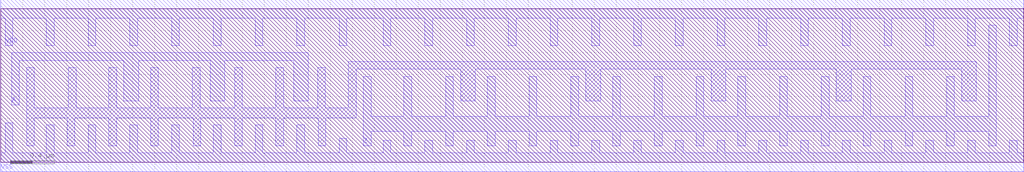
<source format=lef>
# 
# ******************************************************************************
# *                                                                            *
# *                   Copyright (C) 2004-2010, Nangate Inc.                    *
# *                           All rights reserved.                             *
# *                                                                            *
# * Nangate and the Nangate logo are trademarks of Nangate Inc.                *
# *                                                                            *
# * All trademarks, logos, software marks, and trade names (collectively the   *
# * "Marks") in this program are proprietary to Nangate or other respective    *
# * owners that have granted Nangate the right and license to use such Marks.  *
# * You are not permitted to use the Marks without the prior written consent   *
# * of Nangate or such third party that may own the Marks.                     *
# *                                                                            *
# * This file has been provided pursuant to a License Agreement containing     *
# * restrictions on its use. This file contains valuable trade secrets and     *
# * proprietary information of Nangate Inc., and is protected by U.S. and      *
# * international laws and/or treaties.                                        *
# *                                                                            *
# * The copyright notice(s) in this file does not indicate actual or intended  *
# * publication of this file.                                                  *
# *                                                                            *
# *     NGLibraryCreator, v2010.08-HR32-SP3-2010-08-05 - build 1009061800      *
# *                                                                            *
# ******************************************************************************
# 
# 
# Running on brazil06.nangate.com.br for user Giancarlo Franciscatto (gfr).
# Local time is now Fri, 3 Dec 2010, 19:32:18.
# Main process id is 27821.

VERSION 5.6 ;
BUSBITCHARS "[]" ;
DIVIDERCHAR "/" ;

UNITS
  DATABASE MICRONS 2000 ;
END UNITS

MANUFACTURINGGRID 0.0050 ;

LAYER poly
  TYPE MASTERSLICE ;
END poly

LAYER active
  TYPE MASTERSLICE ;
END active

LAYER metal1
  TYPE ROUTING ;
  SPACING 0.065 ;
  WIDTH 0.07 ;
  PITCH 0.14 ;
  DIRECTION HORIZONTAL ;
  OFFSET 0.095 0.07 ;
  RESISTANCE RPERSQ 0.38 ;
  THICKNESS 0.13 ;
  HEIGHT 0.37 ;
  CAPACITANCE CPERSQDIST 7.7161e-05 ;
  EDGECAPACITANCE 2.7365e-05 ;
END metal1

LAYER via1
  TYPE CUT ;
  SPACING 0.08 ;
  WIDTH 0.07 ;
  RESISTANCE 5 ;
END via1

LAYER metal2
  TYPE ROUTING ;
  SPACINGTABLE 
    PARALLELRUNLENGTH    0.0000     0.3000     0.9000     1.8000     2.7000     4.0000     
      WIDTH 0.0000       0.0700     0.0700     0.0700     0.0700     0.0700     0.0700     
      WIDTH 0.0900       0.0700     0.0900     0.0900     0.0900     0.0900     0.0900     
      WIDTH 0.2700       0.0700     0.0900     0.2700     0.2700     0.2700     0.2700     
      WIDTH 0.5000       0.0700     0.0900     0.2700     0.5000     0.5000     0.5000     
      WIDTH 0.9000       0.0700     0.0900     0.2700     0.5000     0.9000     0.9000     
      WIDTH 1.5000       0.0700     0.0900     0.2700     0.5000     0.9000     1.5000      ;
  WIDTH 0.07 ;
  PITCH 0.19 ;
  DIRECTION VERTICAL ;
  OFFSET 0.095 0.07 ;
  RESISTANCE RPERSQ 0.25 ;
  THICKNESS 0.14 ;
  HEIGHT 0.62 ;
  CAPACITANCE CPERSQDIST 4.0896e-05 ;
  EDGECAPACITANCE 2.5157e-05 ;
END metal2

LAYER via2
  TYPE CUT ;
  SPACING 0.09 ;
  WIDTH 0.07 ;
  RESISTANCE 5 ;
END via2

LAYER metal3
  TYPE ROUTING ;
  SPACINGTABLE 
    PARALLELRUNLENGTH    0.0000     0.3000     0.9000     1.8000     2.7000     4.0000     
      WIDTH 0.0000       0.0700     0.0700     0.0700     0.0700     0.0700     0.0700     
      WIDTH 0.0900       0.0700     0.0900     0.0900     0.0900     0.0900     0.0900     
      WIDTH 0.2700       0.0700     0.0900     0.2700     0.2700     0.2700     0.2700     
      WIDTH 0.5000       0.0700     0.0900     0.2700     0.5000     0.5000     0.5000     
      WIDTH 0.9000       0.0700     0.0900     0.2700     0.5000     0.9000     0.9000     
      WIDTH 1.5000       0.0700     0.0900     0.2700     0.5000     0.9000     1.5000      ;
  WIDTH 0.07 ;
  PITCH 0.14 ;
  DIRECTION HORIZONTAL ;
  OFFSET 0.095 0.07 ;
  RESISTANCE RPERSQ 0.25 ;
  THICKNESS 0.14 ;
  HEIGHT 0.88 ;
  CAPACITANCE CPERSQDIST 2.7745e-05 ;
  EDGECAPACITANCE 2.5157e-05 ;
END metal3

LAYER via3
  TYPE CUT ;
  SPACING 0.09 ;
  WIDTH 0.07 ;
  RESISTANCE 5 ;
END via3

LAYER metal4
  TYPE ROUTING ;
  SPACINGTABLE 
    PARALLELRUNLENGTH    0.0000     0.9000     1.8000     2.7000     4.0000     
      WIDTH 0.0000       0.1400     0.1400     0.1400     0.1400     0.1400     
      WIDTH 0.2700       0.1400     0.2700     0.2700     0.2700     0.2700     
      WIDTH 0.5000       0.1400     0.2700     0.5000     0.5000     0.5000     
      WIDTH 0.9000       0.1400     0.2700     0.5000     0.9000     0.9000     
      WIDTH 1.5000       0.1400     0.2700     0.5000     0.9000     1.5000      ;
  WIDTH 0.14 ;
  PITCH 0.28 ;
  DIRECTION VERTICAL ;
  OFFSET 0.095 0.07 ;
  RESISTANCE RPERSQ 0.21 ;
  THICKNESS 0.28 ;
  HEIGHT 1.14 ;
  CAPACITANCE CPERSQDIST 2.0743e-05 ;
  EDGECAPACITANCE 3.0908e-05 ;
END metal4

LAYER via4
  TYPE CUT ;
  SPACING 0.16 ;
  WIDTH 0.14 ;
  RESISTANCE 3 ;
END via4

LAYER metal5
  TYPE ROUTING ;
  SPACINGTABLE 
    PARALLELRUNLENGTH    0.0000     0.9000     1.8000     2.7000     4.0000     
      WIDTH 0.0000       0.1400     0.1400     0.1400     0.1400     0.1400     
      WIDTH 0.2700       0.1400     0.2700     0.2700     0.2700     0.2700     
      WIDTH 0.5000       0.1400     0.2700     0.5000     0.5000     0.5000     
      WIDTH 0.9000       0.1400     0.2700     0.5000     0.9000     0.9000     
      WIDTH 1.5000       0.1400     0.2700     0.5000     0.9000     1.5000      ;
  WIDTH 0.14 ;
  PITCH 0.28 ;
  DIRECTION HORIZONTAL ;
  OFFSET 0.095 0.07 ;
  RESISTANCE RPERSQ 0.21 ;
  THICKNESS 0.28 ;
  HEIGHT 1.71 ;
  CAPACITANCE CPERSQDIST 1.3527e-05 ;
  EDGECAPACITANCE 2.3863e-06 ;
END metal5

LAYER via5
  TYPE CUT ;
  SPACING 0.16 ;
  WIDTH 0.14 ;
  RESISTANCE 3 ;
END via5

LAYER metal6
  TYPE ROUTING ;
  SPACINGTABLE 
    PARALLELRUNLENGTH    0.0000     0.9000     1.8000     2.7000     4.0000     
      WIDTH 0.0000       0.1400     0.1400     0.1400     0.1400     0.1400     
      WIDTH 0.2700       0.1400     0.2700     0.2700     0.2700     0.2700     
      WIDTH 0.5000       0.1400     0.2700     0.5000     0.5000     0.5000     
      WIDTH 0.9000       0.1400     0.2700     0.5000     0.9000     0.9000     
      WIDTH 1.5000       0.1400     0.2700     0.5000     0.9000     1.5000      ;
  WIDTH 0.14 ;
  PITCH 0.28 ;
  DIRECTION VERTICAL ;
  OFFSET 0.095 0.07 ;
  RESISTANCE RPERSQ 0.21 ;
  THICKNESS 0.28 ;
  HEIGHT 2.28 ;
  CAPACITANCE CPERSQDIST 1.0036e-05 ;
  EDGECAPACITANCE 2.3863e-05 ;
END metal6

LAYER OVERLAP
  TYPE OVERLAP ;
END OVERLAP

VIA via1_4 DEFAULT
  LAYER via1 ;
    RECT -0.035 -0.035 0.035 0.035 ;
  LAYER metal1 ;
    RECT -0.035 -0.07 0.035 0.07 ;
  LAYER metal2 ;
    RECT -0.035 -0.07 0.035 0.07 ;
END via1_4

VIA via1_0 DEFAULT
  LAYER via1 ;
    RECT -0.035 -0.035 0.035 0.035 ;
  LAYER metal1 ;
    RECT -0.07 -0.07 0.07 0.07 ;
  LAYER metal2 ;
    RECT -0.07 -0.07 0.07 0.07 ;
END via1_0

VIA via1_1 DEFAULT
  LAYER via1 ;
    RECT -0.035 -0.035 0.035 0.035 ;
  LAYER metal1 ;
    RECT -0.07 -0.07 0.07 0.07 ;
  LAYER metal2 ;
    RECT -0.035 -0.07 0.035 0.07 ;
END via1_1

VIA via1_2 DEFAULT
  LAYER via1 ;
    RECT -0.035 -0.035 0.035 0.035 ;
  LAYER metal1 ;
    RECT -0.07 -0.07 0.07 0.07 ;
  LAYER metal2 ;
    RECT -0.07 -0.035 0.07 0.035 ;
END via1_2

VIA via1_3 DEFAULT
  LAYER via1 ;
    RECT -0.035 -0.035 0.035 0.035 ;
  LAYER metal1 ;
    RECT -0.035 -0.07 0.035 0.07 ;
  LAYER metal2 ;
    RECT -0.07 -0.07 0.07 0.07 ;
END via1_3

VIA via1_5 DEFAULT
  LAYER via1 ;
    RECT -0.035 -0.035 0.035 0.035 ;
  LAYER metal1 ;
    RECT -0.035 -0.07 0.035 0.07 ;
  LAYER metal2 ;
    RECT -0.07 -0.035 0.07 0.035 ;
END via1_5

VIA via1_6 DEFAULT
  LAYER via1 ;
    RECT -0.035 -0.035 0.035 0.035 ;
  LAYER metal1 ;
    RECT -0.07 -0.035 0.07 0.035 ;
  LAYER metal2 ;
    RECT -0.07 -0.07 0.07 0.07 ;
END via1_6

VIA via1_7 DEFAULT
  LAYER via1 ;
    RECT -0.035 -0.035 0.035 0.035 ;
  LAYER metal1 ;
    RECT -0.07 -0.035 0.07 0.035 ;
  LAYER metal2 ;
    RECT -0.035 -0.07 0.035 0.07 ;
END via1_7

VIA via1_8 DEFAULT
  LAYER via1 ;
    RECT -0.035 -0.035 0.035 0.035 ;
  LAYER metal1 ;
    RECT -0.07 -0.035 0.07 0.035 ;
  LAYER metal2 ;
    RECT -0.07 -0.035 0.07 0.035 ;
END via1_8

VIA via2_8 DEFAULT
  LAYER via2 ;
    RECT -0.035 -0.035 0.035 0.035 ;
  LAYER metal2 ;
    RECT -0.07 -0.035 0.07 0.035 ;
  LAYER metal3 ;
    RECT -0.07 -0.035 0.07 0.035 ;
END via2_8

VIA via2_4 DEFAULT
  LAYER via2 ;
    RECT -0.035 -0.035 0.035 0.035 ;
  LAYER metal2 ;
    RECT -0.035 -0.07 0.035 0.07 ;
  LAYER metal3 ;
    RECT -0.035 -0.07 0.035 0.07 ;
END via2_4

VIA via2_5 DEFAULT
  LAYER via2 ;
    RECT -0.035 -0.035 0.035 0.035 ;
  LAYER metal2 ;
    RECT -0.035 -0.07 0.035 0.07 ;
  LAYER metal3 ;
    RECT -0.07 -0.035 0.07 0.035 ;
END via2_5

VIA via2_7 DEFAULT
  LAYER via2 ;
    RECT -0.035 -0.035 0.035 0.035 ;
  LAYER metal2 ;
    RECT -0.07 -0.035 0.07 0.035 ;
  LAYER metal3 ;
    RECT -0.035 -0.07 0.035 0.07 ;
END via2_7

VIA via2_6 DEFAULT
  LAYER via2 ;
    RECT -0.035 -0.035 0.035 0.035 ;
  LAYER metal2 ;
    RECT -0.07 -0.035 0.07 0.035 ;
  LAYER metal3 ;
    RECT -0.07 -0.07 0.07 0.07 ;
END via2_6

VIA via2_0 DEFAULT
  LAYER via2 ;
    RECT -0.035 -0.035 0.035 0.035 ;
  LAYER metal2 ;
    RECT -0.07 -0.07 0.07 0.07 ;
  LAYER metal3 ;
    RECT -0.07 -0.07 0.07 0.07 ;
END via2_0

VIA via2_1 DEFAULT
  LAYER via2 ;
    RECT -0.035 -0.035 0.035 0.035 ;
  LAYER metal2 ;
    RECT -0.07 -0.07 0.07 0.07 ;
  LAYER metal3 ;
    RECT -0.035 -0.07 0.035 0.07 ;
END via2_1

VIA via2_2 DEFAULT
  LAYER via2 ;
    RECT -0.035 -0.035 0.035 0.035 ;
  LAYER metal2 ;
    RECT -0.07 -0.07 0.07 0.07 ;
  LAYER metal3 ;
    RECT -0.07 -0.035 0.07 0.035 ;
END via2_2

VIA via2_3 DEFAULT
  LAYER via2 ;
    RECT -0.035 -0.035 0.035 0.035 ;
  LAYER metal2 ;
    RECT -0.035 -0.07 0.035 0.07 ;
  LAYER metal3 ;
    RECT -0.07 -0.07 0.07 0.07 ;
END via2_3

VIA via3_2 DEFAULT
  LAYER via3 ;
    RECT -0.035 -0.035 0.035 0.035 ;
  LAYER metal3 ;
    RECT -0.07 -0.035 0.07 0.035 ;
  LAYER metal4 ;
    RECT -0.07 -0.07 0.07 0.07 ;
END via3_2

VIA via3_0 DEFAULT
  LAYER via3 ;
    RECT -0.035 -0.035 0.035 0.035 ;
  LAYER metal3 ;
    RECT -0.07 -0.07 0.07 0.07 ;
  LAYER metal4 ;
    RECT -0.07 -0.07 0.07 0.07 ;
END via3_0

VIA via3_1 DEFAULT
  LAYER via3 ;
    RECT -0.035 -0.035 0.035 0.035 ;
  LAYER metal3 ;
    RECT -0.035 -0.07 0.035 0.07 ;
  LAYER metal4 ;
    RECT -0.07 -0.07 0.07 0.07 ;
END via3_1

VIA via4_0 DEFAULT
  LAYER via4 ;
    RECT -0.07 -0.07 0.07 0.07 ;
  LAYER metal4 ;
    RECT -0.07 -0.07 0.07 0.07 ;
  LAYER metal5 ;
    RECT -0.07 -0.07 0.07 0.07 ;
END via4_0

VIA via5_0 DEFAULT
  LAYER via5 ;
    RECT -0.07 -0.07 0.07 0.07 ;
  LAYER metal5 ;
    RECT -0.07 -0.07 0.07 0.07 ;
  LAYER metal6 ;
    RECT -0.07 -0.07 0.07 0.07 ;
END via5_0

VIARULE Via1Array-0 GENERATE
  LAYER metal1 ;
    ENCLOSURE 0.035 0.035 ;
  LAYER metal2 ;
    ENCLOSURE 0.035 0.035 ;
  LAYER via1 ;
    RECT -0.035 -0.035 0.035 0.035 ;
    SPACING 0.15 BY 0.15 ;
END Via1Array-0

VIARULE Via1Array-1 GENERATE
  LAYER metal1 ;
    ENCLOSURE 0 0.035 ;
  LAYER metal2 ;
    ENCLOSURE 0 0.035 ;
  LAYER via1 ;
    RECT -0.035 -0.035 0.035 0.035 ;
    SPACING 0.15 BY 0.15 ;
END Via1Array-1

VIARULE Via1Array-2 GENERATE
  LAYER metal1 ;
    ENCLOSURE 0.035 0 ;
  LAYER metal2 ;
    ENCLOSURE 0.035 0 ;
  LAYER via1 ;
    RECT -0.035 -0.035 0.035 0.035 ;
    SPACING 0.15 BY 0.15 ;
END Via1Array-2

VIARULE Via1Array-3 GENERATE
  LAYER metal1 ;
    ENCLOSURE 0 0.035 ;
  LAYER metal2 ;
    ENCLOSURE 0.035 0 ;
  LAYER via1 ;
    RECT -0.035 -0.035 0.035 0.035 ;
    SPACING 0.15 BY 0.15 ;
END Via1Array-3

VIARULE Via1Array-4 GENERATE
  LAYER metal1 ;
    ENCLOSURE 0.035 0 ;
  LAYER metal2 ;
    ENCLOSURE 0 0.035 ;
  LAYER via1 ;
    RECT -0.035 -0.035 0.035 0.035 ;
    SPACING 0.15 BY 0.15 ;
END Via1Array-4

VIARULE Via2Array-0 GENERATE
  LAYER metal2 ;
    ENCLOSURE 0.035 0.035 ;
  LAYER metal3 ;
    ENCLOSURE 0.035 0.035 ;
  LAYER via2 ;
    RECT -0.035 -0.035 0.035 0.035 ;
    SPACING 0.16 BY 0.16 ;
END Via2Array-0

VIARULE Via2Array-1 GENERATE
  LAYER metal2 ;
    ENCLOSURE 0 0.035 ;
  LAYER metal3 ;
    ENCLOSURE 0 0.035 ;
  LAYER via2 ;
    RECT -0.035 -0.035 0.035 0.035 ;
    SPACING 0.16 BY 0.16 ;
END Via2Array-1

VIARULE Via2Array-2 GENERATE
  LAYER metal2 ;
    ENCLOSURE 0.035 0 ;
  LAYER metal3 ;
    ENCLOSURE 0.035 0 ;
  LAYER via2 ;
    RECT -0.035 -0.035 0.035 0.035 ;
    SPACING 0.16 BY 0.16 ;
END Via2Array-2

VIARULE Via2Array-3 GENERATE
  LAYER metal2 ;
    ENCLOSURE 0 0.035 ;
  LAYER metal3 ;
    ENCLOSURE 0.035 0 ;
  LAYER via2 ;
    RECT -0.035 -0.035 0.035 0.035 ;
    SPACING 0.16 BY 0.16 ;
END Via2Array-3

VIARULE Via2Array-4 GENERATE
  LAYER metal2 ;
    ENCLOSURE 0.035 0 ;
  LAYER metal3 ;
    ENCLOSURE 0 0.035 ;
  LAYER via2 ;
    RECT -0.035 -0.035 0.035 0.035 ;
    SPACING 0.16 BY 0.16 ;
END Via2Array-4

VIARULE Via3Array-0 GENERATE
  LAYER metal3 ;
    ENCLOSURE 0.035 0.035 ;
  LAYER metal4 ;
    ENCLOSURE 0.035 0.035 ;
  LAYER via3 ;
    RECT -0.035 -0.035 0.035 0.035 ;
    SPACING 0.16 BY 0.16 ;
END Via3Array-0

VIARULE Via3Array-1 GENERATE
  LAYER metal3 ;
    ENCLOSURE 0 0.035 ;
  LAYER metal4 ;
    ENCLOSURE 0.035 0.035 ;
  LAYER via3 ;
    RECT -0.035 -0.035 0.035 0.035 ;
    SPACING 0.16 BY 0.16 ;
END Via3Array-1

VIARULE Via3Array-2 GENERATE
  LAYER metal3 ;
    ENCLOSURE 0.035 0 ;
  LAYER metal4 ;
    ENCLOSURE 0.035 0.035 ;
  LAYER via3 ;
    RECT -0.035 -0.035 0.035 0.035 ;
    SPACING 0.16 BY 0.16 ;
END Via3Array-2

VIARULE Via4Array-0 GENERATE
  LAYER metal4 ;
    ENCLOSURE 0 0 ;
  LAYER metal5 ;
    ENCLOSURE 0 0 ;
  LAYER via4 ;
    RECT -0.07 -0.07 0.07 0.07 ;
    SPACING 0.3 BY 0.3 ;
END Via4Array-0

VIARULE Via5Array-0 GENERATE
  LAYER metal5 ;
    ENCLOSURE 0 0 ;
  LAYER metal6 ;
    ENCLOSURE 0 0 ;
  LAYER via5 ;
    RECT -0.07 -0.07 0.07 0.07 ;
    SPACING 0.3 BY 0.3 ;
END Via5Array-0

SPACING
  SAMENET metal1 metal1 0.065 ;
  SAMENET metal2 metal2 0.07 ;
  SAMENET metal3 metal3 0.07 ;
  SAMENET metal4 metal4 0.14 ;
  SAMENET metal5 metal5 0.14 ;
  SAMENET metal6 metal6 0.14 ;
  SAMENET via1 via1 0.08 ;
  SAMENET via2 via2 0.09 ;
  SAMENET via3 via3 0.09 ;
  SAMENET via4 via4 0.16 ;
  SAMENET via5 via5 0.16 ;
  SAMENET via1 via2 0.0 STACK ;
  SAMENET via2 via3 0.0 STACK ;
  SAMENET via3 via4 0.0 STACK ;
  SAMENET via4 via5 0.0 STACK ;
END SPACING

SITE FreePDK45_38x28_10R_NP_162NW_34O
  SYMMETRY y ;
  CLASS core ;
  SIZE 0.19 BY 1.4 ;
END FreePDK45_38x28_10R_NP_162NW_34O

MACRO AND2_X1
  CLASS core ;
  FOREIGN AND2_X1 0.0 0.0 ;
  ORIGIN 0 0 ;
  SYMMETRY X Y ;
  SITE FreePDK45_38x28_10R_NP_162NW_34O ;
  SIZE 0.76 BY 1.4 ;
  PIN A1
    DIRECTION INPUT ;
    ANTENNAPARTIALMETALAREA 0.021875 LAYER metal1 ;
    ANTENNAPARTIALMETALSIDEAREA 0.078 LAYER metal1 ;
    ANTENNAGATEAREA 0.02625 ;
    PORT
      LAYER metal1 ;
        POLYGON 0.06 0.525 0.185 0.525 0.185 0.7 0.06 0.7  ;
    END
  END A1
  PIN A2
    DIRECTION INPUT ;
    ANTENNAPARTIALMETALAREA 0.02275 LAYER metal1 ;
    ANTENNAPARTIALMETALSIDEAREA 0.0793 LAYER metal1 ;
    ANTENNAGATEAREA 0.02625 ;
    PORT
      LAYER metal1 ;
        POLYGON 0.25 0.525 0.38 0.525 0.38 0.7 0.25 0.7  ;
    END
  END A2
  PIN ZN
    DIRECTION OUTPUT ;
    ANTENNAPARTIALMETALAREA 0.0954 LAYER metal1 ;
    ANTENNAPARTIALMETALSIDEAREA 0.299 LAYER metal1 ;
    ANTENNADIFFAREA 0.109725 ;
    PORT
      LAYER metal1 ;
        POLYGON 0.61 0.19 0.7 0.19 0.7 1.25 0.61 1.25  ;
    END
  END ZN
  PIN VDD
    DIRECTION INOUT ;
    USE power ;
    SHAPE ABUTMENT ;
    PORT
      LAYER metal1 ;
        POLYGON 0 1.315 0.04 1.315 0.04 0.975 0.11 0.975 0.11 1.315 0.415 1.315 0.415 0.975 0.485 0.975 0.485 1.315 0.54 1.315 0.76 1.315 0.76 1.485 0.54 1.485 0 1.485  ;
    END
  END VDD
  PIN VSS
    DIRECTION INOUT ;
    USE ground ;
    SHAPE ABUTMENT ;
    PORT
      LAYER metal1 ;
        POLYGON 0 -0.085 0.76 -0.085 0.76 0.085 0.485 0.085 0.485 0.325 0.415 0.325 0.415 0.085 0 0.085  ;
    END
  END VSS
  OBS
      LAYER metal1 ;
        POLYGON 0.235 0.84 0.47 0.84 0.47 0.46 0.045 0.46 0.045 0.19 0.115 0.19 0.115 0.39 0.54 0.39 0.54 0.91 0.305 0.91 0.305 1.25 0.235 1.25  ;
  END
END AND2_X1

MACRO AND2_X2
  CLASS core ;
  FOREIGN AND2_X2 0.0 0.0 ;
  ORIGIN 0 0 ;
  SYMMETRY X Y ;
  SITE FreePDK45_38x28_10R_NP_162NW_34O ;
  SIZE 0.95 BY 1.4 ;
  PIN A1
    DIRECTION INPUT ;
    ANTENNAPARTIALMETALAREA 0.021875 LAYER metal1 ;
    ANTENNAPARTIALMETALSIDEAREA 0.078 LAYER metal1 ;
    ANTENNAGATEAREA 0.05225 ;
    PORT
      LAYER metal1 ;
        POLYGON 0.06 0.525 0.185 0.525 0.185 0.7 0.06 0.7  ;
    END
  END A1
  PIN A2
    DIRECTION INPUT ;
    ANTENNAPARTIALMETALAREA 0.02275 LAYER metal1 ;
    ANTENNAPARTIALMETALSIDEAREA 0.0793 LAYER metal1 ;
    ANTENNAGATEAREA 0.05225 ;
    PORT
      LAYER metal1 ;
        POLYGON 0.25 0.525 0.38 0.525 0.38 0.7 0.25 0.7  ;
    END
  END A2
  PIN ZN
    DIRECTION OUTPUT ;
    ANTENNAPARTIALMETALAREA 0.0935 LAYER metal1 ;
    ANTENNAPARTIALMETALSIDEAREA 0.3081 LAYER metal1 ;
    ANTENNADIFFAREA 0.1463 ;
    PORT
      LAYER metal1 ;
        POLYGON 0.615 0.15 0.7 0.15 0.7 1.25 0.615 1.25  ;
    END
  END ZN
  PIN VDD
    DIRECTION INOUT ;
    USE power ;
    SHAPE ABUTMENT ;
    PORT
      LAYER metal1 ;
        POLYGON 0 1.315 0.04 1.315 0.04 0.975 0.11 0.975 0.11 1.315 0.415 1.315 0.415 0.975 0.485 0.975 0.485 1.315 0.545 1.315 0.795 1.315 0.795 0.975 0.865 0.975 0.865 1.315 0.95 1.315 0.95 1.485 0.545 1.485 0 1.485  ;
    END
  END VDD
  PIN VSS
    DIRECTION INOUT ;
    USE ground ;
    SHAPE ABUTMENT ;
    PORT
      LAYER metal1 ;
        POLYGON 0 -0.085 0.95 -0.085 0.95 0.085 0.865 0.085 0.865 0.425 0.795 0.425 0.795 0.085 0.485 0.085 0.485 0.285 0.415 0.285 0.415 0.085 0 0.085  ;
    END
  END VSS
  OBS
      LAYER metal1 ;
        POLYGON 0.235 0.84 0.475 0.84 0.475 0.46 0.045 0.46 0.045 0.15 0.115 0.15 0.115 0.39 0.545 0.39 0.545 0.91 0.305 0.91 0.305 1.25 0.235 1.25  ;
  END
END AND2_X2

MACRO AND2_X4
  CLASS core ;
  FOREIGN AND2_X4 0.0 0.0 ;
  ORIGIN 0 0 ;
  SYMMETRY X Y ;
  SITE FreePDK45_38x28_10R_NP_162NW_34O ;
  SIZE 1.71 BY 1.4 ;
  PIN A1
    DIRECTION INPUT ;
    ANTENNAPARTIALMETALAREA 0.0312 LAYER metal1 ;
    ANTENNAPARTIALMETALSIDEAREA 0.0962 LAYER metal1 ;
    ANTENNAGATEAREA 0.1045 ;
    PORT
      LAYER metal1 ;
        POLYGON 0.25 0.42 0.38 0.42 0.38 0.66 0.25 0.66  ;
    END
  END A1
  PIN A2
    DIRECTION INPUT ;
    ANTENNAPARTIALMETALAREA 0.101125 LAYER metal1 ;
    ANTENNAPARTIALMETALSIDEAREA 0.3315 LAYER metal1 ;
    ANTENNAGATEAREA 0.1045 ;
    PORT
      LAYER metal1 ;
        POLYGON 0.06 0.42 0.185 0.42 0.185 0.725 0.69 0.725 0.69 0.525 0.76 0.525 0.76 0.795 0.06 0.795  ;
    END
  END A2
  PIN ZN
    DIRECTION OUTPUT ;
    ANTENNAPARTIALMETALAREA 0.19045 LAYER metal1 ;
    ANTENNAPARTIALMETALSIDEAREA 0.6682 LAYER metal1 ;
    ANTENNADIFFAREA 0.2926 ;
    PORT
      LAYER metal1 ;
        POLYGON 0.995 0.15 1.08 0.15 1.08 0.68 1.365 0.68 1.365 0.15 1.435 0.15 1.435 1.25 1.365 1.25 1.365 0.75 1.08 0.75 1.08 1.25 0.995 1.25  ;
    END
  END ZN
  PIN VDD
    DIRECTION INOUT ;
    USE power ;
    SHAPE ABUTMENT ;
    PORT
      LAYER metal1 ;
        POLYGON 0 1.315 0.04 1.315 0.04 0.995 0.11 0.995 0.11 1.315 0.415 1.315 0.415 0.995 0.485 0.995 0.485 1.315 0.795 1.315 0.795 0.995 0.865 0.995 0.865 1.315 0.92 1.315 1.175 1.315 1.175 0.995 1.245 0.995 1.245 1.315 1.555 1.315 1.555 0.995 1.625 0.995 1.625 1.315 1.71 1.315 1.71 1.485 0.92 1.485 0 1.485  ;
    END
  END VDD
  PIN VSS
    DIRECTION INOUT ;
    USE ground ;
    SHAPE ABUTMENT ;
    PORT
      LAYER metal1 ;
        POLYGON 0 -0.085 1.71 -0.085 1.71 0.085 1.625 0.085 1.625 0.355 1.555 0.355 1.555 0.085 1.245 0.085 1.245 0.355 1.175 0.355 1.175 0.085 0.865 0.085 0.865 0.215 0.795 0.215 0.795 0.085 0.11 0.085 0.11 0.355 0.04 0.355 0.04 0.085 0 0.085  ;
    END
  END VSS
  OBS
      LAYER metal1 ;
        POLYGON 0.235 0.86 0.85 0.86 0.85 0.355 0.425 0.355 0.425 0.22 0.495 0.22 0.495 0.285 0.92 0.285 0.92 0.93 0.675 0.93 0.675 1.25 0.605 1.25 0.605 0.93 0.305 0.93 0.305 1.25 0.235 1.25  ;
  END
END AND2_X4

MACRO AND3_X1
  CLASS core ;
  FOREIGN AND3_X1 0.0 0.0 ;
  ORIGIN 0 0 ;
  SYMMETRY X Y ;
  SITE FreePDK45_38x28_10R_NP_162NW_34O ;
  SIZE 0.95 BY 1.4 ;
  PIN A1
    DIRECTION INPUT ;
    ANTENNAPARTIALMETALAREA 0.021875 LAYER metal1 ;
    ANTENNAPARTIALMETALSIDEAREA 0.078 LAYER metal1 ;
    ANTENNAGATEAREA 0.02625 ;
    PORT
      LAYER metal1 ;
        POLYGON 0.06 0.525 0.185 0.525 0.185 0.7 0.06 0.7  ;
    END
  END A1
  PIN A2
    DIRECTION INPUT ;
    ANTENNAPARTIALMETALAREA 0.021875 LAYER metal1 ;
    ANTENNAPARTIALMETALSIDEAREA 0.078 LAYER metal1 ;
    ANTENNAGATEAREA 0.02625 ;
    PORT
      LAYER metal1 ;
        POLYGON 0.25 0.525 0.375 0.525 0.375 0.7 0.25 0.7  ;
    END
  END A2
  PIN A3
    DIRECTION INPUT ;
    ANTENNAPARTIALMETALAREA 0.02275 LAYER metal1 ;
    ANTENNAPARTIALMETALSIDEAREA 0.0793 LAYER metal1 ;
    ANTENNAGATEAREA 0.02625 ;
    PORT
      LAYER metal1 ;
        POLYGON 0.44 0.525 0.57 0.525 0.57 0.7 0.44 0.7  ;
    END
  END A3
  PIN ZN
    DIRECTION OUTPUT ;
    ANTENNAPARTIALMETALAREA 0.088 LAYER metal1 ;
    ANTENNAPARTIALMETALSIDEAREA 0.3146 LAYER metal1 ;
    ANTENNADIFFAREA 0.109725 ;
    PORT
      LAYER metal1 ;
        POLYGON 0.8 0.975 0.82 0.975 0.82 0.425 0.8 0.425 0.8 0.15 0.89 0.15 0.89 1.25 0.8 1.25  ;
    END
  END ZN
  PIN VDD
    DIRECTION INOUT ;
    USE power ;
    SHAPE ABUTMENT ;
    PORT
      LAYER metal1 ;
        POLYGON 0 1.315 0.225 1.315 0.225 1.04 0.295 1.04 0.295 1.315 0.605 1.315 0.605 1 0.675 1 0.675 1.315 0.755 1.315 0.95 1.315 0.95 1.485 0.755 1.485 0 1.485  ;
    END
  END VDD
  PIN VSS
    DIRECTION INOUT ;
    USE ground ;
    SHAPE ABUTMENT ;
    PORT
      LAYER metal1 ;
        POLYGON 0 -0.085 0.95 -0.085 0.95 0.085 0.675 0.085 0.675 0.285 0.605 0.285 0.605 0.085 0 0.085  ;
    END
  END VSS
  OBS
      LAYER metal1 ;
        POLYGON 0.045 0.865 0.635 0.865 0.635 0.42 0.045 0.42 0.045 0.15 0.115 0.15 0.115 0.35 0.705 0.35 0.705 0.525 0.755 0.525 0.755 0.66 0.705 0.66 0.705 0.935 0.485 0.935 0.485 1.25 0.415 1.25 0.415 0.935 0.115 0.935 0.115 1.25 0.045 1.25  ;
  END
END AND3_X1

MACRO AND3_X2
  CLASS core ;
  FOREIGN AND3_X2 0.0 0.0 ;
  ORIGIN 0 0 ;
  SYMMETRY X Y ;
  SITE FreePDK45_38x28_10R_NP_162NW_34O ;
  SIZE 1.14 BY 1.4 ;
  PIN A1
    DIRECTION INPUT ;
    ANTENNAPARTIALMETALAREA 0.021875 LAYER metal1 ;
    ANTENNAPARTIALMETALSIDEAREA 0.078 LAYER metal1 ;
    ANTENNAGATEAREA 0.05225 ;
    PORT
      LAYER metal1 ;
        POLYGON 0.06 0.525 0.185 0.525 0.185 0.7 0.06 0.7  ;
    END
  END A1
  PIN A2
    DIRECTION INPUT ;
    ANTENNAPARTIALMETALAREA 0.021875 LAYER metal1 ;
    ANTENNAPARTIALMETALSIDEAREA 0.078 LAYER metal1 ;
    ANTENNAGATEAREA 0.05225 ;
    PORT
      LAYER metal1 ;
        POLYGON 0.25 0.525 0.375 0.525 0.375 0.7 0.25 0.7  ;
    END
  END A2
  PIN A3
    DIRECTION INPUT ;
    ANTENNAPARTIALMETALAREA 0.02275 LAYER metal1 ;
    ANTENNAPARTIALMETALSIDEAREA 0.0793 LAYER metal1 ;
    ANTENNAGATEAREA 0.05225 ;
    PORT
      LAYER metal1 ;
        POLYGON 0.44 0.525 0.57 0.525 0.57 0.7 0.44 0.7  ;
    END
  END A3
  PIN ZN
    DIRECTION OUTPUT ;
    ANTENNAPARTIALMETALAREA 0.0935 LAYER metal1 ;
    ANTENNAPARTIALMETALSIDEAREA 0.3081 LAYER metal1 ;
    ANTENNADIFFAREA 0.1463 ;
    PORT
      LAYER metal1 ;
        POLYGON 0.805 0.15 0.89 0.15 0.89 1.25 0.805 1.25  ;
    END
  END ZN
  PIN VDD
    DIRECTION INOUT ;
    USE power ;
    SHAPE ABUTMENT ;
    PORT
      LAYER metal1 ;
        POLYGON 0 1.315 0.225 1.315 0.225 0.975 0.295 0.975 0.295 1.315 0.605 1.315 0.605 0.975 0.675 0.975 0.675 1.315 0.735 1.315 0.99 1.315 0.99 0.975 1.06 0.975 1.06 1.315 1.14 1.315 1.14 1.485 0.735 1.485 0 1.485  ;
    END
  END VDD
  PIN VSS
    DIRECTION INOUT ;
    USE ground ;
    SHAPE ABUTMENT ;
    PORT
      LAYER metal1 ;
        POLYGON 0 -0.085 1.14 -0.085 1.14 0.085 1.06 0.085 1.06 0.425 0.99 0.425 0.99 0.085 0.675 0.085 0.675 0.285 0.605 0.285 0.605 0.085 0 0.085  ;
    END
  END VSS
  OBS
      LAYER metal1 ;
        POLYGON 0.045 0.8 0.665 0.8 0.665 0.425 0.045 0.425 0.045 0.15 0.115 0.15 0.115 0.355 0.735 0.355 0.735 0.87 0.485 0.87 0.485 1.25 0.415 1.25 0.415 0.87 0.115 0.87 0.115 1.25 0.045 1.25  ;
  END
END AND3_X2

MACRO AND3_X4
  CLASS core ;
  FOREIGN AND3_X4 0.0 0.0 ;
  ORIGIN 0 0 ;
  SYMMETRY X Y ;
  SITE FreePDK45_38x28_10R_NP_162NW_34O ;
  SIZE 2.09 BY 1.4 ;
  PIN A1
    DIRECTION INPUT ;
    ANTENNAPARTIALMETALAREA 0.019575 LAYER metal1 ;
    ANTENNAPARTIALMETALSIDEAREA 0.0728 LAYER metal1 ;
    ANTENNAGATEAREA 0.1045 ;
    PORT
      LAYER metal1 ;
        POLYGON 0.595 0.555 0.73 0.555 0.73 0.7 0.595 0.7  ;
    END
  END A1
  PIN A2
    DIRECTION INPUT ;
    ANTENNAPARTIALMETALAREA 0.0819 LAYER metal1 ;
    ANTENNAPARTIALMETALSIDEAREA 0.2756 LAYER metal1 ;
    ANTENNAGATEAREA 0.1045 ;
    PORT
      LAYER metal1 ;
        POLYGON 0.34 0.42 0.95 0.42 0.95 0.7 0.82 0.7 0.82 0.49 0.41 0.49 0.41 0.66 0.34 0.66  ;
    END
  END A2
  PIN A3
    DIRECTION INPUT ;
    ANTENNAPARTIALMETALAREA 0.1155 LAYER metal1 ;
    ANTENNAPARTIALMETALSIDEAREA 0.4238 LAYER metal1 ;
    ANTENNAGATEAREA 0.1045 ;
    PORT
      LAYER metal1 ;
        POLYGON 0.06 0.525 0.19 0.525 0.19 0.765 1.07 0.765 1.07 0.525 1.14 0.525 1.14 0.835 0.12 0.835 0.12 0.7 0.06 0.7  ;
    END
  END A3
  PIN ZN
    DIRECTION OUTPUT ;
    ANTENNAPARTIALMETALAREA 0.196 LAYER metal1 ;
    ANTENNAPARTIALMETALSIDEAREA 0.65 LAYER metal1 ;
    ANTENNADIFFAREA 0.2926 ;
    PORT
      LAYER metal1 ;
        POLYGON 1.375 0.15 1.445 0.15 1.445 0.56 1.745 0.56 1.745 0.15 1.815 0.15 1.815 1.25 1.745 1.25 1.745 0.7 1.445 0.7 1.445 1.25 1.375 1.25  ;
    END
  END ZN
  PIN VDD
    DIRECTION INOUT ;
    USE power ;
    SHAPE ABUTMENT ;
    PORT
      LAYER metal1 ;
        POLYGON 0 1.315 0.04 1.315 0.04 1.035 0.11 1.035 0.11 1.315 0.415 1.315 0.415 1.035 0.485 1.035 0.485 1.315 0.795 1.315 0.795 1.035 0.865 1.035 0.865 1.315 1.175 1.315 1.175 1.035 1.245 1.035 1.245 1.315 1.305 1.315 1.555 1.315 1.555 1.035 1.625 1.035 1.625 1.315 1.935 1.315 1.935 1.035 2.005 1.035 2.005 1.315 2.09 1.315 2.09 1.485 1.305 1.485 0 1.485  ;
    END
  END VDD
  PIN VSS
    DIRECTION INOUT ;
    USE ground ;
    SHAPE ABUTMENT ;
    PORT
      LAYER metal1 ;
        POLYGON 0 -0.085 2.09 -0.085 2.09 0.085 2.005 0.085 2.005 0.425 1.935 0.425 1.935 0.085 1.625 0.085 1.625 0.425 1.555 0.425 1.555 0.085 1.245 0.085 1.245 0.195 1.175 0.195 1.175 0.085 0.11 0.085 0.11 0.425 0.04 0.425 0.04 0.085 0 0.085  ;
    END
  END VSS
  OBS
      LAYER metal1 ;
        POLYGON 0.235 0.9 1.235 0.9 1.235 0.33 0.615 0.33 0.615 0.15 0.685 0.15 0.685 0.26 1.305 0.26 1.305 0.97 1.055 0.97 1.055 1.25 0.985 1.25 0.985 0.97 0.675 0.97 0.675 1.25 0.605 1.25 0.605 0.97 0.305 0.97 0.305 1.25 0.235 1.25  ;
  END
END AND3_X4

MACRO AND4_X1
  CLASS core ;
  FOREIGN AND4_X1 0.0 0.0 ;
  ORIGIN 0 0 ;
  SYMMETRY X Y ;
  SITE FreePDK45_38x28_10R_NP_162NW_34O ;
  SIZE 1.14 BY 1.4 ;
  PIN A1
    DIRECTION INPUT ;
    ANTENNAPARTIALMETALAREA 0.021875 LAYER metal1 ;
    ANTENNAPARTIALMETALSIDEAREA 0.078 LAYER metal1 ;
    ANTENNAGATEAREA 0.02625 ;
    PORT
      LAYER metal1 ;
        POLYGON 0.06 0.525 0.185 0.525 0.185 0.7 0.06 0.7  ;
    END
  END A1
  PIN A2
    DIRECTION INPUT ;
    ANTENNAPARTIALMETALAREA 0.021875 LAYER metal1 ;
    ANTENNAPARTIALMETALSIDEAREA 0.078 LAYER metal1 ;
    ANTENNAGATEAREA 0.02625 ;
    PORT
      LAYER metal1 ;
        POLYGON 0.25 0.525 0.375 0.525 0.375 0.7 0.25 0.7  ;
    END
  END A2
  PIN A3
    DIRECTION INPUT ;
    ANTENNAPARTIALMETALAREA 0.021875 LAYER metal1 ;
    ANTENNAPARTIALMETALSIDEAREA 0.078 LAYER metal1 ;
    ANTENNAGATEAREA 0.02625 ;
    PORT
      LAYER metal1 ;
        POLYGON 0.44 0.525 0.565 0.525 0.565 0.7 0.44 0.7  ;
    END
  END A3
  PIN A4
    DIRECTION INPUT ;
    ANTENNAPARTIALMETALAREA 0.02275 LAYER metal1 ;
    ANTENNAPARTIALMETALSIDEAREA 0.0793 LAYER metal1 ;
    ANTENNAGATEAREA 0.02625 ;
    PORT
      LAYER metal1 ;
        POLYGON 0.63 0.525 0.76 0.525 0.76 0.7 0.63 0.7  ;
    END
  END A4
  PIN ZN
    DIRECTION OUTPUT ;
    ANTENNAPARTIALMETALAREA 0.099 LAYER metal1 ;
    ANTENNAPARTIALMETALSIDEAREA 0.3094 LAYER metal1 ;
    ANTENNADIFFAREA 0.109725 ;
    PORT
      LAYER metal1 ;
        POLYGON 0.99 0.15 1.08 0.15 1.08 1.25 0.99 1.25  ;
    END
  END ZN
  PIN VDD
    DIRECTION INOUT ;
    USE power ;
    SHAPE ABUTMENT ;
    PORT
      LAYER metal1 ;
        POLYGON 0 1.315 0.04 1.315 0.04 0.975 0.11 0.975 0.11 1.315 0.415 1.315 0.415 0.975 0.485 0.975 0.485 1.315 0.795 1.315 0.795 0.975 0.865 0.975 0.865 1.315 0.925 1.315 1.14 1.315 1.14 1.485 0.925 1.485 0 1.485  ;
    END
  END VDD
  PIN VSS
    DIRECTION INOUT ;
    USE ground ;
    SHAPE ABUTMENT ;
    PORT
      LAYER metal1 ;
        POLYGON 0 -0.085 1.14 -0.085 1.14 0.085 0.865 0.085 0.865 0.285 0.795 0.285 0.795 0.085 0 0.085  ;
    END
  END VSS
  OBS
      LAYER metal1 ;
        POLYGON 0.235 0.84 0.855 0.84 0.855 0.42 0.045 0.42 0.045 0.15 0.115 0.15 0.115 0.35 0.925 0.35 0.925 0.91 0.675 0.91 0.675 1.25 0.605 1.25 0.605 0.91 0.305 0.91 0.305 1.25 0.235 1.25  ;
  END
END AND4_X1

MACRO AND4_X2
  CLASS core ;
  FOREIGN AND4_X2 0.0 0.0 ;
  ORIGIN 0 0 ;
  SYMMETRY X Y ;
  SITE FreePDK45_38x28_10R_NP_162NW_34O ;
  SIZE 1.33 BY 1.4 ;
  PIN A1
    DIRECTION INPUT ;
    ANTENNAPARTIALMETALAREA 0.021875 LAYER metal1 ;
    ANTENNAPARTIALMETALSIDEAREA 0.078 LAYER metal1 ;
    ANTENNAGATEAREA 0.05225 ;
    PORT
      LAYER metal1 ;
        POLYGON 0.06 0.525 0.185 0.525 0.185 0.7 0.06 0.7  ;
    END
  END A1
  PIN A2
    DIRECTION INPUT ;
    ANTENNAPARTIALMETALAREA 0.021875 LAYER metal1 ;
    ANTENNAPARTIALMETALSIDEAREA 0.078 LAYER metal1 ;
    ANTENNAGATEAREA 0.05225 ;
    PORT
      LAYER metal1 ;
        POLYGON 0.25 0.525 0.375 0.525 0.375 0.7 0.25 0.7  ;
    END
  END A2
  PIN A3
    DIRECTION INPUT ;
    ANTENNAPARTIALMETALAREA 0.021875 LAYER metal1 ;
    ANTENNAPARTIALMETALSIDEAREA 0.078 LAYER metal1 ;
    ANTENNAGATEAREA 0.05225 ;
    PORT
      LAYER metal1 ;
        POLYGON 0.44 0.525 0.565 0.525 0.565 0.7 0.44 0.7  ;
    END
  END A3
  PIN A4
    DIRECTION INPUT ;
    ANTENNAPARTIALMETALAREA 0.02275 LAYER metal1 ;
    ANTENNAPARTIALMETALSIDEAREA 0.0793 LAYER metal1 ;
    ANTENNAGATEAREA 0.05225 ;
    PORT
      LAYER metal1 ;
        POLYGON 0.63 0.525 0.76 0.525 0.76 0.7 0.63 0.7  ;
    END
  END A4
  PIN ZN
    DIRECTION OUTPUT ;
    ANTENNAPARTIALMETALAREA 0.0935 LAYER metal1 ;
    ANTENNAPARTIALMETALSIDEAREA 0.3081 LAYER metal1 ;
    ANTENNADIFFAREA 0.1463 ;
    PORT
      LAYER metal1 ;
        POLYGON 0.995 0.15 1.08 0.15 1.08 1.25 0.995 1.25  ;
    END
  END ZN
  PIN VDD
    DIRECTION INOUT ;
    USE power ;
    SHAPE ABUTMENT ;
    PORT
      LAYER metal1 ;
        POLYGON 0 1.315 0.04 1.315 0.04 0.975 0.11 0.975 0.11 1.315 0.415 1.315 0.415 0.975 0.485 0.975 0.485 1.315 0.795 1.315 0.795 0.975 0.865 0.975 0.865 1.315 0.925 1.315 1.18 1.315 1.18 0.975 1.25 0.975 1.25 1.315 1.33 1.315 1.33 1.485 0.925 1.485 0 1.485  ;
    END
  END VDD
  PIN VSS
    DIRECTION INOUT ;
    USE ground ;
    SHAPE ABUTMENT ;
    PORT
      LAYER metal1 ;
        POLYGON 0 -0.085 1.33 -0.085 1.33 0.085 1.25 0.085 1.25 0.425 1.18 0.425 1.18 0.085 0.865 0.085 0.865 0.27 0.795 0.27 0.795 0.085 0 0.085  ;
    END
  END VSS
  OBS
      LAYER metal1 ;
        POLYGON 0.235 0.8 0.855 0.8 0.855 0.425 0.045 0.425 0.045 0.15 0.115 0.15 0.115 0.355 0.925 0.355 0.925 0.87 0.675 0.87 0.675 1.25 0.605 1.25 0.605 0.87 0.305 0.87 0.305 1.25 0.235 1.25  ;
  END
END AND4_X2

MACRO AND4_X4
  CLASS core ;
  FOREIGN AND4_X4 0.0 0.0 ;
  ORIGIN 0 0 ;
  SYMMETRY X Y ;
  SITE FreePDK45_38x28_10R_NP_162NW_34O ;
  SIZE 2.47 BY 1.4 ;
  PIN A1
    DIRECTION INPUT ;
    ANTENNAPARTIALMETALAREA 0.0189 LAYER metal1 ;
    ANTENNAPARTIALMETALSIDEAREA 0.0715 LAYER metal1 ;
    ANTENNAGATEAREA 0.1045 ;
    PORT
      LAYER metal1 ;
        POLYGON 0.8 0.56 0.935 0.56 0.935 0.7 0.8 0.7  ;
    END
  END A1
  PIN A2
    DIRECTION INPUT ;
    ANTENNAPARTIALMETALAREA 0.079125 LAYER metal1 ;
    ANTENNAPARTIALMETALSIDEAREA 0.2626 LAYER metal1 ;
    ANTENNAGATEAREA 0.1045 ;
    PORT
      LAYER metal1 ;
        POLYGON 0.565 0.425 1.135 0.425 1.135 0.66 1.065 0.66 1.065 0.495 0.7 0.495 0.7 0.7 0.565 0.7  ;
    END
  END A2
  PIN A3
    DIRECTION INPUT ;
    ANTENNAPARTIALMETALAREA 0.121975 LAYER metal1 ;
    ANTENNAPARTIALMETALSIDEAREA 0.403 LAYER metal1 ;
    ANTENNAGATEAREA 0.1045 ;
    PORT
      LAYER metal1 ;
        POLYGON 0.355 0.525 0.425 0.525 0.425 0.77 1.2 0.77 1.2 0.525 1.345 0.525 1.345 0.84 0.355 0.84  ;
    END
  END A3
  PIN A4
    DIRECTION INPUT ;
    ANTENNAPARTIALMETALAREA 0.164325 LAYER metal1 ;
    ANTENNAPARTIALMETALSIDEAREA 0.5993 LAYER metal1 ;
    ANTENNAGATEAREA 0.1045 ;
    PORT
      LAYER metal1 ;
        POLYGON 0.06 0.525 0.205 0.525 0.205 0.905 1.465 0.905 1.465 0.525 1.535 0.525 1.535 0.975 0.135 0.975 0.135 0.7 0.06 0.7  ;
    END
  END A4
  PIN ZN
    DIRECTION OUTPUT ;
    ANTENNAPARTIALMETALAREA 0.1505 LAYER metal1 ;
    ANTENNAPARTIALMETALSIDEAREA 0.481 LAYER metal1 ;
    ANTENNADIFFAREA 0.2926 ;
    PORT
      LAYER metal1 ;
        POLYGON 1.77 0.15 1.84 0.15 1.84 0.56 2.14 0.56 2.14 0.15 2.21 0.15 2.21 0.925 2.14 0.925 2.14 0.7 1.84 0.7 1.84 0.925 1.77 0.925  ;
    END
  END ZN
  PIN VDD
    DIRECTION INOUT ;
    USE power ;
    SHAPE ABUTMENT ;
    PORT
      LAYER metal1 ;
        POLYGON 0 1.315 0.055 1.315 0.055 1.065 0.125 1.065 0.125 1.315 0.43 1.315 0.43 1.175 0.5 1.175 0.5 1.315 0.81 1.315 0.81 1.175 0.88 1.175 0.88 1.315 1.19 1.315 1.19 1.175 1.26 1.175 1.26 1.315 1.57 1.315 1.57 1.175 1.64 1.175 1.64 1.315 1.705 1.315 1.95 1.315 1.95 1.065 2.02 1.065 2.02 1.315 2.33 1.315 2.33 1.065 2.4 1.065 2.4 1.315 2.47 1.315 2.47 1.485 1.705 1.485 0 1.485  ;
    END
  END VDD
  PIN VSS
    DIRECTION INOUT ;
    USE ground ;
    SHAPE ABUTMENT ;
    PORT
      LAYER metal1 ;
        POLYGON 0 -0.085 2.47 -0.085 2.47 0.085 2.4 0.085 2.4 0.425 2.33 0.425 2.33 0.085 2.02 0.085 2.02 0.425 1.95 0.425 1.95 0.085 1.64 0.085 1.64 0.195 1.57 0.195 1.57 0.085 0.125 0.085 0.125 0.425 0.055 0.425 0.055 0.085 0 0.085  ;
    END
  END VSS
  OBS
      LAYER metal1 ;
        POLYGON 0.215 1.04 1.635 1.04 1.635 0.36 0.785 0.36 0.785 0.29 1.705 0.29 1.705 1.11 0.215 1.11  ;
  END
END AND4_X4

MACRO ANTENNA_X1
  CLASS core ;
  FOREIGN ANTENNA_X1 0.0 0.0 ;
  ORIGIN 0 0 ;
  SYMMETRY X Y ;
  SITE FreePDK45_38x28_10R_NP_162NW_34O ;
  SIZE 0.19 BY 1.4 ;
  PIN A
    DIRECTION INPUT ;
    ANTENNAPARTIALMETALAREA 0.0231 LAYER metal1 ;
    ANTENNAPARTIALMETALSIDEAREA 0.104 LAYER metal1 ;
    ANTENNAGATEAREA 0.0162 ;
    PORT
      LAYER metal1 ;
        POLYGON 0.06 0.42 0.13 0.42 0.13 0.75 0.06 0.75  ;
    END
  END A
  PIN VDD
    DIRECTION INOUT ;
    USE power ;
    SHAPE ABUTMENT ;
    PORT
      LAYER metal1 ;
        POLYGON 0 1.315 0.19 1.315 0.19 1.485 0 1.485  ;
    END
  END VDD
  PIN VSS
    DIRECTION INOUT ;
    USE ground ;
    SHAPE ABUTMENT ;
    PORT
      LAYER metal1 ;
        POLYGON 0 -0.085 0.19 -0.085 0.19 0.085 0 0.085  ;
    END
  END VSS
END ANTENNA_X1

MACRO AOI211_X1
  CLASS core ;
  FOREIGN AOI211_X1 0.0 0.0 ;
  ORIGIN 0 0 ;
  SYMMETRY X Y ;
  SITE FreePDK45_38x28_10R_NP_162NW_34O ;
  SIZE 0.95 BY 1.4 ;
  PIN A
    DIRECTION INPUT ;
    ANTENNAPARTIALMETALAREA 0.021875 LAYER metal1 ;
    ANTENNAPARTIALMETALSIDEAREA 0.078 LAYER metal1 ;
    ANTENNAGATEAREA 0.05225 ;
    PORT
      LAYER metal1 ;
        POLYGON 0.765 0.525 0.89 0.525 0.89 0.7 0.765 0.7  ;
    END
  END A
  PIN B
    DIRECTION INPUT ;
    ANTENNAPARTIALMETALAREA 0.021875 LAYER metal1 ;
    ANTENNAPARTIALMETALSIDEAREA 0.078 LAYER metal1 ;
    ANTENNAGATEAREA 0.05225 ;
    PORT
      LAYER metal1 ;
        POLYGON 0.575 0.525 0.7 0.525 0.7 0.7 0.575 0.7  ;
    END
  END B
  PIN C1
    DIRECTION INPUT ;
    ANTENNAPARTIALMETALAREA 0.0175 LAYER metal1 ;
    ANTENNAPARTIALMETALSIDEAREA 0.0715 LAYER metal1 ;
    ANTENNAGATEAREA 0.05225 ;
    PORT
      LAYER metal1 ;
        POLYGON 0.41 0.525 0.51 0.525 0.51 0.7 0.41 0.7  ;
    END
  END C1
  PIN C2
    DIRECTION INPUT ;
    ANTENNAPARTIALMETALAREA 0.02625 LAYER metal1 ;
    ANTENNAPARTIALMETALSIDEAREA 0.0845 LAYER metal1 ;
    ANTENNAGATEAREA 0.05225 ;
    PORT
      LAYER metal1 ;
        POLYGON 0.06 0.525 0.21 0.525 0.21 0.7 0.06 0.7  ;
    END
  END C2
  PIN ZN
    DIRECTION OUTPUT ;
    ANTENNAPARTIALMETALAREA 0.124175 LAYER metal1 ;
    ANTENNAPARTIALMETALSIDEAREA 0.468 LAYER metal1 ;
    ANTENNADIFFAREA 0.189875 ;
    PORT
      LAYER metal1 ;
        POLYGON 0.275 0.355 0.44 0.355 0.44 0.15 0.525 0.15 0.525 0.355 0.835 0.355 0.835 0.15 0.905 0.15 0.905 0.425 0.345 0.425 0.345 1.115 0.275 1.115  ;
    END
  END ZN
  PIN VDD
    DIRECTION INOUT ;
    USE power ;
    SHAPE ABUTMENT ;
    PORT
      LAYER metal1 ;
        POLYGON 0 1.315 0.525 1.315 0.835 1.315 0.835 0.905 0.905 0.905 0.905 1.315 0.95 1.315 0.95 1.485 0.525 1.485 0 1.485  ;
    END
  END VDD
  PIN VSS
    DIRECTION INOUT ;
    USE ground ;
    SHAPE ABUTMENT ;
    PORT
      LAYER metal1 ;
        POLYGON 0 -0.085 0.95 -0.085 0.95 0.085 0.715 0.085 0.715 0.285 0.645 0.285 0.645 0.085 0.15 0.085 0.15 0.425 0.08 0.425 0.08 0.085 0 0.085  ;
    END
  END VSS
  OBS
      LAYER metal1 ;
        POLYGON 0.085 0.905 0.155 0.905 0.155 1.18 0.455 1.18 0.455 0.905 0.525 0.905 0.525 1.25 0.085 1.25  ;
  END
END AOI211_X1

MACRO AOI211_X2
  CLASS core ;
  FOREIGN AOI211_X2 0.0 0.0 ;
  ORIGIN 0 0 ;
  SYMMETRY X Y ;
  SITE FreePDK45_38x28_10R_NP_162NW_34O ;
  SIZE 1.71 BY 1.4 ;
  PIN A
    DIRECTION INPUT ;
    ANTENNAPARTIALMETALAREA 0.0189 LAYER metal1 ;
    ANTENNAPARTIALMETALSIDEAREA 0.0715 LAYER metal1 ;
    ANTENNAGATEAREA 0.1045 ;
    PORT
      LAYER metal1 ;
        POLYGON 0.39 0.56 0.525 0.56 0.525 0.7 0.39 0.7  ;
    END
  END A
  PIN B
    DIRECTION INPUT ;
    ANTENNAPARTIALMETALAREA 0.0951 LAYER metal1 ;
    ANTENNAPARTIALMETALSIDEAREA 0.3224 LAYER metal1 ;
    ANTENNAGATEAREA 0.1045 ;
    PORT
      LAYER metal1 ;
        POLYGON 0.06 0.525 0.185 0.525 0.185 0.765 0.68 0.765 0.68 0.525 0.75 0.525 0.75 0.835 0.06 0.835  ;
    END
  END B
  PIN C1
    DIRECTION INPUT ;
    ANTENNAPARTIALMETALAREA 0.0189 LAYER metal1 ;
    ANTENNAPARTIALMETALSIDEAREA 0.0715 LAYER metal1 ;
    ANTENNAGATEAREA 0.1045 ;
    PORT
      LAYER metal1 ;
        POLYGON 1.19 0.56 1.325 0.56 1.325 0.7 1.19 0.7  ;
    END
  END C1
  PIN C2
    DIRECTION INPUT ;
    ANTENNAPARTIALMETALAREA 0.08205 LAYER metal1 ;
    ANTENNAPARTIALMETALSIDEAREA 0.2925 LAYER metal1 ;
    ANTENNAGATEAREA 0.1045 ;
    PORT
      LAYER metal1 ;
        POLYGON 0.965 0.425 1.65 0.425 1.65 0.7 1.54 0.7 1.54 0.495 1.035 0.495 1.035 0.66 0.965 0.66  ;
    END
  END C2
  PIN ZN
    DIRECTION OUTPUT ;
    ANTENNAPARTIALMETALAREA 0.2202 LAYER metal1 ;
    ANTENNAPARTIALMETALSIDEAREA 0.7709 LAYER metal1 ;
    ANTENNADIFFAREA 0.3507 ;
    PORT
      LAYER metal1 ;
        POLYGON 0.89 0.765 1.475 0.765 1.475 1.055 1.405 1.055 1.405 0.835 1.095 0.835 1.095 1.055 1.025 1.055 1.025 0.835 0.82 0.835 0.82 0.355 0.2 0.355 0.2 0.15 0.335 0.15 0.335 0.285 1.185 0.285 1.185 0.15 1.32 0.15 1.32 0.355 0.89 0.355  ;
    END
  END ZN
  PIN VDD
    DIRECTION INOUT ;
    USE power ;
    SHAPE ABUTMENT ;
    PORT
      LAYER metal1 ;
        POLYGON 0 1.315 0.42 1.315 0.42 1.035 0.49 1.035 0.49 1.315 1.665 1.315 1.71 1.315 1.71 1.485 1.665 1.485 0 1.485  ;
    END
  END VDD
  PIN VSS
    DIRECTION INOUT ;
    USE ground ;
    SHAPE ABUTMENT ;
    PORT
      LAYER metal1 ;
        POLYGON 0 -0.085 1.71 -0.085 1.71 0.085 1.665 0.085 1.665 0.355 1.595 0.355 1.595 0.085 0.895 0.085 0.895 0.215 0.825 0.215 0.825 0.085 0.5 0.085 0.5 0.215 0.43 0.215 0.43 0.085 0.115 0.085 0.115 0.355 0.045 0.355 0.045 0.085 0 0.085  ;
    END
  END VSS
  OBS
      LAYER metal1 ;
        POLYGON 0.05 0.9 0.885 0.9 0.885 1.18 1.22 1.18 1.22 0.975 1.29 0.975 1.29 1.18 1.595 1.18 1.595 0.975 1.665 0.975 1.665 1.25 0.815 1.25 0.815 0.97 0.12 0.97 0.12 1.25 0.05 1.25  ;
  END
END AOI211_X2

MACRO AOI211_X4
  CLASS core ;
  FOREIGN AOI211_X4 0.0 0.0 ;
  ORIGIN 0 0 ;
  SYMMETRY X Y ;
  SITE FreePDK45_38x28_10R_NP_162NW_34O ;
  SIZE 2.09 BY 1.4 ;
  PIN A
    DIRECTION INPUT ;
    ANTENNAPARTIALMETALAREA 0.02275 LAYER metal1 ;
    ANTENNAPARTIALMETALSIDEAREA 0.0793 LAYER metal1 ;
    ANTENNAGATEAREA 0.05225 ;
    PORT
      LAYER metal1 ;
        POLYGON 0.63 0.525 0.76 0.525 0.76 0.7 0.63 0.7  ;
    END
  END A
  PIN B
    DIRECTION INPUT ;
    ANTENNAPARTIALMETALAREA 0.021875 LAYER metal1 ;
    ANTENNAPARTIALMETALSIDEAREA 0.078 LAYER metal1 ;
    ANTENNAGATEAREA 0.05225 ;
    PORT
      LAYER metal1 ;
        POLYGON 0.44 0.525 0.565 0.525 0.565 0.7 0.44 0.7  ;
    END
  END B
  PIN C1
    DIRECTION INPUT ;
    ANTENNAPARTIALMETALAREA 0.021875 LAYER metal1 ;
    ANTENNAPARTIALMETALSIDEAREA 0.078 LAYER metal1 ;
    ANTENNAGATEAREA 0.05225 ;
    PORT
      LAYER metal1 ;
        POLYGON 0.06 0.525 0.185 0.525 0.185 0.7 0.06 0.7  ;
    END
  END C1
  PIN C2
    DIRECTION INPUT ;
    ANTENNAPARTIALMETALAREA 0.021875 LAYER metal1 ;
    ANTENNAPARTIALMETALSIDEAREA 0.078 LAYER metal1 ;
    ANTENNAGATEAREA 0.05225 ;
    PORT
      LAYER metal1 ;
        POLYGON 0.25 0.525 0.375 0.525 0.375 0.7 0.25 0.7  ;
    END
  END C2
  PIN ZN
    DIRECTION OUTPUT ;
    ANTENNAPARTIALMETALAREA 0.1862 LAYER metal1 ;
    ANTENNAPARTIALMETALSIDEAREA 0.6123 LAYER metal1 ;
    ANTENNADIFFAREA 0.2926 ;
    PORT
      LAYER metal1 ;
        POLYGON 1.375 0.15 1.445 0.15 1.445 0.56 1.75 0.56 1.75 0.15 1.82 0.15 1.82 1.175 1.75 1.175 1.75 0.7 1.445 0.7 1.445 1.175 1.375 1.175  ;
    END
  END ZN
  PIN VDD
    DIRECTION INOUT ;
    USE power ;
    SHAPE ABUTMENT ;
    PORT
      LAYER metal1 ;
        POLYGON 0 1.315 0.485 1.315 0.795 1.315 0.795 0.9 0.865 0.9 0.865 1.315 0.93 1.315 1.175 1.315 1.175 0.9 1.245 0.9 1.245 1.315 1.31 1.315 1.555 1.315 1.555 0.9 1.625 0.9 1.625 1.315 1.935 1.315 1.935 0.9 2.005 0.9 2.005 1.315 2.09 1.315 2.09 1.485 1.31 1.485 0.93 1.485 0.485 1.485 0 1.485  ;
    END
  END VDD
  PIN VSS
    DIRECTION INOUT ;
    USE ground ;
    SHAPE ABUTMENT ;
    PORT
      LAYER metal1 ;
        POLYGON 0 -0.085 2.09 -0.085 2.09 0.085 2.005 0.085 2.005 0.425 1.935 0.425 1.935 0.085 1.625 0.085 1.625 0.425 1.555 0.425 1.555 0.085 1.245 0.085 1.245 0.425 1.175 0.425 1.175 0.085 0.865 0.085 0.865 0.285 0.795 0.285 0.795 0.085 0.485 0.085 0.485 0.285 0.415 0.285 0.415 0.085 0 0.085  ;
    END
  END VSS
  OBS
      LAYER metal1 ;
        POLYGON 0.045 0.9 0.115 0.9 0.115 1.18 0.415 1.18 0.415 0.9 0.485 0.9 0.485 1.25 0.045 1.25  ;
        POLYGON 0.235 0.765 0.86 0.765 0.86 0.46 0.045 0.46 0.045 0.15 0.115 0.15 0.115 0.39 0.605 0.39 0.605 0.15 0.675 0.15 0.675 0.39 0.93 0.39 0.93 0.835 0.305 0.835 0.305 1.115 0.235 1.115  ;
        POLYGON 0.995 0.15 1.065 0.15 1.065 0.525 1.31 0.525 1.31 0.66 1.065 0.66 1.065 1.175 0.995 1.175  ;
  END
END AOI211_X4

MACRO AOI21_X1
  CLASS core ;
  FOREIGN AOI21_X1 0.0 0.0 ;
  ORIGIN 0 0 ;
  SYMMETRY X Y ;
  SITE FreePDK45_38x28_10R_NP_162NW_34O ;
  SIZE 0.76 BY 1.4 ;
  PIN A
    DIRECTION INPUT ;
    ANTENNAPARTIALMETALAREA 0.021875 LAYER metal1 ;
    ANTENNAPARTIALMETALSIDEAREA 0.078 LAYER metal1 ;
    ANTENNAGATEAREA 0.05225 ;
    PORT
      LAYER metal1 ;
        POLYGON 0.575 0.525 0.7 0.525 0.7 0.7 0.575 0.7  ;
    END
  END A
  PIN B1
    DIRECTION INPUT ;
    ANTENNAPARTIALMETALAREA 0.01925 LAYER metal1 ;
    ANTENNAPARTIALMETALSIDEAREA 0.0741 LAYER metal1 ;
    ANTENNAGATEAREA 0.05225 ;
    PORT
      LAYER metal1 ;
        POLYGON 0.4 0.525 0.51 0.525 0.51 0.7 0.4 0.7  ;
    END
  END B1
  PIN B2
    DIRECTION INPUT ;
    ANTENNAPARTIALMETALAREA 0.0245 LAYER metal1 ;
    ANTENNAPARTIALMETALSIDEAREA 0.0819 LAYER metal1 ;
    ANTENNAGATEAREA 0.05225 ;
    PORT
      LAYER metal1 ;
        POLYGON 0.06 0.525 0.2 0.525 0.2 0.7 0.06 0.7  ;
    END
  END B2
  PIN ZN
    DIRECTION OUTPUT ;
    ANTENNAPARTIALMETALAREA 0.083925 LAYER metal1 ;
    ANTENNAPARTIALMETALSIDEAREA 0.3185 LAYER metal1 ;
    ANTENNADIFFAREA 0.1463 ;
    PORT
      LAYER metal1 ;
        POLYGON 0.265 0.355 0.44 0.355 0.44 0.15 0.525 0.15 0.525 0.425 0.335 0.425 0.335 1.115 0.265 1.115  ;
    END
  END ZN
  PIN VDD
    DIRECTION INOUT ;
    USE power ;
    SHAPE ABUTMENT ;
    PORT
      LAYER metal1 ;
        POLYGON 0 1.315 0.525 1.315 0.645 1.315 0.645 0.905 0.715 0.905 0.715 1.315 0.76 1.315 0.76 1.485 0.525 1.485 0 1.485  ;
    END
  END VDD
  PIN VSS
    DIRECTION INOUT ;
    USE ground ;
    SHAPE ABUTMENT ;
    PORT
      LAYER metal1 ;
        POLYGON 0 -0.085 0.76 -0.085 0.76 0.085 0.715 0.085 0.715 0.355 0.645 0.355 0.645 0.085 0.15 0.085 0.15 0.425 0.08 0.425 0.08 0.085 0 0.085  ;
    END
  END VSS
  OBS
      LAYER metal1 ;
        POLYGON 0.085 0.905 0.155 0.905 0.155 1.18 0.455 1.18 0.455 0.905 0.525 0.905 0.525 1.25 0.085 1.25  ;
  END
END AOI21_X1

MACRO AOI21_X2
  CLASS core ;
  FOREIGN AOI21_X2 0.0 0.0 ;
  ORIGIN 0 0 ;
  SYMMETRY X Y ;
  SITE FreePDK45_38x28_10R_NP_162NW_34O ;
  SIZE 1.33 BY 1.4 ;
  PIN A
    DIRECTION INPUT ;
    ANTENNAPARTIALMETALAREA 0.0189 LAYER metal1 ;
    ANTENNAPARTIALMETALSIDEAREA 0.0715 LAYER metal1 ;
    ANTENNAGATEAREA 0.1045 ;
    PORT
      LAYER metal1 ;
        POLYGON 0.215 0.56 0.35 0.56 0.35 0.7 0.215 0.7  ;
    END
  END A
  PIN B1
    DIRECTION INPUT ;
    ANTENNAPARTIALMETALAREA 0.0189 LAYER metal1 ;
    ANTENNAPARTIALMETALSIDEAREA 0.0715 LAYER metal1 ;
    ANTENNAGATEAREA 0.1045 ;
    PORT
      LAYER metal1 ;
        POLYGON 0.765 0.56 0.9 0.56 0.9 0.7 0.765 0.7  ;
    END
  END B1
  PIN B2
    DIRECTION INPUT ;
    ANTENNAPARTIALMETALAREA 0.0833 LAYER metal1 ;
    ANTENNAPARTIALMETALSIDEAREA 0.3042 LAYER metal1 ;
    ANTENNAGATEAREA 0.1045 ;
    PORT
      LAYER metal1 ;
        POLYGON 0.57 0.525 0.7 0.525 0.7 0.77 1.11 0.77 1.11 0.525 1.18 0.525 1.18 0.84 0.63 0.84 0.63 0.7 0.57 0.7  ;
    END
  END B2
  PIN ZN
    DIRECTION OUTPUT ;
    ANTENNAPARTIALMETALAREA 0.159875 LAYER metal1 ;
    ANTENNAPARTIALMETALSIDEAREA 0.6006 LAYER metal1 ;
    ANTENNADIFFAREA 0.2926 ;
    PORT
      LAYER metal1 ;
        POLYGON 0.505 0.905 1.13 0.905 1.13 0.975 0.435 0.975 0.435 0.425 0.25 0.425 0.25 0.15 0.335 0.15 0.335 0.355 0.835 0.355 0.835 0.15 0.905 0.15 0.905 0.425 0.505 0.425  ;
    END
  END ZN
  PIN VDD
    DIRECTION INOUT ;
    USE power ;
    SHAPE ABUTMENT ;
    PORT
      LAYER metal1 ;
        POLYGON 0 1.315 0.265 1.315 0.265 1.205 0.335 1.205 0.335 1.315 1.285 1.315 1.33 1.315 1.33 1.485 1.285 1.485 0 1.485  ;
    END
  END VDD
  PIN VSS
    DIRECTION INOUT ;
    USE ground ;
    SHAPE ABUTMENT ;
    PORT
      LAYER metal1 ;
        POLYGON 0 -0.085 1.33 -0.085 1.33 0.085 1.285 0.085 1.285 0.425 1.215 0.425 1.215 0.085 0.525 0.085 0.525 0.285 0.455 0.285 0.455 0.085 0.15 0.085 0.15 0.425 0.08 0.425 0.08 0.085 0 0.085  ;
    END
  END VSS
  OBS
      LAYER metal1 ;
        POLYGON 0.085 0.975 0.155 0.975 0.155 1.07 1.215 1.07 1.215 0.975 1.285 0.975 1.285 1.25 1.215 1.25 1.215 1.14 0.155 1.14 0.155 1.25 0.085 1.25  ;
  END
END AOI21_X2

MACRO AOI21_X4
  CLASS core ;
  FOREIGN AOI21_X4 0.0 0.0 ;
  ORIGIN 0 0 ;
  SYMMETRY X Y ;
  SITE FreePDK45_38x28_10R_NP_162NW_34O ;
  SIZE 2.47 BY 1.4 ;
  PIN A
    DIRECTION INPUT ;
    ANTENNAPARTIALMETALAREA 0.023625 LAYER metal1 ;
    ANTENNAPARTIALMETALSIDEAREA 0.0806 LAYER metal1 ;
    ANTENNAGATEAREA 0.209 ;
    PORT
      LAYER metal1 ;
        POLYGON 0.4 0.525 0.535 0.525 0.535 0.7 0.4 0.7  ;
    END
  END A
  PIN B1
    DIRECTION INPUT ;
    ANTENNAPARTIALMETALAREA 0.09775 LAYER metal1 ;
    ANTENNAPARTIALMETALSIDEAREA 0.3185 LAYER metal1 ;
    ANTENNAGATEAREA 0.209 ;
    PORT
      LAYER metal1 ;
        POLYGON 1.165 0.56 1.3 0.56 1.3 0.69 1.925 0.69 1.925 0.56 2.06 0.56 2.06 0.76 1.165 0.76  ;
    END
  END B1
  PIN B2
    DIRECTION INPUT ;
    ANTENNAPARTIALMETALAREA 0.139675 LAYER metal1 ;
    ANTENNAPARTIALMETALSIDEAREA 0.5044 LAYER metal1 ;
    ANTENNAGATEAREA 0.209 ;
    PORT
      LAYER metal1 ;
        POLYGON 0.925 0.42 2.32 0.42 2.32 0.66 2.25 0.66 2.25 0.49 1.66 0.49 1.66 0.625 1.525 0.625 1.525 0.49 0.995 0.49 0.995 0.66 0.925 0.66  ;
    END
  END B2
  PIN ZN
    DIRECTION OUTPUT ;
    ANTENNAPARTIALMETALAREA 0.35525 LAYER metal1 ;
    ANTENNAPARTIALMETALSIDEAREA 1.3377 LAYER metal1 ;
    ANTENNADIFFAREA 0.5852 ;
    PORT
      LAYER metal1 ;
        POLYGON 0.7 0.825 2.21 0.825 2.21 1.115 2.14 1.115 2.14 0.895 1.83 0.895 1.83 1.115 1.76 1.115 1.76 0.895 1.45 0.895 1.45 1.115 1.38 1.115 1.38 0.895 1.07 0.895 1.07 1.115 1 1.115 1 0.895 0.63 0.895 0.63 0.425 0.25 0.425 0.25 0.15 0.32 0.15 0.32 0.355 0.63 0.355 0.63 0.15 0.7 0.15 0.7 0.26 2.055 0.26 2.055 0.33 0.7 0.33  ;
    END
  END ZN
  PIN VDD
    DIRECTION INOUT ;
    USE power ;
    SHAPE ABUTMENT ;
    PORT
      LAYER metal1 ;
        POLYGON 0 1.315 0.24 1.315 0.24 1.205 0.31 1.205 0.31 1.315 0.62 1.315 0.62 1.205 0.69 1.205 0.69 1.315 2.4 1.315 2.47 1.315 2.47 1.485 2.4 1.485 0 1.485  ;
    END
  END VDD
  PIN VSS
    DIRECTION INOUT ;
    USE ground ;
    SHAPE ABUTMENT ;
    PORT
      LAYER metal1 ;
        POLYGON 0 -0.085 2.47 -0.085 2.47 0.085 2.4 0.085 2.4 0.35 2.33 0.35 2.33 0.085 1.64 0.085 1.64 0.195 1.57 0.195 1.57 0.085 0.88 0.085 0.88 0.195 0.81 0.195 0.81 0.085 0.5 0.085 0.5 0.195 0.43 0.195 0.43 0.085 0.125 0.085 0.125 0.425 0.055 0.425 0.055 0.085 0 0.085  ;
    END
  END VSS
  OBS
      LAYER metal1 ;
        POLYGON 0.06 0.965 0.88 0.965 0.88 1.18 1.19 1.18 1.19 0.96 1.26 0.96 1.26 1.18 1.57 1.18 1.57 0.96 1.64 0.96 1.64 1.18 1.95 1.18 1.95 0.96 2.02 0.96 2.02 1.18 2.33 1.18 2.33 0.84 2.4 0.84 2.4 1.25 0.81 1.25 0.81 1.035 0.5 1.035 0.5 1.24 0.43 1.24 0.43 1.035 0.13 1.035 0.13 1.24 0.06 1.24  ;
  END
END AOI21_X4

MACRO AOI221_X1
  CLASS core ;
  FOREIGN AOI221_X1 0.0 0.0 ;
  ORIGIN 0 0 ;
  SYMMETRY X Y ;
  SITE FreePDK45_38x28_10R_NP_162NW_34O ;
  SIZE 1.14 BY 1.4 ;
  PIN A
    DIRECTION INPUT ;
    ANTENNAPARTIALMETALAREA 0.021875 LAYER metal1 ;
    ANTENNAPARTIALMETALSIDEAREA 0.078 LAYER metal1 ;
    ANTENNAGATEAREA 0.05225 ;
    PORT
      LAYER metal1 ;
        POLYGON 0.44 0.525 0.565 0.525 0.565 0.7 0.44 0.7  ;
    END
  END A
  PIN B1
    DIRECTION INPUT ;
    ANTENNAPARTIALMETALAREA 0.021875 LAYER metal1 ;
    ANTENNAPARTIALMETALSIDEAREA 0.078 LAYER metal1 ;
    ANTENNAGATEAREA 0.05225 ;
    PORT
      LAYER metal1 ;
        POLYGON 0.25 0.525 0.375 0.525 0.375 0.7 0.25 0.7  ;
    END
  END B1
  PIN B2
    DIRECTION INPUT ;
    ANTENNAPARTIALMETALAREA 0.021875 LAYER metal1 ;
    ANTENNAPARTIALMETALSIDEAREA 0.078 LAYER metal1 ;
    ANTENNAGATEAREA 0.05225 ;
    PORT
      LAYER metal1 ;
        POLYGON 0.06 0.525 0.185 0.525 0.185 0.7 0.06 0.7  ;
    END
  END B2
  PIN C1
    DIRECTION INPUT ;
    ANTENNAPARTIALMETALAREA 0.021875 LAYER metal1 ;
    ANTENNAPARTIALMETALSIDEAREA 0.078 LAYER metal1 ;
    ANTENNAGATEAREA 0.05225 ;
    PORT
      LAYER metal1 ;
        POLYGON 0.955 0.525 1.08 0.525 1.08 0.7 0.955 0.7  ;
    END
  END C1
  PIN C2
    DIRECTION INPUT ;
    ANTENNAPARTIALMETALAREA 0.01925 LAYER metal1 ;
    ANTENNAPARTIALMETALSIDEAREA 0.0741 LAYER metal1 ;
    ANTENNAGATEAREA 0.05225 ;
    PORT
      LAYER metal1 ;
        POLYGON 0.63 0.525 0.74 0.525 0.74 0.7 0.63 0.7  ;
    END
  END C2
  PIN ZN
    DIRECTION OUTPUT ;
    ANTENNAPARTIALMETALAREA 0.13145 LAYER metal1 ;
    ANTENNAPARTIALMETALSIDEAREA 0.468 LAYER metal1 ;
    ANTENNADIFFAREA 0.189875 ;
    PORT
      LAYER metal1 ;
        POLYGON 0.425 0.15 0.495 0.15 0.495 0.355 0.985 0.355 0.985 0.15 1.055 0.15 1.055 0.425 0.89 0.425 0.89 1.115 0.805 1.115 0.805 0.425 0.425 0.425  ;
    END
  END ZN
  PIN VDD
    DIRECTION INOUT ;
    USE power ;
    SHAPE ABUTMENT ;
    PORT
      LAYER metal1 ;
        POLYGON 0 1.315 0.225 1.315 0.225 0.905 0.295 0.905 0.295 1.315 0.485 1.315 1.055 1.315 1.14 1.315 1.14 1.485 1.055 1.485 0.485 1.485 0 1.485  ;
    END
  END VDD
  PIN VSS
    DIRECTION INOUT ;
    USE ground ;
    SHAPE ABUTMENT ;
    PORT
      LAYER metal1 ;
        POLYGON 0 -0.085 1.14 -0.085 1.14 0.085 0.675 0.085 0.675 0.215 0.605 0.215 0.605 0.085 0.11 0.085 0.11 0.355 0.04 0.355 0.04 0.085 0 0.085  ;
    END
  END VSS
  OBS
      LAYER metal1 ;
        POLYGON 0.045 0.77 0.485 0.77 0.485 1.18 0.415 1.18 0.415 0.84 0.115 0.84 0.115 1.18 0.045 1.18  ;
        POLYGON 0.615 0.905 0.685 0.905 0.685 1.18 0.985 1.18 0.985 0.905 1.055 0.905 1.055 1.25 0.615 1.25  ;
  END
END AOI221_X1

MACRO AOI221_X2
  CLASS core ;
  FOREIGN AOI221_X2 0.0 0.0 ;
  ORIGIN 0 0 ;
  SYMMETRY X Y ;
  SITE FreePDK45_38x28_10R_NP_162NW_34O ;
  SIZE 2.09 BY 1.4 ;
  PIN A
    DIRECTION INPUT ;
    ANTENNAPARTIALMETALAREA 0.11795 LAYER metal1 ;
    ANTENNAPARTIALMETALSIDEAREA 0.4251 LAYER metal1 ;
    ANTENNAGATEAREA 0.1045 ;
    PORT
      LAYER metal1 ;
        POLYGON 0.06 0.56 0.25 0.56 0.25 0.79 1.06 0.79 1.06 0.525 1.13 0.525 1.13 0.86 0.18 0.86 0.18 0.7 0.06 0.7  ;
    END
  END A
  PIN B1
    DIRECTION INPUT ;
    ANTENNAPARTIALMETALAREA 0.0805 LAYER metal1 ;
    ANTENNAPARTIALMETALSIDEAREA 0.2743 LAYER metal1 ;
    ANTENNAGATEAREA 0.1045 ;
    PORT
      LAYER metal1 ;
        POLYGON 0.34 0.42 0.945 0.42 0.945 0.7 0.82 0.7 0.82 0.49 0.41 0.49 0.41 0.66 0.34 0.66  ;
    END
  END B1
  PIN B2
    DIRECTION INPUT ;
    ANTENNAPARTIALMETALAREA 0.0196 LAYER metal1 ;
    ANTENNAPARTIALMETALSIDEAREA 0.0728 LAYER metal1 ;
    ANTENNAGATEAREA 0.1045 ;
    PORT
      LAYER metal1 ;
        POLYGON 0.585 0.56 0.725 0.56 0.725 0.7 0.585 0.7  ;
    END
  END B2
  PIN C1
    DIRECTION INPUT ;
    ANTENNAPARTIALMETALAREA 0.01575 LAYER metal1 ;
    ANTENNAPARTIALMETALSIDEAREA 0.0689 LAYER metal1 ;
    ANTENNAGATEAREA 0.1045 ;
    PORT
      LAYER metal1 ;
        POLYGON 1.57 0.525 1.66 0.525 1.66 0.7 1.57 0.7  ;
    END
  END C1
  PIN C2
    DIRECTION INPUT ;
    ANTENNAPARTIALMETALAREA 0.08085 LAYER metal1 ;
    ANTENNAPARTIALMETALSIDEAREA 0.2912 LAYER metal1 ;
    ANTENNAGATEAREA 0.1045 ;
    PORT
      LAYER metal1 ;
        POLYGON 1.34 0.525 1.41 0.525 1.41 0.765 1.77 0.765 1.77 0.525 1.91 0.525 1.91 0.7 1.84 0.7 1.84 0.835 1.34 0.835  ;
    END
  END C2
  PIN ZN
    DIRECTION OUTPUT ;
    ANTENNAPARTIALMETALAREA 0.1938 LAYER metal1 ;
    ANTENNAPARTIALMETALSIDEAREA 0.715 LAYER metal1 ;
    ANTENNADIFFAREA 0.3507 ;
    PORT
      LAYER metal1 ;
        POLYGON 1.275 0.9 1.86 0.9 1.86 0.97 1.195 0.97 1.195 0.35 0.2 0.35 0.2 0.28 1.675 0.28 1.675 0.35 1.275 0.35  ;
    END
  END ZN
  PIN VDD
    DIRECTION INOUT ;
    USE power ;
    SHAPE ABUTMENT ;
    PORT
      LAYER metal1 ;
        POLYGON 0 1.315 0.415 1.315 0.415 1.205 0.485 1.205 0.485 1.315 0.795 1.315 0.795 1.205 0.865 1.205 0.865 1.315 2.015 1.315 2.09 1.315 2.09 1.485 2.015 1.485 0 1.485  ;
    END
  END VDD
  PIN VSS
    DIRECTION INOUT ;
    USE ground ;
    SHAPE ABUTMENT ;
    PORT
      LAYER metal1 ;
        POLYGON 0 -0.085 2.09 -0.085 2.09 0.085 2.015 0.085 2.015 0.425 1.945 0.425 1.945 0.085 1.245 0.085 1.245 0.195 1.175 0.195 1.175 0.085 0.675 0.085 0.675 0.195 0.605 0.195 0.605 0.085 0.11 0.085 0.11 0.425 0.04 0.425 0.04 0.085 0 0.085  ;
    END
  END VSS
  OBS
      LAYER metal1 ;
        POLYGON 0.2 0.93 1.09 0.93 1.09 1 0.2 1  ;
        POLYGON 0.045 0.865 0.115 0.865 0.115 1.07 1.945 1.07 1.945 0.865 2.015 0.865 2.015 1.14 0.045 1.14  ;
  END
END AOI221_X2

MACRO AOI221_X4
  CLASS core ;
  FOREIGN AOI221_X4 0.0 0.0 ;
  ORIGIN 0 0 ;
  SYMMETRY X Y ;
  SITE FreePDK45_38x28_10R_NP_162NW_34O ;
  SIZE 2.47 BY 1.4 ;
  PIN A
    DIRECTION INPUT ;
    ANTENNAPARTIALMETALAREA 0.01575 LAYER metal1 ;
    ANTENNAPARTIALMETALSIDEAREA 0.0689 LAYER metal1 ;
    ANTENNAGATEAREA 0.05225 ;
    PORT
      LAYER metal1 ;
        POLYGON 0.61 0.525 0.7 0.525 0.7 0.7 0.61 0.7  ;
    END
  END A
  PIN B1
    DIRECTION INPUT ;
    ANTENNAPARTIALMETALAREA 0.01575 LAYER metal1 ;
    ANTENNAPARTIALMETALSIDEAREA 0.0689 LAYER metal1 ;
    ANTENNAGATEAREA 0.05225 ;
    PORT
      LAYER metal1 ;
        POLYGON 0.8 0.525 0.89 0.525 0.89 0.7 0.8 0.7  ;
    END
  END B1
  PIN B2
    DIRECTION INPUT ;
    ANTENNAPARTIALMETALAREA 0.02975 LAYER metal1 ;
    ANTENNAPARTIALMETALSIDEAREA 0.0897 LAYER metal1 ;
    ANTENNAGATEAREA 0.05225 ;
    PORT
      LAYER metal1 ;
        POLYGON 1.01 0.525 1.18 0.525 1.18 0.7 1.01 0.7  ;
    END
  END B2
  PIN C1
    DIRECTION INPUT ;
    ANTENNAPARTIALMETALAREA 0.03675 LAYER metal1 ;
    ANTENNAPARTIALMETALSIDEAREA 0.1001 LAYER metal1 ;
    ANTENNAGATEAREA 0.05225 ;
    PORT
      LAYER metal1 ;
        POLYGON 0.06 0.525 0.27 0.525 0.27 0.7 0.06 0.7  ;
    END
  END C1
  PIN C2
    DIRECTION INPUT ;
    ANTENNAPARTIALMETALAREA 0.01575 LAYER metal1 ;
    ANTENNAPARTIALMETALSIDEAREA 0.0689 LAYER metal1 ;
    ANTENNAGATEAREA 0.05225 ;
    PORT
      LAYER metal1 ;
        POLYGON 0.42 0.525 0.51 0.525 0.51 0.7 0.42 0.7  ;
    END
  END C2
  PIN ZN
    DIRECTION OUTPUT ;
    ANTENNAPARTIALMETALAREA 0.2049 LAYER metal1 ;
    ANTENNAPARTIALMETALSIDEAREA 0.6513 LAYER metal1 ;
    ANTENNADIFFAREA 0.2926 ;
    PORT
      LAYER metal1 ;
        POLYGON 1.795 0.15 1.885 0.15 1.885 0.56 2.17 0.56 2.17 0.15 2.24 0.15 2.24 1.25 2.17 1.25 2.17 0.7 1.865 0.7 1.865 1.25 1.795 1.25  ;
    END
  END ZN
  PIN VDD
    DIRECTION INOUT ;
    USE power ;
    SHAPE ABUTMENT ;
    PORT
      LAYER metal1 ;
        POLYGON 0 1.315 0.565 1.315 0.875 1.315 0.875 1.035 0.945 1.035 0.945 1.315 1.1 1.315 1.215 1.315 1.215 0.975 1.285 0.975 1.285 1.315 1.35 1.315 1.6 1.315 1.6 1.005 1.67 1.005 1.67 1.315 1.73 1.315 1.975 1.315 1.975 0.975 2.045 0.975 2.045 1.315 2.355 1.315 2.355 0.975 2.425 0.975 2.425 1.315 2.47 1.315 2.47 1.485 1.73 1.485 1.35 1.485 1.1 1.485 0.565 1.485 0 1.485  ;
    END
  END VDD
  PIN VSS
    DIRECTION INOUT ;
    USE ground ;
    SHAPE ABUTMENT ;
    PORT
      LAYER metal1 ;
        POLYGON 0 -0.085 2.47 -0.085 2.47 0.085 2.425 0.085 2.425 0.425 2.355 0.425 2.355 0.085 2.045 0.085 2.045 0.425 1.975 0.425 1.975 0.085 1.675 0.085 1.675 0.425 1.605 0.425 1.605 0.085 1.285 0.085 1.285 0.285 1.215 0.285 1.215 0.085 0.565 0.085 0.565 0.285 0.495 0.285 0.495 0.085 0 0.085  ;
    END
  END VSS
  OBS
      LAYER metal1 ;
        POLYGON 0.125 0.975 0.195 0.975 0.195 1.105 0.495 1.105 0.495 0.975 0.565 0.975 0.565 1.25 0.495 1.25 0.495 1.175 0.195 1.175 0.195 1.25 0.125 1.25  ;
        POLYGON 0.695 0.9 1.1 0.9 1.1 1.25 1.03 1.25 1.03 0.97 0.765 0.97 0.765 1.25 0.695 1.25  ;
        POLYGON 0.315 0.765 1.28 0.765 1.28 0.425 0.125 0.425 0.125 0.15 0.195 0.15 0.195 0.355 0.71 0.355 0.71 0.15 0.78 0.15 0.78 0.355 1.35 0.355 1.35 0.835 0.385 0.835 0.385 1.04 0.315 1.04  ;
        POLYGON 1.415 0.15 1.485 0.15 1.485 0.525 1.73 0.525 1.73 0.66 1.485 0.66 1.485 1.25 1.415 1.25  ;
  END
END AOI221_X4

MACRO AOI222_X1
  CLASS core ;
  FOREIGN AOI222_X1 0.0 0.0 ;
  ORIGIN 0 0 ;
  SYMMETRY X Y ;
  SITE FreePDK45_38x28_10R_NP_162NW_34O ;
  SIZE 1.52 BY 1.4 ;
  PIN A1
    DIRECTION INPUT ;
    ANTENNAPARTIALMETALAREA 0.025375 LAYER metal1 ;
    ANTENNAPARTIALMETALSIDEAREA 0.0832 LAYER metal1 ;
    ANTENNAGATEAREA 0.05225 ;
    PORT
      LAYER metal1 ;
        POLYGON 1.315 0.525 1.46 0.525 1.46 0.7 1.315 0.7  ;
    END
  END A1
  PIN A2
    DIRECTION INPUT ;
    ANTENNAPARTIALMETALAREA 0.014875 LAYER metal1 ;
    ANTENNAPARTIALMETALSIDEAREA 0.0676 LAYER metal1 ;
    ANTENNAGATEAREA 0.05225 ;
    PORT
      LAYER metal1 ;
        POLYGON 0.995 0.525 1.08 0.525 1.08 0.7 0.995 0.7  ;
    END
  END A2
  PIN B1
    DIRECTION INPUT ;
    ANTENNAPARTIALMETALAREA 0.0175 LAYER metal1 ;
    ANTENNAPARTIALMETALSIDEAREA 0.0715 LAYER metal1 ;
    ANTENNAGATEAREA 0.05225 ;
    PORT
      LAYER metal1 ;
        POLYGON 0.62 0.525 0.72 0.525 0.72 0.7 0.62 0.7  ;
    END
  END B1
  PIN B2
    DIRECTION INPUT ;
    ANTENNAPARTIALMETALAREA 0.01575 LAYER metal1 ;
    ANTENNAPARTIALMETALSIDEAREA 0.0689 LAYER metal1 ;
    ANTENNAGATEAREA 0.05225 ;
    PORT
      LAYER metal1 ;
        POLYGON 0.82 0.525 0.91 0.525 0.91 0.7 0.82 0.7  ;
    END
  END B2
  PIN C1
    DIRECTION INPUT ;
    ANTENNAPARTIALMETALAREA 0.021875 LAYER metal1 ;
    ANTENNAPARTIALMETALSIDEAREA 0.078 LAYER metal1 ;
    ANTENNAGATEAREA 0.05225 ;
    PORT
      LAYER metal1 ;
        POLYGON 0.385 0.525 0.51 0.525 0.51 0.7 0.385 0.7  ;
    END
  END C1
  PIN C2
    DIRECTION INPUT ;
    ANTENNAPARTIALMETALAREA 0.027125 LAYER metal1 ;
    ANTENNAPARTIALMETALSIDEAREA 0.0858 LAYER metal1 ;
    ANTENNAGATEAREA 0.05225 ;
    PORT
      LAYER metal1 ;
        POLYGON 0.06 0.525 0.215 0.525 0.215 0.7 0.06 0.7  ;
    END
  END C2
  PIN ZN
    DIRECTION OUTPUT ;
    ANTENNAPARTIALMETALAREA 0.15955 LAYER metal1 ;
    ANTENNAPARTIALMETALSIDEAREA 0.546 LAYER metal1 ;
    ANTENNADIFFAREA 0.252125 ;
    PORT
      LAYER metal1 ;
        POLYGON 0.5 0.175 0.57 0.175 0.57 0.375 1.325 0.375 1.325 0.175 1.46 0.175 1.46 0.45 1.215 0.45 1.215 1.115 1.145 1.115 1.145 0.45 0.5 0.45  ;
    END
  END ZN
  PIN VDD
    DIRECTION INOUT ;
    USE power ;
    SHAPE ABUTMENT ;
    PORT
      LAYER metal1 ;
        POLYGON 0 1.315 0.04 1.315 0.04 0.905 0.11 0.905 0.11 1.315 0.415 1.315 0.415 0.905 0.485 0.905 0.485 1.315 1.395 1.315 1.52 1.315 1.52 1.485 1.395 1.485 0 1.485  ;
    END
  END VDD
  PIN VSS
    DIRECTION INOUT ;
    USE ground ;
    SHAPE ABUTMENT ;
    PORT
      LAYER metal1 ;
        POLYGON 0 -0.085 1.52 -0.085 1.52 0.085 1.015 0.085 1.015 0.31 0.945 0.31 0.945 0.085 0.11 0.085 0.11 0.45 0.04 0.45 0.04 0.085 0 0.085  ;
    END
  END VSS
  OBS
      LAYER metal1 ;
        POLYGON 0.235 0.77 0.825 0.77 0.825 1.115 0.755 1.115 0.755 0.84 0.305 0.84 0.305 1.18 0.235 1.18  ;
        POLYGON 0.575 0.905 0.645 0.905 0.645 1.18 0.945 1.18 0.945 0.905 1.015 0.905 1.015 1.18 1.325 1.18 1.325 0.905 1.395 0.905 1.395 1.25 0.575 1.25  ;
  END
END AOI222_X1

MACRO AOI222_X2
  CLASS core ;
  FOREIGN AOI222_X2 0.0 0.0 ;
  ORIGIN 0 0 ;
  SYMMETRY X Y ;
  SITE FreePDK45_38x28_10R_NP_162NW_34O ;
  SIZE 2.66 BY 1.4 ;
  PIN A1
    DIRECTION INPUT ;
    ANTENNAPARTIALMETALAREA 0.0189 LAYER metal1 ;
    ANTENNAPARTIALMETALSIDEAREA 0.0715 LAYER metal1 ;
    ANTENNAGATEAREA 0.1045 ;
    PORT
      LAYER metal1 ;
        POLYGON 1.91 0.56 2.045 0.56 2.045 0.7 1.91 0.7  ;
    END
  END A1
  PIN A2
    DIRECTION INPUT ;
    ANTENNAPARTIALMETALAREA 0.0189 LAYER metal1 ;
    ANTENNAPARTIALMETALSIDEAREA 0.0715 LAYER metal1 ;
    ANTENNAGATEAREA 0.1045 ;
    PORT
      LAYER metal1 ;
        POLYGON 2.285 0.56 2.42 0.56 2.42 0.7 2.285 0.7  ;
    END
  END A2
  PIN B1
    DIRECTION INPUT ;
    ANTENNAPARTIALMETALAREA 0.0189 LAYER metal1 ;
    ANTENNAPARTIALMETALSIDEAREA 0.0715 LAYER metal1 ;
    ANTENNAGATEAREA 0.1045 ;
    PORT
      LAYER metal1 ;
        POLYGON 1.145 0.56 1.28 0.56 1.28 0.7 1.145 0.7  ;
    END
  END B1
  PIN B2
    DIRECTION INPUT ;
    ANTENNAPARTIALMETALAREA 0.08525 LAYER metal1 ;
    ANTENNAPARTIALMETALSIDEAREA 0.2717 LAYER metal1 ;
    ANTENNAGATEAREA 0.1045 ;
    PORT
      LAYER metal1 ;
        POLYGON 0.91 0.42 1.545 0.42 1.545 0.66 1.475 0.66 1.475 0.49 1.08 0.49 1.08 0.66 0.91 0.66  ;
    END
  END B2
  PIN C1
    DIRECTION INPUT ;
    ANTENNAPARTIALMETALAREA 0.0189 LAYER metal1 ;
    ANTENNAPARTIALMETALSIDEAREA 0.0715 LAYER metal1 ;
    ANTENNAGATEAREA 0.1045 ;
    PORT
      LAYER metal1 ;
        POLYGON 0.385 0.56 0.52 0.56 0.52 0.7 0.385 0.7  ;
    END
  END C1
  PIN C2
    DIRECTION INPUT ;
    ANTENNAPARTIALMETALAREA 0.0872 LAYER metal1 ;
    ANTENNAPARTIALMETALSIDEAREA 0.2964 LAYER metal1 ;
    ANTENNAGATEAREA 0.1045 ;
    PORT
      LAYER metal1 ;
        POLYGON 0.06 0.425 0.76 0.425 0.76 0.66 0.69 0.66 0.69 0.495 0.19 0.495 0.19 0.7 0.06 0.7  ;
    END
  END C2
  PIN ZN
    DIRECTION OUTPUT ;
    ANTENNAPARTIALMETALAREA 0.26185 LAYER metal1 ;
    ANTENNAPARTIALMETALSIDEAREA 0.9256 LAYER metal1 ;
    ANTENNADIFFAREA 0.3507 ;
    PORT
      LAYER metal1 ;
        POLYGON 1.84 0.77 2.38 0.77 2.38 1.115 2.31 1.115 2.31 0.84 2.01 0.84 2.01 1.115 1.94 1.115 1.94 0.84 1.77 0.84 1.77 0.355 0.39 0.355 0.39 0.15 0.525 0.15 0.525 0.285 1.145 0.285 1.145 0.15 1.28 0.15 1.28 0.285 2.035 0.285 2.035 0.355 1.84 0.355  ;
    END
  END ZN
  PIN VDD
    DIRECTION INOUT ;
    USE power ;
    SHAPE ABUTMENT ;
    PORT
      LAYER metal1 ;
        POLYGON 0 1.315 0.225 1.315 0.225 0.905 0.295 0.905 0.295 1.315 0.605 1.315 0.605 0.905 0.675 0.905 0.675 1.315 2.57 1.315 2.66 1.315 2.66 1.485 2.57 1.485 0 1.485  ;
    END
  END VDD
  PIN VSS
    DIRECTION INOUT ;
    USE ground ;
    SHAPE ABUTMENT ;
    PORT
      LAYER metal1 ;
        POLYGON 0 -0.085 2.66 -0.085 2.66 0.085 2.38 0.085 2.38 0.25 2.31 0.25 2.31 0.085 1.625 0.085 1.625 0.195 1.555 0.195 1.555 0.085 0.9 0.085 0.9 0.215 0.765 0.215 0.765 0.085 0.11 0.085 0.11 0.25 0.04 0.25 0.04 0.085 0 0.085  ;
    END
  END VSS
  OBS
      LAYER metal1 ;
        POLYGON 0.045 0.77 1.625 0.77 1.625 1.115 1.555 1.115 1.555 0.84 1.245 0.84 1.245 1.115 1.175 1.115 1.175 0.84 0.865 0.84 0.865 1.18 0.795 1.18 0.795 0.84 0.485 0.84 0.485 1.18 0.415 1.18 0.415 0.84 0.115 0.84 0.115 1.18 0.045 1.18  ;
        POLYGON 1.715 0.15 2.17 0.15 2.17 0.355 2.5 0.355 2.5 0.15 2.57 0.15 2.57 0.425 2.1 0.425 2.1 0.22 1.715 0.22  ;
        POLYGON 0.995 0.905 1.065 0.905 1.065 1.18 1.365 1.18 1.365 0.905 1.435 0.905 1.435 1.18 1.745 1.18 1.745 0.905 1.815 0.905 1.815 1.18 2.12 1.18 2.12 0.905 2.19 0.905 2.19 1.18 2.5 1.18 2.5 0.905 2.57 0.905 2.57 1.25 0.995 1.25  ;
  END
END AOI222_X2

MACRO AOI222_X4
  CLASS core ;
  FOREIGN AOI222_X4 0.0 0.0 ;
  ORIGIN 0 0 ;
  SYMMETRY X Y ;
  SITE FreePDK45_38x28_10R_NP_162NW_34O ;
  SIZE 2.66 BY 1.4 ;
  PIN A1
    DIRECTION INPUT ;
    ANTENNAPARTIALMETALAREA 0.030625 LAYER metal1 ;
    ANTENNAPARTIALMETALSIDEAREA 0.091 LAYER metal1 ;
    ANTENNAGATEAREA 0.05225 ;
    PORT
      LAYER metal1 ;
        POLYGON 0.06 0.525 0.235 0.525 0.235 0.7 0.06 0.7  ;
    END
  END A1
  PIN A2
    DIRECTION INPUT ;
    ANTENNAPARTIALMETALAREA 0.021875 LAYER metal1 ;
    ANTENNAPARTIALMETALSIDEAREA 0.078 LAYER metal1 ;
    ANTENNAGATEAREA 0.05225 ;
    PORT
      LAYER metal1 ;
        POLYGON 0.385 0.525 0.51 0.525 0.51 0.7 0.385 0.7  ;
    END
  END A2
  PIN B1
    DIRECTION INPUT ;
    ANTENNAPARTIALMETALAREA 0.021875 LAYER metal1 ;
    ANTENNAPARTIALMETALSIDEAREA 0.078 LAYER metal1 ;
    ANTENNAGATEAREA 0.05225 ;
    PORT
      LAYER metal1 ;
        POLYGON 0.765 0.525 0.89 0.525 0.89 0.7 0.765 0.7  ;
    END
  END B1
  PIN B2
    DIRECTION INPUT ;
    ANTENNAPARTIALMETALAREA 0.021875 LAYER metal1 ;
    ANTENNAPARTIALMETALSIDEAREA 0.078 LAYER metal1 ;
    ANTENNAGATEAREA 0.05225 ;
    PORT
      LAYER metal1 ;
        POLYGON 0.575 0.525 0.7 0.525 0.7 0.7 0.575 0.7  ;
    END
  END B2
  PIN C1
    DIRECTION INPUT ;
    ANTENNAPARTIALMETALAREA 0.021875 LAYER metal1 ;
    ANTENNAPARTIALMETALSIDEAREA 0.078 LAYER metal1 ;
    ANTENNAGATEAREA 0.05225 ;
    PORT
      LAYER metal1 ;
        POLYGON 1.01 0.525 1.135 0.525 1.135 0.7 1.01 0.7  ;
    END
  END C1
  PIN C2
    DIRECTION INPUT ;
    ANTENNAPARTIALMETALAREA 0.023625 LAYER metal1 ;
    ANTENNAPARTIALMETALSIDEAREA 0.0806 LAYER metal1 ;
    ANTENNAGATEAREA 0.05225 ;
    PORT
      LAYER metal1 ;
        POLYGON 1.2 0.525 1.335 0.525 1.335 0.7 1.2 0.7  ;
    END
  END C2
  PIN ZN
    DIRECTION OUTPUT ;
    ANTENNAPARTIALMETALAREA 0.2037 LAYER metal1 ;
    ANTENNAPARTIALMETALSIDEAREA 0.6318 LAYER metal1 ;
    ANTENNADIFFAREA 0.2926 ;
    PORT
      LAYER metal1 ;
        POLYGON 1.95 0.15 2.02 0.15 2.02 0.56 2.325 0.56 2.325 0.15 2.41 0.15 2.41 1.205 2.33 1.205 2.33 0.7 2.02 0.7 2.02 1.205 1.95 1.205  ;
    END
  END ZN
  PIN VDD
    DIRECTION INOUT ;
    USE power ;
    SHAPE ABUTMENT ;
    PORT
      LAYER metal1 ;
        POLYGON 0 1.315 0.91 1.315 0.995 1.315 0.995 1.065 1.065 1.065 1.065 1.315 1.25 1.315 1.37 1.315 1.37 0.93 1.44 0.93 1.44 1.315 1.505 1.315 1.75 1.315 1.75 0.93 1.82 0.93 1.82 1.315 1.885 1.315 2.13 1.315 2.13 0.93 2.2 0.93 2.2 1.315 2.51 1.315 2.51 0.93 2.58 0.93 2.58 1.315 2.66 1.315 2.66 1.485 1.885 1.485 1.505 1.485 1.25 1.485 0.91 1.485 0 1.485  ;
    END
  END VDD
  PIN VSS
    DIRECTION INOUT ;
    USE ground ;
    SHAPE ABUTMENT ;
    PORT
      LAYER metal1 ;
        POLYGON 0 -0.085 2.66 -0.085 2.66 0.085 2.58 0.085 2.58 0.425 2.51 0.425 2.51 0.085 2.21 0.085 2.21 0.425 2.14 0.425 2.14 0.085 1.82 0.085 1.82 0.425 1.75 0.425 1.75 0.085 1.44 0.085 1.44 0.285 1.37 0.285 1.37 0.085 0.53 0.085 0.53 0.285 0.46 0.285 0.46 0.085 0 0.085  ;
    END
  END VSS
  OBS
      LAYER metal1 ;
        POLYGON 0.09 0.93 0.16 0.93 0.16 1.135 0.46 1.135 0.46 0.93 0.53 0.93 0.53 1.135 0.84 1.135 0.84 1.07 0.91 1.07 0.91 1.205 0.09 1.205  ;
        POLYGON 0.66 0.93 1.25 0.93 1.25 1.205 1.18 1.205 1.18 1 0.73 1 0.73 1.065 0.66 1.065  ;
        POLYGON 0.28 0.765 1.435 0.765 1.435 0.425 0.09 0.425 0.09 0.15 0.16 0.15 0.16 0.355 0.84 0.355 0.84 0.15 0.91 0.15 0.91 0.355 1.505 0.355 1.505 0.835 0.35 0.835 0.35 1.04 0.28 1.04  ;
        POLYGON 1.57 0.15 1.64 0.15 1.64 0.525 1.885 0.525 1.885 0.66 1.64 0.66 1.64 1.205 1.57 1.205  ;
  END
END AOI222_X4

MACRO AOI22_X1
  CLASS core ;
  FOREIGN AOI22_X1 0.0 0.0 ;
  ORIGIN 0 0 ;
  SYMMETRY X Y ;
  SITE FreePDK45_38x28_10R_NP_162NW_34O ;
  SIZE 0.95 BY 1.4 ;
  PIN A1
    DIRECTION INPUT ;
    ANTENNAPARTIALMETALAREA 0.03 LAYER metal1 ;
    ANTENNAPARTIALMETALSIDEAREA 0.0949 LAYER metal1 ;
    ANTENNAGATEAREA 0.05225 ;
    PORT
      LAYER metal1 ;
        POLYGON 0.575 0.42 0.7 0.42 0.7 0.66 0.575 0.66  ;
    END
  END A1
  PIN A2
    DIRECTION INPUT ;
    ANTENNAPARTIALMETALAREA 0.03 LAYER metal1 ;
    ANTENNAPARTIALMETALSIDEAREA 0.0949 LAYER metal1 ;
    ANTENNAGATEAREA 0.05225 ;
    PORT
      LAYER metal1 ;
        POLYGON 0.765 0.42 0.89 0.42 0.89 0.66 0.765 0.66  ;
    END
  END A2
  PIN B1
    DIRECTION INPUT ;
    ANTENNAPARTIALMETALAREA 0.021875 LAYER metal1 ;
    ANTENNAPARTIALMETALSIDEAREA 0.078 LAYER metal1 ;
    ANTENNAGATEAREA 0.05225 ;
    PORT
      LAYER metal1 ;
        POLYGON 0.25 0.525 0.375 0.525 0.375 0.7 0.25 0.7  ;
    END
  END B1
  PIN B2
    DIRECTION INPUT ;
    ANTENNAPARTIALMETALAREA 0.021875 LAYER metal1 ;
    ANTENNAPARTIALMETALSIDEAREA 0.078 LAYER metal1 ;
    ANTENNAGATEAREA 0.05225 ;
    PORT
      LAYER metal1 ;
        POLYGON 0.06 0.525 0.185 0.525 0.185 0.7 0.06 0.7  ;
    END
  END B2
  PIN ZN
    DIRECTION OUTPUT ;
    ANTENNAPARTIALMETALAREA 0.07245 LAYER metal1 ;
    ANTENNAPARTIALMETALSIDEAREA 0.2873 LAYER metal1 ;
    ANTENNADIFFAREA 0.1463 ;
    PORT
      LAYER metal1 ;
        POLYGON 0.44 0.15 0.51 0.15 0.51 0.725 0.69 0.725 0.69 1.005 0.62 1.005 0.62 0.795 0.44 0.795  ;
    END
  END ZN
  PIN VDD
    DIRECTION INOUT ;
    USE power ;
    SHAPE ABUTMENT ;
    PORT
      LAYER metal1 ;
        POLYGON 0 1.315 0.24 1.315 0.24 1.205 0.31 1.205 0.31 1.315 0.88 1.315 0.95 1.315 0.95 1.485 0.88 1.485 0 1.485  ;
    END
  END VDD
  PIN VSS
    DIRECTION INOUT ;
    USE ground ;
    SHAPE ABUTMENT ;
    PORT
      LAYER metal1 ;
        POLYGON 0 -0.085 0.95 -0.085 0.95 0.085 0.88 0.085 0.88 0.355 0.81 0.355 0.81 0.085 0.125 0.085 0.125 0.355 0.055 0.355 0.055 0.085 0 0.085  ;
    END
  END VSS
  OBS
      LAYER metal1 ;
        POLYGON 0.06 0.865 0.13 0.865 0.13 1.07 0.435 1.07 0.435 0.865 0.505 0.865 0.505 1.07 0.81 1.07 0.81 0.865 0.88 0.865 0.88 1.14 0.06 1.14  ;
  END
END AOI22_X1

MACRO AOI22_X2
  CLASS core ;
  FOREIGN AOI22_X2 0.0 0.0 ;
  ORIGIN 0 0 ;
  SYMMETRY X Y ;
  SITE FreePDK45_38x28_10R_NP_162NW_34O ;
  SIZE 1.71 BY 1.4 ;
  PIN A1
    DIRECTION INPUT ;
    ANTENNAPARTIALMETALAREA 0.0189 LAYER metal1 ;
    ANTENNAPARTIALMETALSIDEAREA 0.0715 LAYER metal1 ;
    ANTENNAGATEAREA 0.1045 ;
    PORT
      LAYER metal1 ;
        POLYGON 1.155 0.56 1.29 0.56 1.29 0.7 1.155 0.7  ;
    END
  END A1
  PIN A2
    DIRECTION INPUT ;
    ANTENNAPARTIALMETALAREA 0.078825 LAYER metal1 ;
    ANTENNAPARTIALMETALSIDEAREA 0.2691 LAYER metal1 ;
    ANTENNAGATEAREA 0.1045 ;
    PORT
      LAYER metal1 ;
        POLYGON 0.955 0.425 1.55 0.425 1.55 0.66 1.48 0.66 1.48 0.495 1.08 0.495 1.08 0.7 0.955 0.7  ;
    END
  END A2
  PIN B1
    DIRECTION INPUT ;
    ANTENNAPARTIALMETALAREA 0.0189 LAYER metal1 ;
    ANTENNAPARTIALMETALSIDEAREA 0.0715 LAYER metal1 ;
    ANTENNAGATEAREA 0.1045 ;
    PORT
      LAYER metal1 ;
        POLYGON 0.395 0.56 0.53 0.56 0.53 0.7 0.395 0.7  ;
    END
  END B1
  PIN B2
    DIRECTION INPUT ;
    ANTENNAPARTIALMETALAREA 0.09785 LAYER metal1 ;
    ANTENNAPARTIALMETALSIDEAREA 0.3237 LAYER metal1 ;
    ANTENNAGATEAREA 0.1045 ;
    PORT
      LAYER metal1 ;
        POLYGON 0.06 0.525 0.195 0.525 0.195 0.765 0.685 0.765 0.685 0.525 0.755 0.525 0.755 0.835 0.06 0.835  ;
    END
  END B2
  PIN ZN
    DIRECTION OUTPUT ;
    ANTENNAPARTIALMETALAREA 0.2065 LAYER metal1 ;
    ANTENNAPARTIALMETALSIDEAREA 0.7072 LAYER metal1 ;
    ANTENNADIFFAREA 0.2926 ;
    PORT
      LAYER metal1 ;
        POLYGON 0.89 0.765 1.445 0.765 1.445 1.065 1.375 1.065 1.375 0.835 1.06 0.835 1.06 1.065 0.99 1.065 0.99 0.835 0.82 0.835 0.82 0.355 0.395 0.355 0.395 0.15 0.53 0.15 0.53 0.28 1.15 0.28 1.15 0.15 1.285 0.15 1.285 0.355 0.89 0.355  ;
    END
  END ZN
  PIN VDD
    DIRECTION INOUT ;
    USE power ;
    SHAPE ABUTMENT ;
    PORT
      LAYER metal1 ;
        POLYGON 0 1.315 0.23 1.315 0.23 1.035 0.3 1.035 0.3 1.315 0.61 1.315 0.61 1.035 0.68 1.035 0.68 1.315 1.63 1.315 1.71 1.315 1.71 1.485 1.63 1.485 0 1.485  ;
    END
  END VDD
  PIN VSS
    DIRECTION INOUT ;
    USE ground ;
    SHAPE ABUTMENT ;
    PORT
      LAYER metal1 ;
        POLYGON 0 -0.085 1.71 -0.085 1.71 0.085 1.63 0.085 1.63 0.36 1.56 0.36 1.56 0.085 0.905 0.085 0.905 0.205 0.77 0.205 0.77 0.085 0.115 0.085 0.115 0.39 0.045 0.39 0.045 0.085 0 0.085  ;
    END
  END VSS
  OBS
      LAYER metal1 ;
        POLYGON 0.05 0.9 0.87 0.9 0.87 1.18 1.18 1.18 1.18 0.975 1.25 0.975 1.25 1.18 1.56 1.18 1.56 0.975 1.63 0.975 1.63 1.25 0.8 1.25 0.8 0.97 0.49 0.97 0.49 1.25 0.42 1.25 0.42 0.97 0.12 0.97 0.12 1.25 0.05 1.25  ;
  END
END AOI22_X2

MACRO AOI22_X4
  CLASS core ;
  FOREIGN AOI22_X4 0.0 0.0 ;
  ORIGIN 0 0 ;
  SYMMETRY X Y ;
  SITE FreePDK45_38x28_10R_NP_162NW_34O ;
  SIZE 3.23 BY 1.4 ;
  PIN A1
    DIRECTION INPUT ;
    ANTENNAPARTIALMETALAREA 0.09635 LAYER metal1 ;
    ANTENNAPARTIALMETALSIDEAREA 0.3133 LAYER metal1 ;
    ANTENNAGATEAREA 0.209 ;
    PORT
      LAYER metal1 ;
        POLYGON 1.915 0.56 2.05 0.56 2.05 0.69 2.655 0.69 2.655 0.56 2.79 0.56 2.79 0.76 1.915 0.76  ;
    END
  END A1
  PIN A2
    DIRECTION INPUT ;
    ANTENNAPARTIALMETALAREA 0.146175 LAYER metal1 ;
    ANTENNAPARTIALMETALSIDEAREA 0.4875 LAYER metal1 ;
    ANTENNAGATEAREA 0.209 ;
    PORT
      LAYER metal1 ;
        POLYGON 1.715 0.42 3.045 0.42 3.045 0.66 2.91 0.66 2.91 0.49 2.43 0.49 2.43 0.625 2.295 0.625 2.295 0.49 1.785 0.49 1.785 0.66 1.715 0.66  ;
    END
  END A2
  PIN B1
    DIRECTION INPUT ;
    ANTENNAPARTIALMETALAREA 0.09775 LAYER metal1 ;
    ANTENNAPARTIALMETALSIDEAREA 0.3185 LAYER metal1 ;
    ANTENNAGATEAREA 0.209 ;
    PORT
      LAYER metal1 ;
        POLYGON 0.395 0.56 0.53 0.56 0.53 0.69 1.155 0.69 1.155 0.56 1.29 0.56 1.29 0.76 0.395 0.76  ;
    END
  END B1
  PIN B2
    DIRECTION INPUT ;
    ANTENNAPARTIALMETALAREA 0.139325 LAYER metal1 ;
    ANTENNAPARTIALMETALSIDEAREA 0.5031 LAYER metal1 ;
    ANTENNAGATEAREA 0.209 ;
    PORT
      LAYER metal1 ;
        POLYGON 0.125 0.42 1.515 0.42 1.515 0.66 1.445 0.66 1.445 0.49 0.89 0.49 0.89 0.625 0.755 0.625 0.755 0.49 0.195 0.49 0.195 0.66 0.125 0.66  ;
    END
  END B2
  PIN ZN
    DIRECTION OUTPUT ;
    ANTENNAPARTIALMETALAREA 0.36155 LAYER metal1 ;
    ANTENNAPARTIALMETALSIDEAREA 1.3611 LAYER metal1 ;
    ANTENNADIFFAREA 0.5852 ;
    PORT
      LAYER metal1 ;
        POLYGON 1.65 0.725 1.82 0.725 1.82 0.825 2.96 0.825 2.96 1.115 2.89 1.115 2.89 0.895 2.58 0.895 2.58 1.115 2.51 1.115 2.51 0.895 2.2 0.895 2.2 1.115 2.13 1.115 2.13 0.895 1.82 0.895 1.82 1.115 1.75 1.115 1.75 0.795 1.58 0.795 1.58 0.33 0.395 0.33 0.395 0.26 2.805 0.26 2.805 0.33 1.65 0.33  ;
    END
  END ZN
  PIN VDD
    DIRECTION INOUT ;
    USE power ;
    SHAPE ABUTMENT ;
    PORT
      LAYER metal1 ;
        POLYGON 0 1.315 0.23 1.315 0.23 1.065 0.3 1.065 0.3 1.315 0.61 1.315 0.61 1.065 0.68 1.065 0.68 1.315 0.99 1.315 0.99 1.065 1.06 1.065 1.06 1.315 1.37 1.315 1.37 1.065 1.44 1.065 1.44 1.315 3.15 1.315 3.23 1.315 3.23 1.485 3.15 1.485 0 1.485  ;
    END
  END VDD
  PIN VSS
    DIRECTION INOUT ;
    USE ground ;
    SHAPE ABUTMENT ;
    PORT
      LAYER metal1 ;
        POLYGON 0 -0.085 3.23 -0.085 3.23 0.085 3.15 0.085 3.15 0.335 3.08 0.335 3.08 0.085 2.425 0.085 2.425 0.16 2.29 0.16 2.29 0.085 1.665 0.085 1.665 0.16 1.53 0.16 1.53 0.085 0.905 0.085 0.905 0.16 0.77 0.16 0.77 0.085 0.115 0.085 0.115 0.335 0.045 0.335 0.045 0.085 0 0.085  ;
    END
  END VSS
  OBS
      LAYER metal1 ;
        POLYGON 0.05 0.87 1.63 0.87 1.63 1.18 1.94 1.18 1.94 0.96 2.01 0.96 2.01 1.18 2.32 1.18 2.32 0.96 2.39 0.96 2.39 1.18 2.7 1.18 2.7 0.96 2.77 0.96 2.77 1.18 3.08 1.18 3.08 0.84 3.15 0.84 3.15 1.25 1.56 1.25 1.56 0.94 1.25 0.94 1.25 1.16 1.18 1.16 1.18 0.94 0.87 0.94 0.87 1.16 0.8 1.16 0.8 0.94 0.49 0.94 0.49 1.16 0.42 1.16 0.42 0.94 0.12 0.94 0.12 1.16 0.05 1.16  ;
  END
END AOI22_X4

MACRO BUF_X1
  CLASS core ;
  FOREIGN BUF_X1 0.0 0.0 ;
  ORIGIN 0 0 ;
  SYMMETRY X Y ;
  SITE FreePDK45_38x28_10R_NP_162NW_34O ;
  SIZE 0.57 BY 1.4 ;
  PIN A
    DIRECTION INPUT ;
    ANTENNAPARTIALMETALAREA 0.02275 LAYER metal1 ;
    ANTENNAPARTIALMETALSIDEAREA 0.0793 LAYER metal1 ;
    ANTENNAGATEAREA 0.02625 ;
    PORT
      LAYER metal1 ;
        POLYGON 0.06 0.525 0.19 0.525 0.19 0.7 0.06 0.7  ;
    END
  END A
  PIN Z
    DIRECTION OUTPUT ;
    ANTENNAPARTIALMETALAREA 0.0945 LAYER metal1 ;
    ANTENNAPARTIALMETALSIDEAREA 0.2964 LAYER metal1 ;
    ANTENNADIFFAREA 0.109725 ;
    PORT
      LAYER metal1 ;
        POLYGON 0.42 0.19 0.51 0.19 0.51 1.24 0.42 1.24  ;
    END
  END Z
  PIN VDD
    DIRECTION INOUT ;
    USE power ;
    SHAPE ABUTMENT ;
    PORT
      LAYER metal1 ;
        POLYGON 0 1.315 0.225 1.315 0.225 0.965 0.295 0.965 0.295 1.315 0.355 1.315 0.57 1.315 0.57 1.485 0.355 1.485 0 1.485  ;
    END
  END VDD
  PIN VSS
    DIRECTION INOUT ;
    USE ground ;
    SHAPE ABUTMENT ;
    PORT
      LAYER metal1 ;
        POLYGON 0 -0.085 0.57 -0.085 0.57 0.085 0.295 0.085 0.295 0.325 0.225 0.325 0.225 0.085 0 0.085  ;
    END
  END VSS
  OBS
      LAYER metal1 ;
        POLYGON 0.045 0.83 0.285 0.83 0.285 0.46 0.045 0.46 0.045 0.19 0.115 0.19 0.115 0.39 0.355 0.39 0.355 0.9 0.115 0.9 0.115 1.24 0.045 1.24  ;
  END
END BUF_X1

MACRO BUF_X16
  CLASS core ;
  FOREIGN BUF_X16 0.0 0.0 ;
  ORIGIN 0 0 ;
  SYMMETRY X Y ;
  SITE FreePDK45_38x28_10R_NP_162NW_34O ;
  SIZE 4.75 BY 1.4 ;
  PIN A
    DIRECTION INPUT ;
    ANTENNAPARTIALMETALAREA 0.02375 LAYER metal1 ;
    ANTENNAPARTIALMETALSIDEAREA 0.0819 LAYER metal1 ;
    ANTENNAGATEAREA 0.418 ;
    PORT
      LAYER metal1 ;
        POLYGON 0.06 0.525 0.185 0.525 0.185 0.715 0.06 0.715  ;
    END
  END A
  PIN Z
    DIRECTION OUTPUT ;
    ANTENNAPARTIALMETALAREA 0.7364 LAYER metal1 ;
    ANTENNAPARTIALMETALSIDEAREA 2.0644 LAYER metal1 ;
    ANTENNADIFFAREA 1.1704 ;
    PORT
      LAYER metal1 ;
        POLYGON 1.77 0.15 1.84 0.15 1.84 0.28 2.14 0.28 2.14 0.15 2.21 0.15 2.21 0.28 2.52 0.28 2.52 0.15 2.59 0.15 2.59 0.28 2.9 0.28 2.9 0.15 2.97 0.15 2.97 0.28 3.28 0.28 3.28 0.15 3.35 0.15 3.35 0.28 3.66 0.28 3.66 0.15 3.73 0.15 3.73 0.28 4.04 0.28 4.04 0.15 4.11 0.15 4.11 0.28 4.42 0.28 4.42 0.15 4.49 0.15 4.49 0.925 4.42 0.925 4.42 0.42 4.12 0.42 4.12 0.925 4.05 0.925 4.05 0.42 3.73 0.42 3.73 0.925 3.66 0.925 3.66 0.42 3.35 0.42 3.35 0.925 3.28 0.925 3.28 0.42 2.97 0.42 2.97 0.925 2.9 0.925 2.9 0.42 2.59 0.42 2.59 0.925 2.52 0.925 2.52 0.42 2.21 0.42 2.21 0.925 2.14 0.925 2.14 0.42 1.84 0.42 1.84 0.925 1.77 0.925  ;
    END
  END Z
  PIN VDD
    DIRECTION INOUT ;
    USE power ;
    SHAPE ABUTMENT ;
    PORT
      LAYER metal1 ;
        POLYGON 0 1.315 0.055 1.315 0.055 0.975 0.125 0.975 0.125 1.315 0.43 1.315 0.43 0.975 0.5 0.975 0.5 1.315 0.81 1.315 0.81 0.975 0.88 0.975 0.88 1.315 1.19 1.315 1.19 0.975 1.26 0.975 1.26 1.315 1.57 1.315 1.57 1.205 1.64 1.205 1.64 1.315 1.95 1.315 1.95 1.205 2.02 1.205 2.02 1.315 2.33 1.315 2.33 1.205 2.4 1.205 2.4 1.315 2.71 1.315 2.71 1.205 2.78 1.205 2.78 1.315 3.09 1.315 3.09 1.205 3.16 1.205 3.16 1.315 3.47 1.315 3.47 1.205 3.54 1.205 3.54 1.315 3.85 1.315 3.85 1.205 3.92 1.205 3.92 1.315 4.23 1.315 4.23 1.205 4.3 1.205 4.3 1.315 4.61 1.315 4.61 1.205 4.63 1.205 4.68 1.205 4.68 1.315 4.75 1.315 4.75 1.485 4.63 1.485 0 1.485  ;
    END
  END VDD
  PIN VSS
    DIRECTION INOUT ;
    USE ground ;
    SHAPE ABUTMENT ;
    PORT
      LAYER metal1 ;
        POLYGON 0 -0.085 4.75 -0.085 4.75 0.085 4.68 0.085 4.68 0.2 4.61 0.2 4.61 0.085 4.3 0.085 4.3 0.2 4.23 0.2 4.23 0.085 3.92 0.085 3.92 0.2 3.85 0.2 3.85 0.085 3.54 0.085 3.54 0.2 3.47 0.2 3.47 0.085 3.16 0.085 3.16 0.2 3.09 0.2 3.09 0.085 2.78 0.085 2.78 0.2 2.71 0.2 2.71 0.085 2.4 0.085 2.4 0.2 2.33 0.2 2.33 0.085 2.02 0.085 2.02 0.2 1.95 0.2 1.95 0.085 1.64 0.085 1.64 0.34 1.57 0.34 1.57 0.085 1.26 0.085 1.26 0.34 1.19 0.34 1.19 0.085 0.88 0.085 0.88 0.34 0.81 0.34 0.81 0.085 0.5 0.085 0.5 0.34 0.43 0.34 0.43 0.085 0.125 0.085 0.125 0.34 0.055 0.34 0.055 0.085 0 0.085  ;
    END
  END VSS
  OBS
      LAYER metal1 ;
        POLYGON 0.25 0.15 0.32 0.15 0.32 0.525 0.62 0.525 0.62 0.15 0.69 0.15 0.69 0.525 1 0.525 1 0.15 1.07 0.15 1.07 0.525 1.38 0.525 1.38 0.15 1.45 0.15 1.45 0.525 1.705 0.525 1.705 1.05 2.69 1.05 2.69 0.525 2.76 0.525 2.76 1.05 3.45 1.05 3.45 0.525 3.52 0.525 3.52 1.05 4.56 1.05 4.56 0.525 4.63 0.525 4.63 1.12 1.635 1.12 1.635 0.66 1.45 0.66 1.45 1.25 1.38 1.25 1.38 0.66 1.07 0.66 1.07 1.25 1 1.25 1 0.66 0.69 0.66 0.69 1.25 0.62 1.25 0.62 0.66 0.32 0.66 0.32 1.25 0.25 1.25  ;
  END
END BUF_X16

MACRO BUF_X2
  CLASS core ;
  FOREIGN BUF_X2 0.0 0.0 ;
  ORIGIN 0 0 ;
  SYMMETRY X Y ;
  SITE FreePDK45_38x28_10R_NP_162NW_34O ;
  SIZE 0.76 BY 1.4 ;
  PIN A
    DIRECTION INPUT ;
    ANTENNAPARTIALMETALAREA 0.02975 LAYER metal1 ;
    ANTENNAPARTIALMETALSIDEAREA 0.0897 LAYER metal1 ;
    ANTENNAGATEAREA 0.05225 ;
    PORT
      LAYER metal1 ;
        POLYGON 0.06 0.525 0.23 0.525 0.23 0.7 0.06 0.7  ;
    END
  END A
  PIN Z
    DIRECTION OUTPUT ;
    ANTENNAPARTIALMETALAREA 0.1001 LAYER metal1 ;
    ANTENNAPARTIALMETALSIDEAREA 0.3471 LAYER metal1 ;
    ANTENNADIFFAREA 0.1463 ;
    PORT
      LAYER metal1 ;
        POLYGON 0.465 0.15 0.535 0.15 0.535 0.56 0.7 0.56 0.7 0.7 0.535 0.7 0.535 1.25 0.465 1.25  ;
    END
  END Z
  PIN VDD
    DIRECTION INOUT ;
    USE power ;
    SHAPE ABUTMENT ;
    PORT
      LAYER metal1 ;
        POLYGON 0 1.315 0.265 1.315 0.265 1.04 0.335 1.04 0.335 1.315 0.395 1.315 0.645 1.315 0.645 0.975 0.715 0.975 0.715 1.315 0.76 1.315 0.76 1.485 0.395 1.485 0 1.485  ;
    END
  END VDD
  PIN VSS
    DIRECTION INOUT ;
    USE ground ;
    SHAPE ABUTMENT ;
    PORT
      LAYER metal1 ;
        POLYGON 0 -0.085 0.76 -0.085 0.76 0.085 0.715 0.085 0.715 0.425 0.645 0.425 0.645 0.085 0.335 0.085 0.335 0.285 0.265 0.285 0.265 0.085 0 0.085  ;
    END
  END VSS
  OBS
      LAYER metal1 ;
        POLYGON 0.085 0.82 0.325 0.82 0.325 0.46 0.085 0.46 0.085 0.15 0.155 0.15 0.155 0.39 0.395 0.39 0.395 0.89 0.155 0.89 0.155 1.25 0.085 1.25  ;
  END
END BUF_X2

MACRO BUF_X32
  CLASS core ;
  FOREIGN BUF_X32 0.0 0.0 ;
  ORIGIN 0 0 ;
  SYMMETRY X Y ;
  SITE FreePDK45_38x28_10R_NP_162NW_34O ;
  SIZE 9.31 BY 1.4 ;
  PIN A
    DIRECTION INPUT ;
    ANTENNAPARTIALMETALAREA 0.3672 LAYER metal1 ;
    ANTENNAPARTIALMETALSIDEAREA 1.1141 LAYER metal1 ;
    ANTENNAGATEAREA 0.836 ;
    PORT
      LAYER metal1 ;
        POLYGON 0.1 0.525 0.17 0.525 0.17 0.93 1.12 0.93 1.12 0.56 1.255 0.56 1.255 0.93 1.905 0.93 1.905 0.56 2.04 0.56 2.04 0.93 2.665 0.93 2.665 0.56 2.8 0.56 2.8 1 0.1 1  ;
    END
  END A
  PIN Z
    DIRECTION OUTPUT ;
    ANTENNAPARTIALMETALAREA 1.39335 LAYER metal1 ;
    ANTENNAPARTIALMETALSIDEAREA 3.7141 LAYER metal1 ;
    ANTENNADIFFAREA 2.3617 ;
    PORT
      LAYER metal1 ;
        POLYGON 3.3 0.15 3.37 0.15 3.37 0.28 3.67 0.28 3.67 0.15 3.74 0.15 3.74 0.28 4.05 0.28 4.05 0.15 4.12 0.15 4.12 0.28 4.43 0.28 4.43 0.15 4.5 0.15 4.5 0.28 4.81 0.28 4.81 0.15 4.88 0.15 4.88 0.28 5.19 0.28 5.19 0.15 5.26 0.15 5.26 0.28 5.57 0.28 5.57 0.15 5.64 0.15 5.64 0.28 5.95 0.28 5.95 0.15 6.02 0.15 6.02 0.28 6.33 0.28 6.33 0.15 6.4 0.15 6.4 0.28 6.71 0.28 6.71 0.15 6.78 0.15 6.78 0.28 7.09 0.28 7.09 0.15 7.16 0.15 7.16 0.28 7.47 0.28 7.47 0.15 7.54 0.15 7.54 0.28 7.85 0.28 7.85 0.15 7.92 0.15 7.92 0.28 8.23 0.28 8.23 0.15 8.3 0.15 8.3 0.28 8.61 0.28 8.61 0.15 8.68 0.15 8.68 0.28 8.99 0.28 8.99 0.15 9.06 0.15 9.06 1.25 8.99 1.25 8.99 0.42 8.68 0.42 8.68 0.785 8.61 0.785 8.61 0.42 8.3 0.42 8.3 0.785 8.23 0.785 8.23 0.42 7.92 0.42 7.92 0.785 7.85 0.785 7.85 0.42 7.54 0.42 7.54 0.785 7.47 0.785 7.47 0.42 7.16 0.42 7.16 0.785 7.09 0.785 7.09 0.42 6.78 0.42 6.78 0.785 6.71 0.785 6.71 0.42 6.4 0.42 6.4 0.785 6.33 0.785 6.33 0.42 6.02 0.42 6.02 0.785 5.95 0.785 5.95 0.42 5.64 0.42 5.64 0.785 5.57 0.785 5.57 0.42 5.26 0.42 5.26 0.785 5.19 0.785 5.19 0.42 4.88 0.42 4.88 0.785 4.81 0.785 4.81 0.42 4.5 0.42 4.5 0.785 4.43 0.785 4.43 0.42 4.12 0.42 4.12 0.785 4.05 0.785 4.05 0.42 3.74 0.42 3.74 0.785 3.67 0.785 3.67 0.42 3.37 0.42 3.37 0.785 3.3 0.785  ;
    END
  END Z
  PIN VDD
    DIRECTION INOUT ;
    USE power ;
    SHAPE ABUTMENT ;
    PORT
      LAYER metal1 ;
        POLYGON 0 1.315 0.04 1.315 0.04 1.065 0.11 1.065 0.11 1.315 0.415 1.315 0.415 1.065 0.485 1.065 0.485 1.315 0.795 1.315 0.795 1.065 0.865 1.065 0.865 1.315 1.175 1.315 1.175 1.065 1.245 1.065 1.245 1.315 1.555 1.315 1.555 1.065 1.625 1.065 1.625 1.315 1.935 1.315 1.935 1.065 2.005 1.065 2.005 1.315 2.315 1.315 2.315 1.065 2.385 1.065 2.385 1.315 2.695 1.315 2.695 1.065 2.765 1.065 2.765 1.315 3.08 1.315 3.08 1.065 3.15 1.065 3.15 1.315 3.48 1.315 3.48 1.065 3.55 1.065 3.55 1.315 3.86 1.315 3.86 1.065 3.93 1.065 3.93 1.315 4.24 1.315 4.24 1.065 4.31 1.065 4.31 1.315 4.62 1.315 4.62 1.065 4.69 1.065 4.69 1.315 5 1.315 5 1.065 5.07 1.065 5.07 1.315 5.38 1.315 5.38 1.065 5.45 1.065 5.45 1.315 5.76 1.315 5.76 1.065 5.83 1.065 5.83 1.315 6.14 1.315 6.14 1.065 6.21 1.065 6.21 1.315 6.52 1.315 6.52 1.065 6.59 1.065 6.59 1.315 6.9 1.315 6.9 1.065 6.97 1.065 6.97 1.315 7.28 1.315 7.28 1.065 7.35 1.065 7.35 1.315 7.66 1.315 7.66 1.065 7.73 1.065 7.73 1.315 8.04 1.315 8.04 1.065 8.11 1.065 8.11 1.315 8.42 1.315 8.42 1.065 8.49 1.065 8.49 1.315 8.8 1.315 8.8 1.065 8.87 1.065 8.87 1.315 8.88 1.315 9.18 1.315 9.18 1.065 9.25 1.065 9.25 1.315 9.31 1.315 9.31 1.485 8.88 1.485 0 1.485  ;
    END
  END VDD
  PIN VSS
    DIRECTION INOUT ;
    USE ground ;
    SHAPE ABUTMENT ;
    PORT
      LAYER metal1 ;
        POLYGON 0 -0.085 9.31 -0.085 9.31 0.085 9.25 0.085 9.25 0.2 9.18 0.2 9.18 0.085 8.87 0.085 8.87 0.2 8.8 0.2 8.8 0.085 8.49 0.085 8.49 0.2 8.42 0.2 8.42 0.085 8.11 0.085 8.11 0.2 8.04 0.2 8.04 0.085 7.73 0.085 7.73 0.2 7.66 0.2 7.66 0.085 7.35 0.085 7.35 0.2 7.28 0.2 7.28 0.085 6.97 0.085 6.97 0.2 6.9 0.2 6.9 0.085 6.59 0.085 6.59 0.2 6.52 0.2 6.52 0.085 6.21 0.085 6.21 0.2 6.14 0.2 6.14 0.085 5.83 0.085 5.83 0.2 5.76 0.2 5.76 0.085 5.45 0.085 5.45 0.2 5.38 0.2 5.38 0.085 5.07 0.085 5.07 0.2 5 0.2 5 0.085 4.69 0.085 4.69 0.2 4.62 0.2 4.62 0.085 4.31 0.085 4.31 0.2 4.24 0.2 4.24 0.085 3.93 0.085 3.93 0.2 3.86 0.2 3.86 0.085 3.55 0.085 3.55 0.2 3.48 0.2 3.48 0.085 3.15 0.085 3.15 0.22 3.08 0.22 3.08 0.085 2.765 0.085 2.765 0.34 2.695 0.34 2.695 0.085 2.385 0.085 2.385 0.34 2.315 0.34 2.315 0.085 2.005 0.085 2.005 0.34 1.935 0.34 1.935 0.085 1.625 0.085 1.625 0.34 1.555 0.34 1.555 0.085 1.245 0.085 1.245 0.34 1.175 0.34 1.175 0.085 0.865 0.085 0.865 0.34 0.795 0.34 0.795 0.085 0.485 0.085 0.485 0.34 0.415 0.34 0.415 0.085 0.11 0.085 0.11 0.36 0.04 0.36 0.04 0.085 0 0.085  ;
    END
  END VSS
  OBS
      LAYER metal1 ;
        POLYGON 0.235 0.15 0.305 0.15 0.305 0.405 0.605 0.405 0.605 0.15 0.675 0.15 0.675 0.405 0.985 0.405 0.985 0.15 1.055 0.15 1.055 0.405 1.365 0.405 1.365 0.15 1.435 0.15 1.435 0.405 1.75 0.405 1.75 0.15 1.82 0.15 1.82 0.405 2.13 0.405 2.13 0.15 2.2 0.15 2.2 0.405 2.505 0.405 2.505 0.15 2.575 0.15 2.575 0.405 2.89 0.405 2.89 0.15 2.96 0.15 2.96 0.405 3.235 0.405 3.235 0.85 4.185 0.85 4.185 0.56 4.32 0.56 4.32 0.85 5.325 0.85 5.325 0.56 5.46 0.56 5.46 0.85 6.465 0.85 6.465 0.56 6.6 0.56 6.6 0.85 7.605 0.85 7.605 0.56 7.74 0.56 7.74 0.85 8.745 0.85 8.745 0.56 8.88 0.56 8.88 0.92 3.165 0.92 3.165 0.495 2.955 0.495 2.955 0.865 2.885 0.865 2.885 0.495 2.575 0.495 2.575 0.865 2.505 0.865 2.505 0.495 2.2 0.495 2.2 0.865 2.13 0.865 2.13 0.495 1.815 0.495 1.815 0.865 1.745 0.865 1.745 0.495 1.435 0.495 1.435 0.865 1.365 0.865 1.365 0.495 1.055 0.495 1.055 0.865 0.985 0.865 0.985 0.495 0.685 0.495 0.685 0.865 0.615 0.865 0.615 0.495 0.305 0.495 0.305 0.865 0.235 0.865  ;
  END
END BUF_X32

MACRO BUF_X4
  CLASS core ;
  FOREIGN BUF_X4 0.0 0.0 ;
  ORIGIN 0 0 ;
  SYMMETRY X Y ;
  SITE FreePDK45_38x28_10R_NP_162NW_34O ;
  SIZE 1.33 BY 1.4 ;
  PIN A
    DIRECTION INPUT ;
    ANTENNAPARTIALMETALAREA 0.01925 LAYER metal1 ;
    ANTENNAPARTIALMETALSIDEAREA 0.0741 LAYER metal1 ;
    ANTENNAGATEAREA 0.1045 ;
    PORT
      LAYER metal1 ;
        POLYGON 0.06 0.525 0.17 0.525 0.17 0.7 0.06 0.7  ;
    END
  END A
  PIN Z
    DIRECTION OUTPUT ;
    ANTENNAPARTIALMETALAREA 0.1974 LAYER metal1 ;
    ANTENNAPARTIALMETALSIDEAREA 0.6526 LAYER metal1 ;
    ANTENNADIFFAREA 0.2926 ;
    PORT
      LAYER metal1 ;
        POLYGON 0.615 0.15 0.685 0.15 0.685 0.56 0.995 0.56 0.995 0.15 1.065 0.15 1.065 1.25 0.995 1.25 0.995 0.7 0.685 0.7 0.685 1.25 0.615 1.25  ;
    END
  END Z
  PIN VDD
    DIRECTION INOUT ;
    USE power ;
    SHAPE ABUTMENT ;
    PORT
      LAYER metal1 ;
        POLYGON 0 1.315 0.04 1.315 0.04 0.975 0.11 0.975 0.11 1.315 0.415 1.315 0.415 0.975 0.485 0.975 0.485 1.315 0.55 1.315 0.795 1.315 0.795 0.975 0.865 0.975 0.865 1.315 1.175 1.315 1.175 0.975 1.245 0.975 1.245 1.315 1.33 1.315 1.33 1.485 0.55 1.485 0 1.485  ;
    END
  END VDD
  PIN VSS
    DIRECTION INOUT ;
    USE ground ;
    SHAPE ABUTMENT ;
    PORT
      LAYER metal1 ;
        POLYGON 0 -0.085 1.33 -0.085 1.33 0.085 1.245 0.085 1.245 0.37 1.175 0.37 1.175 0.085 0.865 0.085 0.865 0.37 0.795 0.37 0.795 0.085 0.485 0.085 0.485 0.37 0.415 0.37 0.415 0.085 0.11 0.085 0.11 0.37 0.04 0.37 0.04 0.085 0 0.085  ;
    END
  END VSS
  OBS
      LAYER metal1 ;
        POLYGON 0.235 0.15 0.305 0.15 0.305 0.525 0.55 0.525 0.55 0.66 0.305 0.66 0.305 1.25 0.235 1.25  ;
  END
END BUF_X4

MACRO BUF_X8
  CLASS core ;
  FOREIGN BUF_X8 0.0 0.0 ;
  ORIGIN 0 0 ;
  SYMMETRY X Y ;
  SITE FreePDK45_38x28_10R_NP_162NW_34O ;
  SIZE 2.47 BY 1.4 ;
  PIN A
    DIRECTION INPUT ;
    ANTENNAPARTIALMETALAREA 0.01925 LAYER metal1 ;
    ANTENNAPARTIALMETALSIDEAREA 0.0741 LAYER metal1 ;
    ANTENNAGATEAREA 0.209 ;
    PORT
      LAYER metal1 ;
        POLYGON 0.06 0.525 0.17 0.525 0.17 0.7 0.06 0.7  ;
    END
  END A
  PIN Z
    DIRECTION OUTPUT ;
    ANTENNAPARTIALMETALAREA 0.4368 LAYER metal1 ;
    ANTENNAPARTIALMETALSIDEAREA 1.3468 LAYER metal1 ;
    ANTENNADIFFAREA 0.5852 ;
    PORT
      LAYER metal1 ;
        POLYGON 0.995 0.15 1.065 0.15 1.065 0.56 1.365 0.56 1.365 0.15 1.435 0.15 1.435 0.56 1.745 0.56 1.745 0.15 1.815 0.15 1.815 0.56 2.125 0.56 2.125 0.15 2.195 0.15 2.195 1.25 2.125 1.25 2.125 0.7 1.825 0.7 1.825 1.25 1.755 1.25 1.755 0.7 1.435 0.7 1.435 1.25 1.365 1.25 1.365 0.7 1.065 0.7 1.065 1.25 0.995 1.25  ;
    END
  END Z
  PIN VDD
    DIRECTION INOUT ;
    USE power ;
    SHAPE ABUTMENT ;
    PORT
      LAYER metal1 ;
        POLYGON 0 1.315 0.04 1.315 0.04 0.975 0.11 0.975 0.11 1.315 0.415 1.315 0.415 0.975 0.485 0.975 0.485 1.315 0.795 1.315 0.795 0.975 0.865 0.975 0.865 1.315 0.925 1.315 1.175 1.315 1.175 0.975 1.245 0.975 1.245 1.315 1.555 1.315 1.555 0.975 1.625 0.975 1.625 1.315 1.935 1.315 1.935 0.975 2.005 0.975 2.005 1.315 2.315 1.315 2.315 0.975 2.385 0.975 2.385 1.315 2.47 1.315 2.47 1.485 0.925 1.485 0 1.485  ;
    END
  END VDD
  PIN VSS
    DIRECTION INOUT ;
    USE ground ;
    SHAPE ABUTMENT ;
    PORT
      LAYER metal1 ;
        POLYGON 0 -0.085 2.47 -0.085 2.47 0.085 2.385 0.085 2.385 0.425 2.315 0.425 2.315 0.085 2.005 0.085 2.005 0.425 1.935 0.425 1.935 0.085 1.625 0.085 1.625 0.425 1.555 0.425 1.555 0.085 1.255 0.085 1.255 0.425 1.185 0.425 1.185 0.085 0.865 0.085 0.865 0.425 0.795 0.425 0.795 0.085 0.485 0.085 0.485 0.425 0.415 0.425 0.415 0.085 0.11 0.085 0.11 0.425 0.04 0.425 0.04 0.085 0 0.085  ;
    END
  END VSS
  OBS
      LAYER metal1 ;
        POLYGON 0.235 0.15 0.305 0.15 0.305 0.525 0.605 0.525 0.605 0.15 0.675 0.15 0.675 0.525 0.925 0.525 0.925 0.66 0.675 0.66 0.675 1.25 0.605 1.25 0.605 0.66 0.305 0.66 0.305 1.25 0.235 1.25  ;
  END
END BUF_X8

MACRO CLKBUF_X1
  CLASS core ;
  FOREIGN CLKBUF_X1 0.0 0.0 ;
  ORIGIN 0 0 ;
  SYMMETRY X Y ;
  SITE FreePDK45_38x28_10R_NP_162NW_34O ;
  SIZE 0.57 BY 1.4 ;
  PIN A
    DIRECTION INPUT ;
    ANTENNAPARTIALMETALAREA 0.02625 LAYER metal1 ;
    ANTENNAPARTIALMETALSIDEAREA 0.0845 LAYER metal1 ;
    ANTENNAGATEAREA 0.0205 ;
    PORT
      LAYER metal1 ;
        POLYGON 0.06 0.525 0.21 0.525 0.21 0.7 0.06 0.7  ;
    END
  END A
  PIN Z
    DIRECTION OUTPUT ;
    ANTENNAPARTIALMETALAREA 0.0763 LAYER metal1 ;
    ANTENNAPARTIALMETALSIDEAREA 0.3016 LAYER metal1 ;
    ANTENNADIFFAREA 0.086625 ;
    PORT
      LAYER metal1 ;
        POLYGON 0.44 0.15 0.51 0.15 0.51 1.24 0.44 1.24  ;
    END
  END Z
  PIN VDD
    DIRECTION INOUT ;
    USE power ;
    SHAPE ABUTMENT ;
    PORT
      LAYER metal1 ;
        POLYGON 0 1.315 0.245 1.315 0.245 0.965 0.315 0.965 0.315 1.315 0.37 1.315 0.57 1.315 0.57 1.485 0.37 1.485 0 1.485  ;
    END
  END VDD
  PIN VSS
    DIRECTION INOUT ;
    USE ground ;
    SHAPE ABUTMENT ;
    PORT
      LAYER metal1 ;
        POLYGON 0 -0.085 0.57 -0.085 0.57 0.085 0.315 0.085 0.315 0.285 0.245 0.285 0.245 0.085 0 0.085  ;
    END
  END VSS
  OBS
      LAYER metal1 ;
        POLYGON 0.065 0.83 0.3 0.83 0.3 0.42 0.065 0.42 0.065 0.15 0.135 0.15 0.135 0.35 0.37 0.35 0.37 0.9 0.135 0.9 0.135 1.24 0.065 1.24  ;
  END
END CLKBUF_X1

MACRO CLKBUF_X2
  CLASS core ;
  FOREIGN CLKBUF_X2 0.0 0.0 ;
  ORIGIN 0 0 ;
  SYMMETRY X Y ;
  SITE FreePDK45_38x28_10R_NP_162NW_34O ;
  SIZE 0.76 BY 1.4 ;
  PIN A
    DIRECTION INPUT ;
    ANTENNAPARTIALMETALAREA 0.02275 LAYER metal1 ;
    ANTENNAPARTIALMETALSIDEAREA 0.0793 LAYER metal1 ;
    ANTENNAGATEAREA 0.04125 ;
    PORT
      LAYER metal1 ;
        POLYGON 0.06 0.525 0.19 0.525 0.19 0.7 0.06 0.7  ;
    END
  END A
  PIN Z
    DIRECTION OUTPUT ;
    ANTENNAPARTIALMETALAREA 0.0935 LAYER metal1 ;
    ANTENNAPARTIALMETALSIDEAREA 0.3081 LAYER metal1 ;
    ANTENNADIFFAREA 0.1155 ;
    PORT
      LAYER metal1 ;
        POLYGON 0.425 0.15 0.51 0.15 0.51 1.25 0.425 1.25  ;
    END
  END Z
  PIN VDD
    DIRECTION INOUT ;
    USE power ;
    SHAPE ABUTMENT ;
    PORT
      LAYER metal1 ;
        POLYGON 0 1.315 0.225 1.315 0.225 1.04 0.295 1.04 0.295 1.315 0.36 1.315 0.605 1.315 0.605 0.975 0.675 0.975 0.675 1.315 0.76 1.315 0.76 1.485 0.36 1.485 0 1.485  ;
    END
  END VDD
  PIN VSS
    DIRECTION INOUT ;
    USE ground ;
    SHAPE ABUTMENT ;
    PORT
      LAYER metal1 ;
        POLYGON 0 -0.085 0.76 -0.085 0.76 0.085 0.675 0.085 0.675 0.285 0.605 0.285 0.605 0.085 0.295 0.085 0.295 0.285 0.225 0.285 0.225 0.085 0 0.085  ;
    END
  END VSS
  OBS
      LAYER metal1 ;
        POLYGON 0.045 0.905 0.29 0.905 0.29 0.42 0.045 0.42 0.045 0.15 0.115 0.15 0.115 0.35 0.36 0.35 0.36 0.975 0.115 0.975 0.115 1.25 0.045 1.25  ;
  END
END CLKBUF_X2

MACRO CLKBUF_X3
  CLASS core ;
  FOREIGN CLKBUF_X3 0.0 0.0 ;
  ORIGIN 0 0 ;
  SYMMETRY X Y ;
  SITE FreePDK45_38x28_10R_NP_162NW_34O ;
  SIZE 0.95 BY 1.4 ;
  PIN A
    DIRECTION INPUT ;
    ANTENNAPARTIALMETALAREA 0.02275 LAYER metal1 ;
    ANTENNAPARTIALMETALSIDEAREA 0.0793 LAYER metal1 ;
    ANTENNAGATEAREA 0.04125 ;
    PORT
      LAYER metal1 ;
        POLYGON 0.06 0.525 0.19 0.525 0.19 0.7 0.06 0.7  ;
    END
  END A
  PIN Z
    DIRECTION OUTPUT ;
    ANTENNAPARTIALMETALAREA 0.1813 LAYER metal1 ;
    ANTENNAPARTIALMETALSIDEAREA 0.5954 LAYER metal1 ;
    ANTENNADIFFAREA 0.202125 ;
    PORT
      LAYER metal1 ;
        POLYGON 0.425 0.18 0.495 0.18 0.495 0.42 0.795 0.42 0.795 0.18 0.865 0.18 0.865 1.175 0.795 1.175 0.795 0.56 0.495 0.56 0.495 1.175 0.425 1.175  ;
    END
  END Z
  PIN VDD
    DIRECTION INOUT ;
    USE power ;
    SHAPE ABUTMENT ;
    PORT
      LAYER metal1 ;
        POLYGON 0 1.315 0.225 1.315 0.225 0.9 0.295 0.9 0.295 1.315 0.355 1.315 0.605 1.315 0.605 0.9 0.675 0.9 0.675 1.315 0.95 1.315 0.95 1.485 0.355 1.485 0 1.485  ;
    END
  END VDD
  PIN VSS
    DIRECTION INOUT ;
    USE ground ;
    SHAPE ABUTMENT ;
    PORT
      LAYER metal1 ;
        POLYGON 0 -0.085 0.95 -0.085 0.95 0.085 0.675 0.085 0.675 0.235 0.605 0.235 0.605 0.085 0.295 0.085 0.295 0.235 0.225 0.235 0.225 0.085 0 0.085  ;
    END
  END VSS
  OBS
      LAYER metal1 ;
        POLYGON 0.045 0.765 0.285 0.765 0.285 0.45 0.045 0.45 0.045 0.18 0.115 0.18 0.115 0.38 0.355 0.38 0.355 0.835 0.115 0.835 0.115 1.175 0.045 1.175  ;
  END
END CLKBUF_X3

MACRO CLKGATETST_X1
  CLASS core ;
  FOREIGN CLKGATETST_X1 0.0 0.0 ;
  ORIGIN 0 0 ;
  SYMMETRY X Y ;
  SITE FreePDK45_38x28_10R_NP_162NW_34O ;
  SIZE 2.85 BY 1.4 ;
  PIN CK
    DIRECTION INPUT ;
    ANTENNAPARTIALMETALAREA 0.0203 LAYER metal1 ;
    ANTENNAPARTIALMETALSIDEAREA 0.0741 LAYER metal1 ;
    ANTENNAGATEAREA 0.0525 ;
    PORT
      LAYER metal1 ;
        POLYGON 2.075 0.7 2.22 0.7 2.22 0.84 2.075 0.84  ;
    END
  END CK
  PIN E
    DIRECTION INPUT ;
    ANTENNAPARTIALMETALAREA 0.0182 LAYER metal1 ;
    ANTENNAPARTIALMETALSIDEAREA 0.0702 LAYER metal1 ;
    ANTENNAGATEAREA 0.02625 ;
    PORT
      LAYER metal1 ;
        POLYGON 0.25 0.7 0.38 0.7 0.38 0.84 0.25 0.84  ;
    END
  END E
  PIN SE
    DIRECTION INPUT ;
    ANTENNAPARTIALMETALAREA 0.0175 LAYER metal1 ;
    ANTENNAPARTIALMETALSIDEAREA 0.0689 LAYER metal1 ;
    ANTENNAGATEAREA 0.02625 ;
    PORT
      LAYER metal1 ;
        POLYGON 0.06 0.7 0.185 0.7 0.185 0.84 0.06 0.84  ;
    END
  END SE
  PIN GCK
    DIRECTION OUTPUT ;
    ANTENNAPARTIALMETALAREA 0.075225 LAYER metal1 ;
    ANTENNAPARTIALMETALSIDEAREA 0.2522 LAYER metal1 ;
    ANTENNADIFFAREA 0.086625 ;
    PORT
      LAYER metal1 ;
        POLYGON 2.705 0.35 2.79 0.35 2.79 1.235 2.705 1.235  ;
    END
  END GCK
  PIN VDD
    DIRECTION INOUT ;
    USE power ;
    SHAPE ABUTMENT ;
    PORT
      LAYER metal1 ;
        POLYGON 0 1.315 0.385 1.315 0.385 1.04 0.52 1.04 0.52 1.315 0.57 1.315 1.185 1.315 1.185 1.01 1.32 1.01 1.32 1.315 1.475 1.315 1.555 1.315 1.69 1.315 1.755 1.315 1.755 0.94 1.825 0.94 1.825 1.315 2.07 1.315 2.135 1.315 2.135 0.94 2.205 0.94 2.205 1.315 2.48 1.315 2.48 1.045 2.615 1.045 2.615 1.315 2.64 1.315 2.85 1.315 2.85 1.485 2.64 1.485 2.07 1.485 1.69 1.485 1.555 1.485 1.475 1.485 0.57 1.485 0 1.485  ;
    END
  END VDD
  PIN VSS
    DIRECTION INOUT ;
    USE ground ;
    SHAPE ABUTMENT ;
    PORT
      LAYER metal1 ;
        POLYGON 0 -0.085 2.85 -0.085 2.85 0.085 2.62 0.085 2.62 0.385 2.485 0.385 2.485 0.085 1.82 0.085 1.82 0.42 1.75 0.42 1.75 0.085 1.32 0.085 1.32 0.38 1.185 0.38 1.185 0.085 0.52 0.085 0.52 0.385 0.385 0.385 0.385 0.085 0.11 0.085 0.11 0.42 0.04 0.42 0.04 0.085 0 0.085  ;
    END
  END VSS
  OBS
      LAYER metal1 ;
        POLYGON 0.045 0.905 0.5 0.905 0.5 0.52 0.235 0.52 0.235 0.285 0.305 0.285 0.305 0.45 0.57 0.45 0.57 0.975 0.115 0.975 0.115 1.235 0.045 1.235  ;
        POLYGON 0.74 1.16 1.05 1.16 1.05 0.875 1.475 0.875 1.475 1.235 1.405 1.235 1.405 0.945 1.12 0.945 1.12 1.23 0.67 1.23 0.67 0.15 1.015 0.15 1.015 0.445 1.405 0.445 1.405 0.285 1.475 0.285 1.475 0.515 0.945 0.515 0.945 0.22 0.74 0.22  ;
        POLYGON 0.805 0.285 0.875 0.285 0.875 0.735 1.555 0.735 1.555 0.805 0.875 0.805 0.875 1.095 0.805 1.095  ;
        POLYGON 1.565 0.93 1.62 0.93 1.62 0.655 1.105 0.655 1.105 0.585 1.565 0.585 1.565 0.285 1.635 0.285 1.635 0.585 1.69 0.585 1.69 1.205 1.565 1.205  ;
        POLYGON 1.935 0.15 2.07 0.15 2.07 0.22 2.005 0.22 2.005 1.21 1.935 1.21  ;
        POLYGON 2.14 0.285 2.21 0.285 2.21 0.525 2.64 0.525 2.64 0.66 2.4 0.66 2.4 1.005 2.33 1.005 2.33 0.595 2.14 0.595  ;
  END
END CLKGATETST_X1

MACRO CLKGATETST_X2
  CLASS core ;
  FOREIGN CLKGATETST_X2 0.0 0.0 ;
  ORIGIN 0 0 ;
  SYMMETRY X Y ;
  SITE FreePDK45_38x28_10R_NP_162NW_34O ;
  SIZE 3.04 BY 1.4 ;
  PIN CK
    DIRECTION INPUT ;
    ANTENNAPARTIALMETALAREA 0.102025 LAYER metal1 ;
    ANTENNAPARTIALMETALSIDEAREA 0.3549 LAYER metal1 ;
    ANTENNAGATEAREA 0.0785 ;
    PORT
      LAYER metal1 ;
        POLYGON 2.18 0.525 2.25 0.525 2.25 0.85 2.45 0.85 2.72 0.85 2.72 0.525 2.825 0.525 2.825 0.92 2.45 0.92 2.18 0.92  ;
    END
  END CK
  PIN E
    DIRECTION INPUT ;
    ANTENNAPARTIALMETALAREA 0.020625 LAYER metal1 ;
    ANTENNAPARTIALMETALSIDEAREA 0.0754 LAYER metal1 ;
    ANTENNAGATEAREA 0.02625 ;
    PORT
      LAYER metal1 ;
        POLYGON 0.25 0.56 0.375 0.56 0.375 0.725 0.25 0.725  ;
    END
  END E
  PIN SE
    DIRECTION INPUT ;
    ANTENNAPARTIALMETALAREA 0.017325 LAYER metal1 ;
    ANTENNAPARTIALMETALSIDEAREA 0.0702 LAYER metal1 ;
    ANTENNAGATEAREA 0.02625 ;
    PORT
      LAYER metal1 ;
        POLYGON 0.44 0.56 0.545 0.56 0.545 0.725 0.44 0.725  ;
    END
  END SE
  PIN GCK
    DIRECTION OUTPUT ;
    ANTENNAPARTIALMETALAREA 0.0508 LAYER metal1 ;
    ANTENNAPARTIALMETALSIDEAREA 0.1859 LAYER metal1 ;
    ANTENNADIFFAREA 0.1155 ;
    PORT
      LAYER metal1 ;
        POLYGON 2.52 0.15 2.6 0.15 2.6 0.785 2.52 0.785  ;
    END
  END GCK
  PIN VDD
    DIRECTION INOUT ;
    USE power ;
    SHAPE ABUTMENT ;
    PORT
      LAYER metal1 ;
        POLYGON 0 1.315 0.225 1.315 0.225 0.94 0.295 0.94 0.295 1.315 0.73 1.315 0.73 1.115 0.865 1.115 0.865 1.315 1.515 1.315 1.515 0.91 1.585 0.91 1.585 1.315 1.83 1.315 1.83 1.24 1.965 1.24 1.965 1.315 2.275 1.315 2.275 1.24 2.41 1.24 2.41 1.315 2.675 1.315 2.675 1.24 2.81 1.24 2.81 1.315 2.965 1.315 3.04 1.315 3.04 1.485 2.965 1.485 0 1.485  ;
    END
  END VDD
  PIN VSS
    DIRECTION INOUT ;
    USE ground ;
    SHAPE ABUTMENT ;
    PORT
      LAYER metal1 ;
        POLYGON 0 -0.085 3.04 -0.085 3.04 0.085 2.77 0.085 2.77 0.195 2.7 0.195 2.7 0.085 2.395 0.085 2.395 0.195 2.325 0.195 2.325 0.085 1.9 0.085 1.9 0.185 1.765 0.185 1.765 0.085 1.52 0.085 1.52 0.405 1.45 0.405 1.45 0.085 0.675 0.085 0.675 0.285 0.605 0.285 0.605 0.085 0.295 0.085 0.295 0.285 0.225 0.285 0.225 0.085 0 0.085  ;
    END
  END VSS
  OBS
      LAYER metal1 ;
        POLYGON 0.425 0.15 0.495 0.15 0.495 0.41 0.87 0.41 0.87 0.545 0.68 0.545 0.68 0.885 0.61 0.885 0.61 0.48 0.425 0.48  ;
        POLYGON 0.045 0.15 0.115 0.15 0.115 0.805 0.48 0.805 0.48 0.95 0.945 0.95 0.945 0.15 1.285 0.15 1.285 0.22 1.015 0.22 1.015 0.61 1.08 0.61 1.08 0.745 1.015 0.745 1.015 1.02 0.41 1.02 0.41 0.875 0.115 0.875 0.115 1.125 0.045 1.125  ;
        POLYGON 1.08 0.285 1.215 0.285 1.215 0.525 1.63 0.525 1.63 0.66 1.215 0.66 1.215 1.03 1.145 1.03 1.145 0.42 1.08 0.42  ;
        POLYGON 1.38 0.76 1.705 0.76 1.705 0.35 1.61 0.35 1.61 0.28 1.775 0.28 1.775 0.83 1.38 0.83  ;
        POLYGON 2.045 0.39 2.17 0.39 2.17 0.15 2.24 0.15 2.24 0.325 2.45 0.325 2.45 0.46 2.115 0.46 2.115 0.925 2.045 0.925  ;
        POLYGON 1.68 1.08 2.895 1.08 2.895 0.15 2.965 0.15 2.965 1.24 2.895 1.24 2.895 1.15 1.75 1.15 1.75 1.245 1.68 1.245  ;
  END
END CLKGATETST_X2

MACRO CLKGATETST_X4
  CLASS core ;
  FOREIGN CLKGATETST_X4 0.0 0.0 ;
  ORIGIN 0 0 ;
  SYMMETRY X Y ;
  SITE FreePDK45_38x28_10R_NP_162NW_34O ;
  SIZE 3.8 BY 1.4 ;
  PIN CK
    DIRECTION INPUT ;
    ANTENNAPARTIALMETALAREA 0.1002 LAYER metal1 ;
    ANTENNAPARTIALMETALSIDEAREA 0.3146 LAYER metal1 ;
    ANTENNAGATEAREA 0.13075 ;
    PORT
      LAYER metal1 ;
        POLYGON 2.21 0.525 2.28 0.525 2.28 0.77 2.495 0.77 2.72 0.77 2.72 0.525 2.85 0.525 2.85 0.85 2.495 0.85 2.21 0.85  ;
    END
  END CK
  PIN E
    DIRECTION INPUT ;
    ANTENNAPARTIALMETALAREA 0.02795 LAYER metal1 ;
    ANTENNAPARTIALMETALSIDEAREA 0.0897 LAYER metal1 ;
    ANTENNAGATEAREA 0.02625 ;
    PORT
      LAYER metal1 ;
        POLYGON 0.25 0.56 0.38 0.56 0.38 0.775 0.25 0.775  ;
    END
  END E
  PIN SE
    DIRECTION INPUT ;
    ANTENNAPARTIALMETALAREA 0.026875 LAYER metal1 ;
    ANTENNAPARTIALMETALSIDEAREA 0.0884 LAYER metal1 ;
    ANTENNAGATEAREA 0.02625 ;
    PORT
      LAYER metal1 ;
        POLYGON 0.06 0.56 0.185 0.56 0.185 0.775 0.06 0.775  ;
    END
  END SE
  PIN GCK
    DIRECTION OUTPUT ;
    ANTENNAPARTIALMETALAREA 0.1463 LAYER metal1 ;
    ANTENNAPARTIALMETALSIDEAREA 0.4654 LAYER metal1 ;
    ANTENNADIFFAREA 0.231 ;
    PORT
      LAYER metal1 ;
        POLYGON 3.085 0.18 3.155 0.18 3.155 0.42 3.455 0.42 3.455 0.18 3.525 0.18 3.525 0.925 3.455 0.925 3.455 0.56 3.155 0.56 3.155 0.925 3.085 0.925  ;
    END
  END GCK
  PIN VDD
    DIRECTION INOUT ;
    USE power ;
    SHAPE ABUTMENT ;
    PORT
      LAYER metal1 ;
        POLYGON 0 1.315 0.415 1.315 0.415 0.975 0.485 0.975 0.485 1.315 0.755 1.315 0.755 1.13 0.825 1.13 0.825 1.315 1.49 1.315 1.49 1.165 1.625 1.165 1.625 1.315 2.13 1.315 2.13 1.205 2.2 1.205 2.2 1.315 2.505 1.315 2.505 1.2 2.575 1.2 2.575 1.315 2.885 1.315 2.885 1.2 2.955 1.2 2.955 1.315 3.015 1.315 3.265 1.315 3.265 0.975 3.335 0.975 3.335 1.315 3.645 1.315 3.645 0.975 3.715 0.975 3.715 1.315 3.8 1.315 3.8 1.485 3.015 1.485 0 1.485  ;
    END
  END VDD
  PIN VSS
    DIRECTION INOUT ;
    USE ground ;
    SHAPE ABUTMENT ;
    PORT
      LAYER metal1 ;
        POLYGON 0 -0.085 3.8 -0.085 3.8 0.085 3.715 0.085 3.715 0.2 3.645 0.2 3.645 0.085 3.335 0.085 3.335 0.2 3.265 0.2 3.265 0.085 2.955 0.085 2.955 0.2 2.885 0.2 2.885 0.085 2.195 0.085 2.195 0.285 2.125 0.285 2.125 0.085 1.6 0.085 1.6 0.285 1.53 0.285 1.53 0.085 0.825 0.085 0.825 0.195 0.755 0.195 0.755 0.085 0.485 0.085 0.485 0.285 0.415 0.285 0.415 0.085 0.11 0.085 0.11 0.285 0.04 0.285 0.04 0.085 0 0.085  ;
    END
  END VSS
  OBS
      LAYER metal1 ;
        POLYGON 0.045 0.84 0.84 0.84 0.84 0.485 0.235 0.485 0.235 0.15 0.335 0.15 0.335 0.415 0.91 0.415 0.91 0.91 0.115 0.91 0.115 1.25 0.045 1.25  ;
        POLYGON 0.575 0.975 0.975 0.975 0.975 0.33 0.575 0.33 0.575 0.15 0.645 0.15 0.645 0.26 1.045 0.26 1.045 0.39 1.325 0.39 1.325 0.46 1.065 0.46 1.065 1.045 0.645 1.045 0.645 1.25 0.575 1.25  ;
        POLYGON 1.405 0.725 1.71 0.725 1.71 0.15 1.78 0.15 1.78 0.795 1.405 0.795  ;
        POLYGON 1.265 0.795 1.335 0.795 1.335 0.865 1.92 0.865 1.92 0.15 1.99 0.15 1.99 0.935 1.265 0.935  ;
        POLYGON 1.2 1.03 2.055 1.03 2.055 0.39 2.495 0.39 2.495 0.66 2.425 0.66 2.425 0.46 2.125 0.46 2.125 1.1 1.205 1.1 1.205 1.25 1.13 1.25 1.13 0.525 1.39 0.525 1.39 0.255 1.11 0.255 1.11 0.185 1.46 0.185 1.46 0.525 1.645 0.525 1.645 0.66 1.2 0.66  ;
        POLYGON 2.29 0.93 2.945 0.93 2.945 0.42 2.655 0.42 2.655 0.255 2.48 0.255 2.48 0.185 2.725 0.185 2.725 0.35 3.015 0.35 3.015 1 2.29 1  ;
  END
END CLKGATETST_X4

MACRO CLKGATETST_X8
  CLASS core ;
  FOREIGN CLKGATETST_X8 0.0 0.0 ;
  ORIGIN 0 0 ;
  SYMMETRY X Y ;
  SITE FreePDK45_38x28_10R_NP_162NW_34O ;
  SIZE 5.51 BY 1.4 ;
  PIN CK
    DIRECTION INPUT ;
    ANTENNAPARTIALMETALAREA 0.18095 LAYER metal1 ;
    ANTENNAPARTIALMETALSIDEAREA 0.6903 LAYER metal1 ;
    ANTENNAGATEAREA 0.23525 ;
    PORT
      LAYER metal1 ;
        POLYGON 2.385 0.525 2.455 0.525 2.455 0.845 3.1 0.845 3.1 0.63 3.035 0.63 3.035 0.56 3.17 0.56 3.17 0.845 3.855 0.845 3.855 0.63 3.765 0.63 3.765 0.56 3.925 0.56 3.925 0.915 2.385 0.915  ;
    END
  END CK
  PIN E
    DIRECTION INPUT ;
    ANTENNAPARTIALMETALAREA 0.0252 LAYER metal1 ;
    ANTENNAPARTIALMETALSIDEAREA 0.0832 LAYER metal1 ;
    ANTENNAGATEAREA 0.02625 ;
    PORT
      LAYER metal1 ;
        POLYGON 0.33 0.7 0.51 0.7 0.51 0.84 0.33 0.84  ;
    END
  END E
  PIN SE
    DIRECTION INPUT ;
    ANTENNAPARTIALMETALAREA 0.0266 LAYER metal1 ;
    ANTENNAPARTIALMETALSIDEAREA 0.0858 LAYER metal1 ;
    ANTENNAGATEAREA 0.02625 ;
    PORT
      LAYER metal1 ;
        POLYGON 0.06 0.7 0.25 0.7 0.25 0.84 0.06 0.84  ;
    END
  END SE
  PIN GCK
    DIRECTION OUTPUT ;
    ANTENNAPARTIALMETALAREA 0.44895 LAYER metal1 ;
    ANTENNAPARTIALMETALSIDEAREA 1.3585 LAYER metal1 ;
    ANTENNADIFFAREA 0.462 ;
    PORT
      LAYER metal1 ;
        POLYGON 4.075 0.975 4.12 0.975 4.12 0.285 4.075 0.285 4.075 0.15 4.19 0.15 4.19 0.56 4.445 0.56 4.445 0.15 4.515 0.15 4.515 0.56 4.825 0.56 4.825 0.15 4.895 0.15 4.895 0.56 5.205 0.56 5.205 0.15 5.275 0.15 5.275 1.25 5.205 1.25 5.205 0.7 4.895 0.7 4.895 1.25 4.825 1.25 4.825 0.7 4.515 0.7 4.515 1.25 4.445 1.25 4.445 0.7 4.19 0.7 4.19 1.25 4.075 1.25  ;
    END
  END GCK
  PIN VDD
    DIRECTION INOUT ;
    USE power ;
    SHAPE ABUTMENT ;
    PORT
      LAYER metal1 ;
        POLYGON 0 1.315 0.41 1.315 0.41 1.215 0.545 1.215 0.545 1.315 0.75 1.315 0.75 1.24 0.885 1.24 0.885 1.315 1.535 1.315 1.535 1.1 1.67 1.1 1.67 1.315 1.915 1.315 1.915 1.1 2.05 1.1 2.05 1.315 2.365 1.315 2.365 1.06 2.435 1.06 2.435 1.315 2.705 1.315 2.705 1.01 2.84 1.01 2.84 1.315 3.085 1.315 3.085 1.01 3.22 1.01 3.22 1.315 3.465 1.315 3.465 1.01 3.6 1.01 3.6 1.315 3.845 1.315 3.845 1.01 3.98 1.01 3.98 1.315 4.055 1.315 4.26 1.315 4.26 0.975 4.33 0.975 4.33 1.315 4.635 1.315 4.635 0.975 4.705 0.975 4.705 1.315 5.015 1.315 5.015 0.975 5.085 0.975 5.085 1.315 5.395 1.315 5.395 0.975 5.465 0.975 5.465 1.315 5.51 1.315 5.51 1.485 4.055 1.485 0 1.485  ;
    END
  END VDD
  PIN VSS
    DIRECTION INOUT ;
    USE ground ;
    SHAPE ABUTMENT ;
    PORT
      LAYER metal1 ;
        POLYGON 0 -0.085 5.51 -0.085 5.51 0.085 5.465 0.085 5.465 0.285 5.395 0.285 5.395 0.085 5.085 0.085 5.085 0.285 5.015 0.285 5.015 0.085 4.705 0.085 4.705 0.285 4.635 0.285 4.635 0.085 4.325 0.085 4.325 0.285 4.255 0.285 4.255 0.085 3.98 0.085 3.98 0.25 3.845 0.25 3.845 0.085 3.22 0.085 3.22 0.16 3.085 0.16 3.085 0.085 2.465 0.085 2.465 0.16 2.33 0.16 2.33 0.085 2.02 0.085 2.02 0.425 1.95 0.425 1.95 0.085 1.645 0.085 1.645 0.265 1.575 0.265 1.575 0.085 0.885 0.085 0.885 0.175 0.75 0.175 0.75 0.085 0.51 0.085 0.51 0.285 0.44 0.285 0.44 0.085 0.135 0.085 0.135 0.285 0.065 0.285 0.065 0.085 0 0.085  ;
    END
  END VSS
  OBS
      LAYER metal1 ;
        POLYGON 0.07 0.905 0.87 0.905 0.87 0.49 0.26 0.49 0.26 0.15 0.33 0.15 0.33 0.42 0.95 0.42 0.95 0.975 0.14 0.975 0.14 1.25 0.07 1.25  ;
        POLYGON 0.565 1.065 1.015 1.065 1.015 0.32 0.6 0.32 0.6 0.15 0.67 0.15 0.67 0.25 1.085 0.25 1.085 0.425 1.37 0.425 1.37 0.495 1.085 0.495 1.085 1.135 0.565 1.135  ;
        POLYGON 1.45 0.695 1.815 0.695 1.815 0.39 1.73 0.39 1.73 0.185 1.885 0.185 1.885 0.765 1.45 0.765  ;
        POLYGON 1.315 0.715 1.385 0.715 1.385 0.83 2.1 0.83 2.1 0.195 2.17 0.195 2.17 0.9 1.315 0.9  ;
        POLYGON 1.23 0.965 2.235 0.965 2.235 0.29 3.44 0.29 3.44 0.555 3.52 0.555 3.52 0.625 3.37 0.625 3.37 0.36 2.645 0.36 2.645 0.56 2.735 0.56 2.735 0.63 2.575 0.63 2.575 0.36 2.305 0.36 2.305 1.035 1.23 1.035 1.23 1.185 1.16 1.185 1.16 0.56 1.435 0.56 1.435 0.25 1.155 0.25 1.155 0.18 1.505 0.18 1.505 0.56 1.75 0.56 1.75 0.63 1.23 0.63  ;
        POLYGON 2.52 0.71 2.9 0.71 2.9 0.495 2.71 0.495 2.71 0.425 3.305 0.425 3.305 0.705 3.63 0.705 3.63 0.23 3.47 0.23 3.47 0.16 3.7 0.16 3.7 0.35 4.055 0.35 4.055 0.485 3.7 0.485 3.7 0.71 3.79 0.71 3.79 0.78 3.235 0.78 3.235 0.495 2.97 0.495 2.97 0.71 3.03 0.71 3.03 0.78 2.52 0.78  ;
  END
END CLKGATETST_X8

MACRO CLKGATE_X1
  CLASS core ;
  FOREIGN CLKGATE_X1 0.0 0.0 ;
  ORIGIN 0 0 ;
  SYMMETRY X Y ;
  SITE FreePDK45_38x28_10R_NP_162NW_34O ;
  SIZE 2.47 BY 1.4 ;
  PIN CK
    DIRECTION INPUT ;
    ANTENNAPARTIALMETALAREA 0.0497 LAYER metal1 ;
    ANTENNAPARTIALMETALSIDEAREA 0.1287 LAYER metal1 ;
    ANTENNAGATEAREA 0.0525 ;
    PORT
      LAYER metal1 ;
        POLYGON 1.54 0.42 1.895 0.42 1.895 0.56 1.54 0.56  ;
    END
  END CK
  PIN E
    DIRECTION INPUT ;
    ANTENNAPARTIALMETALAREA 0.02975 LAYER metal1 ;
    ANTENNAPARTIALMETALSIDEAREA 0.0897 LAYER metal1 ;
    ANTENNAGATEAREA 0.02625 ;
    PORT
      LAYER metal1 ;
        POLYGON 0.91 0.525 1.08 0.525 1.08 0.7 0.91 0.7  ;
    END
  END E
  PIN GCK
    DIRECTION OUTPUT ;
    ANTENNAPARTIALMETALAREA 0.0915 LAYER metal1 ;
    ANTENNAPARTIALMETALSIDEAREA 0.2639 LAYER metal1 ;
    ANTENNADIFFAREA 0.086625 ;
    PORT
      LAYER metal1 ;
        POLYGON 2.31 0.175 2.41 0.175 2.41 1.09 2.31 1.09  ;
    END
  END GCK
  PIN VDD
    DIRECTION INOUT ;
    USE power ;
    SHAPE ABUTMENT ;
    PORT
      LAYER metal1 ;
        POLYGON 0 1.315 0.225 1.315 0.225 0.955 0.295 0.955 0.295 1.315 0.715 1.315 0.955 1.315 0.955 0.9 1.09 0.9 1.09 1.315 1.245 1.315 1.475 1.315 1.585 1.315 1.585 0.89 1.655 0.89 1.655 1.315 2.03 1.315 2.03 0.915 2.1 0.915 2.1 1.315 2.245 1.315 2.47 1.315 2.47 1.485 2.245 1.485 1.475 1.485 1.245 1.485 0.715 1.485 0 1.485  ;
    END
  END VDD
  PIN VSS
    DIRECTION INOUT ;
    USE ground ;
    SHAPE ABUTMENT ;
    PORT
      LAYER metal1 ;
        POLYGON 0 -0.085 2.47 -0.085 2.47 0.085 2.19 0.085 2.19 0.225 2.12 0.225 2.12 0.085 1.655 0.085 1.655 0.195 1.585 0.195 1.585 0.085 1.055 0.085 1.055 0.32 0.985 0.32 0.985 0.085 0.295 0.085 0.295 0.32 0.225 0.32 0.225 0.085 0 0.085  ;
    END
  END VSS
  OBS
      LAYER metal1 ;
        POLYGON 0.04 0.265 0.11 0.265 0.11 0.45 0.44 0.45 0.44 0.52 0.11 0.52 0.11 1.04 0.04 1.04  ;
        POLYGON 0.58 0.98 0.715 0.98 0.715 1.05 0.51 1.05 0.51 0.725 0.175 0.725 0.175 0.59 0.51 0.59 0.51 0.22 0.71 0.22 0.71 0.29 0.58 0.29  ;
        POLYGON 0.765 0.765 1.245 0.765 1.245 1.05 1.175 1.05 1.175 0.835 0.695 0.835 0.695 0.39 1.175 0.39 1.175 0.27 1.245 0.27 1.245 0.46 0.765 0.46  ;
        POLYGON 1.145 0.525 1.405 0.525 1.405 0.195 1.475 0.195 1.475 1.09 1.405 1.09 1.405 0.66 1.145 0.66  ;
        POLYGON 1.785 0.765 2.175 0.765 2.175 0.42 1.97 0.42 1.97 0.185 2.04 0.185 2.04 0.35 2.245 0.35 2.245 0.835 1.855 0.835 1.855 1.09 1.785 1.09  ;
  END
END CLKGATE_X1

MACRO CLKGATE_X2
  CLASS core ;
  FOREIGN CLKGATE_X2 0.0 0.0 ;
  ORIGIN 0 0 ;
  SYMMETRY X Y ;
  SITE FreePDK45_38x28_10R_NP_162NW_34O ;
  SIZE 2.66 BY 1.4 ;
  PIN CK
    DIRECTION INPUT ;
    ANTENNAPARTIALMETALAREA 0.0168 LAYER metal1 ;
    ANTENNAPARTIALMETALSIDEAREA 0.0806 LAYER metal1 ;
    ANTENNAGATEAREA 0.0785 ;
    PORT
      LAYER metal1 ;
        POLYGON 1.58 0.42 1.65 0.42 1.65 0.66 1.58 0.66  ;
    END
  END CK
  PIN E
    DIRECTION INPUT ;
    ANTENNAPARTIALMETALAREA 0.0289 LAYER metal1 ;
    ANTENNAPARTIALMETALSIDEAREA 0.0884 LAYER metal1 ;
    ANTENNAGATEAREA 0.02625 ;
    PORT
      LAYER metal1 ;
        POLYGON 0.34 0.42 0.51 0.42 0.51 0.59 0.34 0.59  ;
    END
  END E
  PIN GCK
    DIRECTION OUTPUT ;
    ANTENNAPARTIALMETALAREA 0.0927 LAYER metal1 ;
    ANTENNAPARTIALMETALSIDEAREA 0.2912 LAYER metal1 ;
    ANTENNADIFFAREA 0.1155 ;
    PORT
      LAYER metal1 ;
        POLYGON 2.32 0.185 2.41 0.185 2.41 1.215 2.32 1.215  ;
    END
  END GCK
  PIN VDD
    DIRECTION INOUT ;
    USE power ;
    SHAPE ABUTMENT ;
    PORT
      LAYER metal1 ;
        POLYGON 0 1.315 0.225 1.315 0.225 0.94 0.295 0.94 0.295 1.315 0.985 1.315 0.985 0.98 1.055 0.98 1.055 1.315 1.725 1.315 1.725 0.89 1.795 0.89 1.795 1.315 2.095 1.315 2.095 0.94 2.165 0.94 2.165 1.315 2.255 1.315 2.505 1.315 2.505 0.94 2.575 0.94 2.575 1.315 2.66 1.315 2.66 1.485 2.255 1.485 0 1.485  ;
    END
  END VDD
  PIN VSS
    DIRECTION INOUT ;
    USE ground ;
    SHAPE ABUTMENT ;
    PORT
      LAYER metal1 ;
        POLYGON 0 -0.085 2.66 -0.085 2.66 0.085 2.575 0.085 2.575 0.22 2.505 0.22 2.505 0.085 2.165 0.085 2.165 0.22 2.095 0.22 2.095 0.085 1.635 0.085 1.635 0.235 1.565 0.235 1.565 0.085 1.09 0.085 1.09 0.285 0.955 0.285 0.955 0.085 0.295 0.085 0.295 0.32 0.225 0.32 0.225 0.085 0 0.085  ;
    END
  END VSS
  OBS
      LAYER metal1 ;
        POLYGON 0.175 0.525 0.245 0.525 0.245 0.655 0.605 0.655 0.605 0.2 0.675 0.2 0.675 1.115 0.605 1.115 0.605 0.725 0.175 0.725  ;
        POLYGON 0.99 0.65 1.325 0.65 1.325 1.115 1.255 1.115 1.255 0.72 0.74 0.72 0.74 0.585 0.92 0.585 0.92 0.35 1.28 0.35 1.28 0.42 0.99 0.42  ;
        POLYGON 1.065 0.49 1.385 0.49 1.385 0.185 1.455 0.185 1.455 0.49 1.49 0.49 1.49 0.975 1.42 0.975 1.42 0.56 1.065 0.56  ;
        POLYGON 0.04 0.295 0.11 0.295 0.11 0.805 0.43 0.805 0.43 1.18 0.85 1.18 0.85 0.79 1.19 0.79 1.19 1.18 1.57 1.18 1.57 0.755 1.715 0.755 1.715 0.56 2.095 0.56 2.095 0.63 1.785 0.63 1.785 0.825 1.64 0.825 1.64 1.25 1.12 1.25 1.12 0.86 0.92 0.86 0.92 1.25 0.36 1.25 0.36 0.875 0.11 0.875 0.11 1.17 0.04 1.17  ;
        POLYGON 1.915 0.805 2.185 0.805 2.185 0.46 1.725 0.46 1.725 0.185 1.795 0.185 1.795 0.39 2.255 0.39 2.255 0.875 1.985 0.875 1.985 1.215 1.915 1.215  ;
  END
END CLKGATE_X2

MACRO CLKGATE_X4
  CLASS core ;
  FOREIGN CLKGATE_X4 0.0 0.0 ;
  ORIGIN 0 0 ;
  SYMMETRY X Y ;
  SITE FreePDK45_38x28_10R_NP_162NW_34O ;
  SIZE 3.23 BY 1.4 ;
  PIN CK
    DIRECTION INPUT ;
    ANTENNAPARTIALMETALAREA 0.0717 LAYER metal1 ;
    ANTENNAPARTIALMETALSIDEAREA 0.2444 LAYER metal1 ;
    ANTENNAGATEAREA 0.13075 ;
    PORT
      LAYER metal1 ;
        POLYGON 1.535 0.39 1.965 0.39 1.965 0.66 1.895 0.66 1.895 0.46 1.65 0.46 1.65 0.7 1.535 0.7  ;
    END
  END CK
  PIN E
    DIRECTION INPUT ;
    ANTENNAPARTIALMETALAREA 0.0336 LAYER metal1 ;
    ANTENNAPARTIALMETALSIDEAREA 0.0962 LAYER metal1 ;
    ANTENNAGATEAREA 0.02625 ;
    PORT
      LAYER metal1 ;
        POLYGON 0.35 0.42 0.51 0.42 0.51 0.63 0.35 0.63  ;
    END
  END E
  PIN GCK
    DIRECTION OUTPUT ;
    ANTENNAPARTIALMETALAREA 0.1946 LAYER metal1 ;
    ANTENNAPARTIALMETALSIDEAREA 0.6448 LAYER metal1 ;
    ANTENNADIFFAREA 0.231 ;
    PORT
      LAYER metal1 ;
        POLYGON 2.555 0.15 2.625 0.15 2.625 0.42 2.925 0.42 2.925 0.15 2.995 0.15 2.995 1.24 2.925 1.24 2.925 0.56 2.625 0.56 2.625 1.24 2.555 1.24  ;
    END
  END GCK
  PIN VDD
    DIRECTION INOUT ;
    USE power ;
    SHAPE ABUTMENT ;
    PORT
      LAYER metal1 ;
        POLYGON 0 1.315 0.235 1.315 0.235 0.965 0.305 0.965 0.305 1.315 0.995 1.315 0.995 0.965 1.065 0.965 1.065 1.315 1.57 1.315 1.57 1.24 1.705 1.24 1.705 1.315 1.975 1.315 1.975 1.065 2.045 1.065 2.045 1.315 2.355 1.315 2.355 1.065 2.425 1.065 2.425 1.315 2.49 1.315 2.735 1.315 2.735 0.965 2.805 0.965 2.805 1.315 3.115 1.315 3.115 0.965 3.185 0.965 3.185 1.315 3.23 1.315 3.23 1.485 2.49 1.485 0 1.485  ;
    END
  END VDD
  PIN VSS
    DIRECTION INOUT ;
    USE ground ;
    SHAPE ABUTMENT ;
    PORT
      LAYER metal1 ;
        POLYGON 0 -0.085 3.23 -0.085 3.23 0.085 3.185 0.085 3.185 0.215 3.115 0.215 3.115 0.085 2.805 0.085 2.805 0.215 2.735 0.215 2.735 0.085 2.46 0.085 2.46 0.185 2.325 0.185 2.325 0.085 1.65 0.085 1.65 0.285 1.58 0.285 1.58 0.085 1.065 0.085 1.065 0.32 0.995 0.32 0.995 0.085 0.305 0.085 0.305 0.32 0.235 0.32 0.235 0.085 0 0.085  ;
    END
  END VSS
  OBS
      LAYER metal1 ;
        POLYGON 0.185 0.525 0.255 0.525 0.255 0.695 0.615 0.695 0.615 0.2 0.685 0.2 0.685 1.095 0.615 1.095 0.615 0.765 0.185 0.765  ;
        POLYGON 1.125 0.695 1.335 0.695 1.335 0.87 1.265 0.87 1.265 0.765 1.055 0.765 1.055 0.46 0.82 0.46 0.82 0.66 0.75 0.66 0.75 0.39 1.185 0.39 1.185 0.3 1.255 0.3 1.255 0.46 1.125 0.46  ;
        POLYGON 1.19 0.56 1.4 0.56 1.4 0.15 1.47 0.15 1.47 1.04 1.4 1.04 1.4 0.63 1.19 0.63  ;
        POLYGON 0.05 0.15 0.12 0.15 0.12 0.83 0.44 0.83 0.44 1.165 0.815 1.165 0.815 0.83 0.92 0.83 0.92 0.56 0.99 0.56 0.99 0.83 1.2 0.83 1.2 1.105 1.57 1.105 1.57 0.765 1.715 0.765 1.715 0.525 1.785 0.525 1.785 0.765 2.25 0.765 2.25 0.525 2.32 0.525 2.32 0.835 1.64 0.835 1.64 1.175 1.13 1.175 1.13 0.9 0.885 0.9 0.885 1.235 0.37 1.235 0.37 0.9 0.12 0.9 0.12 1.24 0.05 1.24  ;
        POLYGON 1.79 0.905 2.42 0.905 2.42 0.325 1.95 0.325 1.95 0.255 2.49 0.255 2.49 0.975 2.235 0.975 2.235 1.24 2.165 1.24 2.165 0.975 1.86 0.975 1.86 1.24 1.79 1.24  ;
  END
END CLKGATE_X4

MACRO CLKGATE_X8
  CLASS core ;
  FOREIGN CLKGATE_X8 0.0 0.0 ;
  ORIGIN 0 0 ;
  SYMMETRY X Y ;
  SITE FreePDK45_38x28_10R_NP_162NW_34O ;
  SIZE 4.94 BY 1.4 ;
  PIN CK
    DIRECTION INPUT ;
    ANTENNAPARTIALMETALAREA 0.1453 LAYER metal1 ;
    ANTENNAPARTIALMETALSIDEAREA 0.533 LAYER metal1 ;
    ANTENNAGATEAREA 0.23525 ;
    PORT
      LAYER metal1 ;
        POLYGON 1.625 0.86 2.13 0.86 2.13 0.525 2.22 0.525 2.22 0.86 2.865 0.86 2.865 0.525 2.935 0.525 2.935 0.93 1.625 0.93  ;
    END
  END CK
  PIN E
    DIRECTION INPUT ;
    ANTENNAPARTIALMETALAREA 0.0231 LAYER metal1 ;
    ANTENNAPARTIALMETALSIDEAREA 0.0793 LAYER metal1 ;
    ANTENNAGATEAREA 0.03475 ;
    PORT
      LAYER metal1 ;
        POLYGON 0.345 0.56 0.51 0.56 0.51 0.7 0.345 0.7  ;
    END
  END E
  PIN GCK
    DIRECTION OUTPUT ;
    ANTENNAPARTIALMETALAREA 0.4326 LAYER metal1 ;
    ANTENNAPARTIALMETALSIDEAREA 1.3312 LAYER metal1 ;
    ANTENNADIFFAREA 0.462 ;
    PORT
      LAYER metal1 ;
        POLYGON 3.485 0.15 3.555 0.15 3.555 0.42 3.855 0.42 3.855 0.15 3.925 0.15 3.925 0.42 4.235 0.42 4.235 0.15 4.305 0.15 4.305 0.42 4.615 0.42 4.615 0.15 4.685 0.15 4.685 1.235 4.615 1.235 4.615 0.56 4.305 0.56 4.305 1.235 4.235 1.235 4.235 0.56 3.925 0.56 3.925 1.235 3.855 1.235 3.855 0.56 3.555 0.56 3.555 1.235 3.485 1.235  ;
    END
  END GCK
  PIN VDD
    DIRECTION INOUT ;
    USE power ;
    SHAPE ABUTMENT ;
    PORT
      LAYER metal1 ;
        POLYGON 0 1.315 0.23 1.315 0.23 0.96 0.3 0.96 0.3 1.315 1.005 1.315 1.005 0.995 1.075 0.995 1.075 1.315 1.355 1.315 1.355 1.175 1.49 1.175 1.49 1.315 1.645 1.315 1.725 1.315 1.725 1.065 1.795 1.065 1.795 1.315 2.12 1.315 2.12 1.205 2.19 1.205 2.19 1.315 2.5 1.315 2.5 1.205 2.57 1.205 2.57 1.315 2.88 1.315 2.88 1.205 2.95 1.205 2.95 1.315 3.275 1.315 3.275 0.96 3.345 0.96 3.345 1.315 3.42 1.315 3.665 1.315 3.665 0.96 3.735 0.96 3.735 1.315 4.045 1.315 4.045 0.96 4.115 0.96 4.115 1.315 4.425 1.315 4.425 0.96 4.495 0.96 4.495 1.315 4.805 1.315 4.805 0.96 4.875 0.96 4.875 1.315 4.94 1.315 4.94 1.485 3.42 1.485 1.645 1.485 0 1.485  ;
    END
  END VDD
  PIN VSS
    DIRECTION INOUT ;
    USE ground ;
    SHAPE ABUTMENT ;
    PORT
      LAYER metal1 ;
        POLYGON 0 -0.085 4.94 -0.085 4.94 0.085 4.875 0.085 4.875 0.285 4.805 0.285 4.805 0.085 4.495 0.085 4.495 0.285 4.425 0.285 4.425 0.085 4.115 0.085 4.115 0.285 4.045 0.285 4.045 0.085 3.74 0.085 3.74 0.285 3.67 0.285 3.67 0.085 3.38 0.085 3.38 0.16 3.245 0.16 3.245 0.085 2.605 0.085 2.605 0.16 2.47 0.16 2.47 0.085 1.85 0.085 1.85 0.16 1.715 0.16 1.715 0.085 1.49 0.085 1.49 0.16 1.355 0.16 1.355 0.085 1.075 0.085 1.075 0.285 1.005 0.285 1.005 0.085 0.335 0.085 0.335 0.25 0.2 0.25 0.2 0.085 0 0.085  ;
    END
  END VSS
  OBS
      LAYER metal1 ;
        POLYGON 0.045 0.15 0.115 0.15 0.115 0.39 0.8 0.39 0.8 0.46 0.645 0.46 0.645 0.87 0.575 0.87 0.575 0.46 0.115 0.46 0.115 1.235 0.045 1.235  ;
        POLYGON 0.585 1.01 0.735 1.01 0.735 0.525 0.865 0.525 0.865 0.25 0.585 0.25 0.585 0.18 0.935 0.18 0.935 0.525 1.14 0.525 1.14 0.66 0.805 0.66 0.805 1.08 0.585 1.08  ;
        POLYGON 1.56 1.005 1.645 1.005 1.645 1.075 1.49 1.075 1.49 0.93 0.94 0.93 0.94 1.22 0.44 1.22 0.44 0.835 0.18 0.835 0.18 0.605 0.25 0.605 0.25 0.765 0.51 0.765 0.51 1.15 0.87 1.15 0.87 0.86 1.49 0.86 1.49 0.43 1.645 0.43 1.645 0.5 1.56 0.5  ;
        POLYGON 0.87 0.725 1.205 0.725 1.205 0.15 1.275 0.15 1.275 0.255 3.225 0.255 3.225 0.66 3.155 0.66 3.155 0.325 2.57 0.325 2.57 0.66 2.5 0.66 2.5 0.325 1.895 0.325 1.895 0.66 1.825 0.66 1.825 0.325 1.275 0.325 1.275 0.795 0.87 0.795  ;
        POLYGON 1.905 0.995 3.07 0.995 3.07 0.795 3.005 0.795 3.005 0.46 2.74 0.46 2.74 0.795 2.31 0.795 2.31 0.46 2.095 0.46 2.095 0.39 2.38 0.39 2.38 0.725 2.67 0.725 2.67 0.39 3.075 0.39 3.075 0.725 3.35 0.725 3.35 0.525 3.42 0.525 3.42 0.795 3.14 0.795 3.14 1.235 3.07 1.235 3.07 1.065 2.795 1.065 2.795 1.2 2.66 1.2 2.66 1.065 2.415 1.065 2.415 1.2 2.28 1.2 2.28 1.065 2.04 1.065 2.04 1.2 1.905 1.2  ;
  END
END CLKGATE_X8

MACRO DFFRS_X1
  CLASS core ;
  FOREIGN DFFRS_X1 0.0 0.0 ;
  ORIGIN 0 0 ;
  SYMMETRY X Y ;
  SITE FreePDK45_38x28_10R_NP_162NW_34O ;
  SIZE 4.56 BY 1.4 ;
  PIN D
    DIRECTION INPUT ;
    ANTENNAPARTIALMETALAREA 0.04845 LAYER metal1 ;
    ANTENNAPARTIALMETALSIDEAREA 0.1157 LAYER metal1 ;
    ANTENNAGATEAREA 0.03475 ;
    PORT
      LAYER metal1 ;
        POLYGON 4.12 0.585 4.31 0.585 4.31 0.84 4.12 0.84  ;
    END
  END D
  PIN RN
    DIRECTION INPUT ;
    ANTENNAPARTIALMETALAREA 0.0203 LAYER metal1 ;
    ANTENNAPARTIALMETALSIDEAREA 0.0741 LAYER metal1 ;
    ANTENNAGATEAREA 0.03525 ;
    PORT
      LAYER metal1 ;
        POLYGON 1.2 0.7 1.345 0.7 1.345 0.84 1.2 0.84  ;
    END
  END RN
  PIN SN
    DIRECTION INPUT ;
    ANTENNAPARTIALMETALAREA 0.0126 LAYER metal1 ;
    ANTENNAPARTIALMETALSIDEAREA 0.0598 LAYER metal1 ;
    ANTENNAGATEAREA 0.0615 ;
    PORT
      LAYER metal1 ;
        POLYGON 0.8 0.7 0.89 0.7 0.89 0.84 0.8 0.84  ;
    END
  END SN
  PIN CK
    DIRECTION INPUT ;
    ANTENNAPARTIALMETALAREA 0.031175 LAYER metal1 ;
    ANTENNAPARTIALMETALSIDEAREA 0.0936 LAYER metal1 ;
    ANTENNAGATEAREA 0.02625 ;
    PORT
      LAYER metal1 ;
        POLYGON 4.24 0.28 4.385 0.28 4.385 0.495 4.24 0.495  ;
    END
  END CK
  PIN Q
    DIRECTION OUTPUT ;
    ANTENNAPARTIALMETALAREA 0.03325 LAYER metal1 ;
    ANTENNAPARTIALMETALSIDEAREA 0.1417 LAYER metal1 ;
    ANTENNADIFFAREA 0.109725 ;
    PORT
      LAYER metal1 ;
        POLYGON 0.44 0.4 0.51 0.4 0.51 0.875 0.44 0.875  ;
    END
  END Q
  PIN QN
    DIRECTION OUTPUT ;
    ANTENNAPARTIALMETALAREA 0.0623 LAYER metal1 ;
    ANTENNAPARTIALMETALSIDEAREA 0.2496 LAYER metal1 ;
    ANTENNADIFFAREA 0.109725 ;
    PORT
      LAYER metal1 ;
        POLYGON 0.06 0.185 0.13 0.185 0.13 1.075 0.06 1.075  ;
    END
  END QN
  PIN VDD
    DIRECTION INOUT ;
    USE power ;
    SHAPE ABUTMENT ;
    PORT
      LAYER metal1 ;
        POLYGON 0 1.315 0.215 1.315 0.215 1.1 0.35 1.1 0.35 1.315 0.56 1.315 0.56 1.095 0.695 1.095 0.695 1.315 0.88 1.315 0.965 1.315 0.965 1.065 1.035 1.065 1.035 1.315 1.345 1.315 1.345 0.925 1.415 0.925 1.415 1.315 1.655 1.315 1.655 0.99 1.79 0.99 1.79 1.315 1.945 1.315 2.415 1.315 2.415 0.89 2.55 0.89 2.55 1.315 2.795 1.315 2.795 0.835 2.93 0.835 2.93 1.315 3.325 1.315 3.325 1.03 3.46 1.03 3.46 1.315 3.615 1.315 4.055 1.315 4.255 1.315 4.255 0.915 4.325 0.915 4.325 1.315 4.52 1.315 4.56 1.315 4.56 1.485 4.52 1.485 4.055 1.485 3.615 1.485 1.945 1.485 0.88 1.485 0 1.485  ;
    END
  END VDD
  PIN VSS
    DIRECTION INOUT ;
    USE ground ;
    SHAPE ABUTMENT ;
    PORT
      LAYER metal1 ;
        POLYGON 0 -0.085 4.56 -0.085 4.56 0.085 4.36 0.085 4.36 0.16 4.225 0.16 4.225 0.085 3.27 0.085 3.27 0.285 3.135 0.285 3.135 0.085 2.55 0.085 2.55 0.285 2.415 0.285 2.415 0.085 1.605 0.085 1.605 0.285 1.47 0.285 1.47 0.085 1.07 0.085 1.07 0.285 0.935 0.285 0.935 0.085 0.35 0.085 0.35 0.2 0.215 0.2 0.215 0.085 0 0.085  ;
    END
  END VSS
  OBS
      LAYER metal1 ;
        POLYGON 0.27 0.96 0.88 0.96 0.88 1.03 0.2 1.03 0.2 0.265 0.695 0.265 0.695 0.335 0.27 0.335  ;
        POLYGON 0.595 0.555 0.95 0.555 0.95 0.35 1.9 0.35 1.9 0.425 1.025 0.425 1.025 0.925 1.26 0.925 1.26 0.995 0.955 0.995 0.955 0.625 0.595 0.625  ;
        POLYGON 1.505 0.855 1.945 0.855 1.945 1.075 1.875 1.075 1.875 0.925 1.575 0.925 1.575 1.075 1.505 1.075  ;
        POLYGON 1.09 0.495 2.065 0.495 2.065 0.185 2.135 0.185 2.135 1.085 2.065 1.085 2.065 0.63 1.09 0.63  ;
        POLYGON 2.345 0.485 2.825 0.485 2.825 0.3 2.895 0.3 2.895 0.485 3.545 0.485 3.545 0.555 2.415 0.555 2.415 0.755 2.705 0.755 2.705 1.07 2.635 1.07 2.635 0.825 2.345 0.825  ;
        POLYGON 3.175 0.895 3.615 0.895 3.615 1.115 3.545 1.115 3.545 0.965 3.245 0.965 3.245 1.115 3.175 1.115  ;
        POLYGON 2.5 0.62 3.76 0.62 3.76 0.285 3.83 0.285 3.83 0.62 3.92 0.62 3.92 1.115 3.85 1.115 3.85 0.69 2.5 0.69  ;
        POLYGON 3.02 0.76 3.75 0.76 3.75 1.18 3.985 1.18 3.985 0.22 3.69 0.22 3.69 0.46 3.62 0.46 3.62 0.42 2.98 0.42 2.98 0.235 2.76 0.235 2.76 0.42 2.275 0.42 2.275 1.235 1.955 1.235 1.955 1.165 2.205 1.165 2.205 0.35 2.69 0.35 2.69 0.165 3.05 0.165 3.05 0.35 3.62 0.35 3.62 0.15 4.055 0.15 4.055 1.25 3.68 1.25 3.68 0.83 3.09 0.83 3.09 1.07 3.02 1.07  ;
        POLYGON 4.45 0.185 4.52 0.185 4.52 1.25 4.45 1.25  ;
  END
END DFFRS_X1

MACRO DFFRS_X2
  CLASS core ;
  FOREIGN DFFRS_X2 0.0 0.0 ;
  ORIGIN 0 0 ;
  SYMMETRY X Y ;
  SITE FreePDK45_38x28_10R_NP_162NW_34O ;
  SIZE 4.94 BY 1.4 ;
  PIN D
    DIRECTION INPUT ;
    ANTENNAPARTIALMETALAREA 0.04495 LAYER metal1 ;
    ANTENNAPARTIALMETALSIDEAREA 0.13 LAYER metal1 ;
    ANTENNAGATEAREA 0.03475 ;
    PORT
      LAYER metal1 ;
        POLYGON 4.485 0.28 4.69 0.28 4.69 0.46 4.555 0.46 4.555 0.575 4.485 0.575  ;
    END
  END D
  PIN RN
    DIRECTION INPUT ;
    ANTENNAPARTIALMETALAREA 0.01085 LAYER metal1 ;
    ANTENNAPARTIALMETALSIDEAREA 0.0585 LAYER metal1 ;
    ANTENNAGATEAREA 0.04875 ;
    PORT
      LAYER metal1 ;
        POLYGON 1.39 0.545 1.46 0.545 1.46 0.7 1.39 0.7  ;
    END
  END RN
  PIN SN
    DIRECTION INPUT ;
    ANTENNAPARTIALMETALAREA 0.01085 LAYER metal1 ;
    ANTENNAPARTIALMETALSIDEAREA 0.0585 LAYER metal1 ;
    ANTENNAGATEAREA 0.075 ;
    PORT
      LAYER metal1 ;
        POLYGON 1.2 0.545 1.27 0.545 1.27 0.7 1.2 0.7  ;
    END
  END SN
  PIN CK
    DIRECTION INPUT ;
    ANTENNAPARTIALMETALAREA 0.016 LAYER metal1 ;
    ANTENNAPARTIALMETALSIDEAREA 0.0676 LAYER metal1 ;
    ANTENNAGATEAREA 0.02625 ;
    PORT
      LAYER metal1 ;
        POLYGON 4.62 0.54 4.72 0.54 4.72 0.7 4.62 0.7  ;
    END
  END CK
  PIN Q
    DIRECTION OUTPUT ;
    ANTENNAPARTIALMETALAREA 0.042375 LAYER metal1 ;
    ANTENNAPARTIALMETALSIDEAREA 0.1664 LAYER metal1 ;
    ANTENNADIFFAREA 0.1463 ;
    PORT
      LAYER metal1 ;
        POLYGON 0.625 0.4 0.7 0.4 0.7 0.965 0.625 0.965  ;
    END
  END Q
  PIN QN
    DIRECTION OUTPUT ;
    ANTENNAPARTIALMETALAREA 0.0612 LAYER metal1 ;
    ANTENNAPARTIALMETALSIDEAREA 0.2197 LAYER metal1 ;
    ANTENNADIFFAREA 0.1463 ;
    PORT
      LAYER metal1 ;
        POLYGON 0.24 0.2 0.32 0.2 0.32 0.965 0.24 0.965  ;
    END
  END QN
  PIN VDD
    DIRECTION INOUT ;
    USE power ;
    SHAPE ABUTMENT ;
    PORT
      LAYER metal1 ;
        POLYGON 0 1.315 0.05 1.315 0.05 0.925 0.12 0.925 0.12 1.315 0.425 1.315 0.425 1.205 0.495 1.205 0.495 1.315 0.875 1.315 0.875 1.205 0.945 1.205 0.945 1.315 1.225 1.315 1.335 1.315 1.335 1.08 1.405 1.08 1.405 1.315 1.715 1.315 1.715 0.895 1.785 0.895 1.785 1.315 2.055 1.315 2.055 0.955 2.125 0.955 2.125 1.315 2.315 1.315 2.815 1.315 2.815 0.955 2.885 0.955 2.885 1.315 3.195 1.315 3.195 0.765 3.265 0.765 3.265 1.315 3.695 1.315 3.695 1.03 3.83 1.03 3.83 1.315 3.985 1.315 4.39 1.315 4.59 1.315 4.59 0.765 4.66 0.765 4.66 1.315 4.855 1.315 4.94 1.315 4.94 1.485 4.855 1.485 4.39 1.485 3.985 1.485 2.315 1.485 1.225 1.485 0 1.485  ;
    END
  END VDD
  PIN VSS
    DIRECTION INOUT ;
    USE ground ;
    SHAPE ABUTMENT ;
    PORT
      LAYER metal1 ;
        POLYGON 0 -0.085 4.94 -0.085 4.94 0.085 4.695 0.085 4.695 0.215 4.56 0.215 4.56 0.085 3.64 0.085 3.64 0.285 3.505 0.285 3.505 0.085 2.92 0.085 2.92 0.285 2.785 0.285 2.785 0.085 1.94 0.085 1.94 0.32 1.87 0.32 1.87 0.085 1.405 0.085 1.405 0.32 1.335 0.32 1.335 0.085 0.875 0.085 0.875 0.2 0.805 0.2 0.805 0.085 0.495 0.085 0.495 0.2 0.425 0.2 0.425 0.085 0.12 0.085 0.12 0.415 0.05 0.415 0.05 0.085 0 0.085  ;
    END
  END VSS
  OBS
      LAYER metal1 ;
        POLYGON 0.56 1.035 1.225 1.035 1.225 1.105 0.49 1.105 0.49 0.66 0.385 0.66 0.385 0.525 0.49 0.525 0.49 0.265 1.065 0.265 1.065 0.335 0.56 0.335  ;
        POLYGON 0.84 0.525 1.065 0.525 1.065 0.41 1.715 0.41 1.715 0.205 1.785 0.205 1.785 0.41 2.27 0.41 2.27 0.48 1.135 0.48 1.135 0.845 1.63 0.845 1.63 0.915 1.065 0.915 1.065 0.66 0.84 0.66  ;
        POLYGON 1.875 0.82 2.315 0.82 2.315 1.075 2.245 1.075 2.245 0.89 1.945 0.89 1.945 1.075 1.875 1.075  ;
        POLYGON 1.58 0.58 2.425 0.58 2.425 0.2 2.505 0.2 2.505 1.075 2.425 1.075 2.425 0.65 1.58 0.65  ;
        POLYGON 2.76 0.485 3.195 0.485 3.195 0.32 3.265 0.32 3.265 0.485 3.915 0.485 3.915 0.555 2.83 0.555 2.83 0.755 3.075 0.755 3.075 1.04 3.005 1.04 3.005 0.825 2.76 0.825  ;
        POLYGON 3.545 0.895 3.985 0.895 3.985 1.115 3.915 1.115 3.915 0.965 3.615 0.965 3.615 1.115 3.545 1.115  ;
        POLYGON 2.895 0.62 4.13 0.62 4.13 0.285 4.2 0.285 4.2 0.62 4.255 0.62 4.255 1.115 4.185 1.115 4.185 0.69 2.895 0.69  ;
        POLYGON 3.39 0.76 4.12 0.76 4.12 1.18 4.32 1.18 4.32 0.22 4.055 0.22 4.055 0.46 3.985 0.46 3.985 0.42 3.35 0.42 3.35 0.255 3.13 0.255 3.13 0.42 2.64 0.42 2.64 1.21 2.325 1.21 2.325 1.14 2.57 1.14 2.57 0.35 3.06 0.35 3.06 0.185 3.42 0.185 3.42 0.35 3.985 0.35 3.985 0.15 4.39 0.15 4.39 1.25 4.05 1.25 4.05 0.83 3.46 0.83 3.46 1.04 3.39 1.04  ;
        POLYGON 4.785 0.25 4.855 0.25 4.855 1.24 4.785 1.24  ;
  END
END DFFRS_X2

MACRO DFFR_X1
  CLASS core ;
  FOREIGN DFFR_X1 0.0 0.0 ;
  ORIGIN 0 0 ;
  SYMMETRY X Y ;
  SITE FreePDK45_38x28_10R_NP_162NW_34O ;
  SIZE 3.8 BY 1.4 ;
  PIN D
    DIRECTION INPUT ;
    ANTENNAPARTIALMETALAREA 0.0222 LAYER metal1 ;
    ANTENNAPARTIALMETALSIDEAREA 0.0793 LAYER metal1 ;
    ANTENNAGATEAREA 0.03475 ;
    PORT
      LAYER metal1 ;
        POLYGON 0.6 0.56 0.72 0.56 0.72 0.745 0.6 0.745  ;
    END
  END D
  PIN RN
    DIRECTION INPUT ;
    ANTENNAPARTIALMETALAREA 0.181 LAYER metal1 ;
    ANTENNAPARTIALMETALSIDEAREA 0.6682 LAYER metal1 ;
    ANTENNAGATEAREA 0.03525 ;
    PORT
      LAYER metal1 ;
        POLYGON 1.495 1.165 1.63 1.165 1.815 1.165 1.815 0.93 2.175 0.93 2.175 1.18 2.255 1.18 2.455 1.18 2.455 0.56 2.6 0.56 2.6 0.64 2.89 0.64 2.89 0.71 2.525 0.71 2.525 1.25 2.255 1.25 2.105 1.25 2.105 1 1.885 1 1.885 1.235 1.63 1.235 1.495 1.235  ;
    END
  END RN
  PIN CK
    DIRECTION INPUT ;
    ANTENNAPARTIALMETALAREA 0.0203 LAYER metal1 ;
    ANTENNAPARTIALMETALSIDEAREA 0.0741 LAYER metal1 ;
    ANTENNAGATEAREA 0.02625 ;
    PORT
      LAYER metal1 ;
        POLYGON 0.175 0.42 0.32 0.42 0.32 0.56 0.175 0.56  ;
    END
  END CK
  PIN Q
    DIRECTION OUTPUT ;
    ANTENNAPARTIALMETALAREA 0.0852 LAYER metal1 ;
    ANTENNAPARTIALMETALSIDEAREA 0.2977 LAYER metal1 ;
    ANTENNADIFFAREA 0.109725 ;
    PORT
      LAYER metal1 ;
        POLYGON 3.66 0.185 3.74 0.185 3.74 1.25 3.66 1.25  ;
    END
  END Q
  PIN QN
    DIRECTION OUTPUT ;
    ANTENNAPARTIALMETALAREA 0.06375 LAYER metal1 ;
    ANTENNAPARTIALMETALSIDEAREA 0.2405 LAYER metal1 ;
    ANTENNADIFFAREA 0.109725 ;
    PORT
      LAYER metal1 ;
        POLYGON 3.285 0.4 3.36 0.4 3.36 1.25 3.285 1.25  ;
    END
  END QN
  PIN VDD
    DIRECTION INOUT ;
    USE power ;
    SHAPE ABUTMENT ;
    PORT
      LAYER metal1 ;
        POLYGON 0 1.315 0.23 1.315 0.23 1.065 0.3 1.065 0.3 1.315 0.355 1.315 0.575 1.315 0.575 1.015 0.645 1.015 0.645 1.315 1.295 1.315 1.295 1.03 1.43 1.03 1.43 1.315 1.63 1.315 1.95 1.315 1.95 1.065 2.02 1.065 2.02 1.315 2.255 1.315 2.7 1.315 2.7 0.98 2.77 0.98 2.77 1.315 3.08 1.315 3.08 1.065 3.15 1.065 3.15 1.315 3.465 1.315 3.465 0.975 3.535 0.975 3.535 1.315 3.595 1.315 3.8 1.315 3.8 1.485 3.595 1.485 2.255 1.485 1.63 1.485 0.355 1.485 0 1.485  ;
    END
  END VDD
  PIN VSS
    DIRECTION INOUT ;
    USE ground ;
    SHAPE ABUTMENT ;
    PORT
      LAYER metal1 ;
        POLYGON 0 -0.085 3.8 -0.085 3.8 0.085 3.535 0.085 3.535 0.195 3.465 0.195 3.465 0.085 2.77 0.085 2.77 0.32 2.7 0.32 2.7 0.085 2.03 0.085 2.03 0.285 1.895 0.285 1.895 0.085 1.585 0.085 1.585 0.41 1.515 0.41 1.515 0.085 0.645 0.085 0.645 0.32 0.575 0.32 0.575 0.085 0.3 0.085 0.3 0.32 0.23 0.32 0.23 0.085 0 0.085  ;
    END
  END VSS
  OBS
      LAYER metal1 ;
        POLYGON 0.04 0.185 0.11 0.185 0.11 0.7 0.355 0.7 0.355 0.835 0.11 0.835 0.11 1.25 0.04 1.25  ;
        POLYGON 1.135 0.895 1.565 0.895 1.565 1.025 1.63 1.025 1.63 1.095 1.495 1.095 1.495 0.965 1.205 0.965 1.205 1.125 1.135 1.125  ;
        POLYGON 0.955 0.29 1.025 0.29 1.025 0.625 1.895 0.625 1.895 0.695 1.025 0.695 1.025 1.125 0.955 1.125  ;
        POLYGON 0.42 0.185 0.49 0.185 0.49 0.425 0.82 0.425 0.82 0.15 1.16 0.15 1.16 0.485 2.12 0.485 2.12 0.67 1.985 0.67 1.985 0.555 1.09 0.555 1.09 0.22 0.89 0.22 0.89 0.785 0.82 0.785 0.82 0.495 0.49 0.495 0.49 1.25 0.42 1.25  ;
        POLYGON 1.19 0.76 2.185 0.76 2.185 0.42 1.69 0.42 1.69 0.185 1.76 0.185 1.76 0.35 2.255 0.35 2.255 0.83 1.75 0.83 1.75 0.96 1.68 0.96 1.68 0.83 1.19 0.83  ;
        POLYGON 2.32 0.185 2.39 0.185 2.39 0.425 3.05 0.425 3.05 0.66 2.98 0.66 2.98 0.495 2.39 0.495 2.39 1.115 2.32 1.115  ;
        POLYGON 2.59 0.81 3.115 0.81 3.115 0.335 3.05 0.335 3.05 0.265 3.595 0.265 3.595 0.66 3.525 0.66 3.525 0.335 3.185 0.335 3.185 0.88 2.96 0.88 2.96 1.25 2.89 1.25 2.89 0.88 2.59 0.88  ;
  END
END DFFR_X1

MACRO DFFR_X2
  CLASS core ;
  FOREIGN DFFR_X2 0.0 0.0 ;
  ORIGIN 0 0 ;
  SYMMETRY X Y ;
  SITE FreePDK45_38x28_10R_NP_162NW_34O ;
  SIZE 4.18 BY 1.4 ;
  PIN D
    DIRECTION INPUT ;
    ANTENNAPARTIALMETALAREA 0.0198 LAYER metal1 ;
    ANTENNAPARTIALMETALSIDEAREA 0.0754 LAYER metal1 ;
    ANTENNAGATEAREA 0.03475 ;
    PORT
      LAYER metal1 ;
        POLYGON 0.63 0.52 0.74 0.52 0.74 0.7 0.63 0.7  ;
    END
  END D
  PIN RN
    DIRECTION INPUT ;
    ANTENNAPARTIALMETALAREA 0.1876 LAYER metal1 ;
    ANTENNAPARTIALMETALSIDEAREA 0.6331 LAYER metal1 ;
    ANTENNAGATEAREA 0.06125 ;
    PORT
      LAYER metal1 ;
        POLYGON 1.515 1.165 1.65 1.165 1.835 1.165 1.835 0.965 2.24 0.965 2.24 1.15 2.26 1.15 2.52 1.15 2.52 0.56 2.905 0.56 2.905 0.7 2.59 0.7 2.59 1.22 2.26 1.22 2.17 1.22 2.17 1.035 1.905 1.035 1.905 1.235 1.65 1.235 1.515 1.235  ;
    END
  END RN
  PIN CK
    DIRECTION INPUT ;
    ANTENNAPARTIALMETALAREA 0.0175 LAYER metal1 ;
    ANTENNAPARTIALMETALSIDEAREA 0.0689 LAYER metal1 ;
    ANTENNAGATEAREA 0.02625 ;
    PORT
      LAYER metal1 ;
        POLYGON 0.195 0.42 0.32 0.42 0.32 0.56 0.195 0.56  ;
    END
  END CK
  PIN Q
    DIRECTION OUTPUT ;
    ANTENNAPARTIALMETALAREA 0.067125 LAYER metal1 ;
    ANTENNAPARTIALMETALSIDEAREA 0.2522 LAYER metal1 ;
    ANTENNADIFFAREA 0.1463 ;
    PORT
      LAYER metal1 ;
        POLYGON 3.86 0.185 3.935 0.185 3.935 1.08 3.86 1.08  ;
    END
  END Q
  PIN QN
    DIRECTION OUTPUT ;
    ANTENNAPARTIALMETALAREA 0.0518 LAYER metal1 ;
    ANTENNAPARTIALMETALSIDEAREA 0.1924 LAYER metal1 ;
    ANTENNADIFFAREA 0.1904 ;
    PORT
      LAYER metal1 ;
        POLYGON 3.41 0.645 3.48 0.645 3.48 0.185 3.55 0.185 3.55 0.785 3.41 0.785  ;
    END
  END QN
  PIN VDD
    DIRECTION INOUT ;
    USE power ;
    SHAPE ABUTMENT ;
    PORT
      LAYER metal1 ;
        POLYGON 0 1.315 0.245 1.315 0.245 0.945 0.315 0.945 0.315 1.315 0.375 1.315 0.59 1.315 0.59 1.015 0.66 1.015 0.66 1.315 1.315 1.315 1.315 1.03 1.45 1.03 1.45 1.315 1.65 1.315 1.97 1.315 1.97 1.1 2.105 1.1 2.105 1.315 2.26 1.315 2.725 1.315 2.725 1 2.86 1 2.86 1.315 3.19 1.315 3.19 1.065 3.26 1.065 3.26 1.315 3.67 1.315 3.67 1.065 3.74 1.065 3.74 1.315 3.79 1.315 4.05 1.315 4.05 1.065 4.12 1.065 4.12 1.315 4.18 1.315 4.18 1.485 3.79 1.485 2.26 1.485 1.65 1.485 0.375 1.485 0 1.485  ;
    END
  END VDD
  PIN VSS
    DIRECTION INOUT ;
    USE ground ;
    SHAPE ABUTMENT ;
    PORT
      LAYER metal1 ;
        POLYGON 0 -0.085 4.18 -0.085 4.18 0.085 4.12 0.085 4.12 0.335 4.05 0.335 4.05 0.085 3.74 0.085 3.74 0.335 3.67 0.335 3.67 0.085 3.365 0.085 3.365 0.195 3.295 0.195 3.295 0.085 2.76 0.085 2.76 0.32 2.69 0.32 2.69 0.085 2.035 0.085 2.035 0.285 1.9 0.285 1.9 0.085 1.605 0.085 1.605 0.41 1.535 0.41 1.535 0.085 0.66 0.085 0.66 0.32 0.59 0.32 0.59 0.085 0.315 0.085 0.315 0.32 0.245 0.32 0.245 0.085 0 0.085  ;
    END
  END VSS
  OBS
      LAYER metal1 ;
        POLYGON 0.06 0.185 0.13 0.185 0.13 0.655 0.375 0.655 0.375 0.79 0.13 0.79 0.13 1.22 0.06 1.22  ;
        POLYGON 1.155 0.895 1.585 0.895 1.585 1.025 1.65 1.025 1.65 1.095 1.515 1.095 1.515 0.965 1.225 0.965 1.225 1.125 1.155 1.125  ;
        POLYGON 0.97 0.29 1.04 0.29 1.04 0.625 1.925 0.625 1.925 0.765 1.85 0.765 1.85 0.695 1.04 0.695 1.04 1.125 0.97 1.125  ;
        POLYGON 0.44 0.185 0.51 0.185 0.51 0.385 0.83 0.385 0.83 0.15 1.175 0.15 1.175 0.485 2.125 0.485 2.125 0.705 2.055 0.705 2.055 0.555 1.105 0.555 1.105 0.22 0.9 0.22 0.9 0.82 0.83 0.82 0.83 0.455 0.51 0.455 0.51 0.98 0.44 0.98  ;
        POLYGON 1.235 0.76 1.77 0.76 1.77 0.83 2.19 0.83 2.19 0.42 1.75 0.42 1.75 0.185 1.82 0.185 1.82 0.35 2.26 0.35 2.26 0.9 1.77 0.9 1.77 0.96 1.7 0.96 1.7 0.83 1.235 0.83  ;
        POLYGON 2.285 0.215 2.445 0.215 2.445 0.385 2.88 0.385 2.88 0.265 3.31 0.265 3.31 0.66 3.24 0.66 3.24 0.335 2.95 0.335 2.95 0.455 2.445 0.455 2.445 1.085 2.375 1.085 2.375 0.285 2.285 0.285  ;
        POLYGON 2.655 0.765 2.725 0.765 2.725 0.85 3.07 0.85 3.07 0.4 3.14 0.4 3.14 0.85 3.72 0.85 3.72 0.525 3.79 0.525 3.79 0.92 3.04 0.92 3.04 1.22 2.97 1.22 2.97 0.92 2.655 0.92  ;
  END
END DFFR_X2

MACRO DFFS_X1
  CLASS core ;
  FOREIGN DFFS_X1 0.0 0.0 ;
  ORIGIN 0 0 ;
  SYMMETRY X Y ;
  SITE FreePDK45_38x28_10R_NP_162NW_34O ;
  SIZE 3.8 BY 1.4 ;
  PIN D
    DIRECTION INPUT ;
    ANTENNAPARTIALMETALAREA 0.0238 LAYER metal1 ;
    ANTENNAPARTIALMETALSIDEAREA 0.0806 LAYER metal1 ;
    ANTENNAGATEAREA 0.03475 ;
    PORT
      LAYER metal1 ;
        POLYGON 0.34 0.56 0.51 0.56 0.51 0.7 0.34 0.7  ;
    END
  END D
  PIN SN
    DIRECTION INPUT ;
    ANTENNAPARTIALMETALAREA 0.0231 LAYER metal1 ;
    ANTENNAPARTIALMETALSIDEAREA 0.0793 LAYER metal1 ;
    ANTENNAGATEAREA 0.03525 ;
    PORT
      LAYER metal1 ;
        POLYGON 2.625 0.7 2.79 0.7 2.79 0.84 2.625 0.84  ;
    END
  END SN
  PIN CK
    DIRECTION INPUT ;
    ANTENNAPARTIALMETALAREA 0.026275 LAYER metal1 ;
    ANTENNAPARTIALMETALSIDEAREA 0.1001 LAYER metal1 ;
    ANTENNAGATEAREA 0.02625 ;
    PORT
      LAYER metal1 ;
        POLYGON 1.705 0.59 1.84 0.59 1.84 0.84 1.77 0.84 1.77 0.725 1.705 0.725  ;
    END
  END CK
  PIN Q
    DIRECTION OUTPUT ;
    ANTENNAPARTIALMETALAREA 0.08155 LAYER metal1 ;
    ANTENNAPARTIALMETALSIDEAREA 0.2964 LAYER metal1 ;
    ANTENNADIFFAREA 0.109725 ;
    PORT
      LAYER metal1 ;
        POLYGON 3.575 0.185 3.645 0.185 3.645 0.56 3.74 0.56 3.74 0.7 3.645 0.7 3.645 1.16 3.575 1.16  ;
    END
  END Q
  PIN QN
    DIRECTION OUTPUT ;
    ANTENNAPARTIALMETALAREA 0.0651 LAYER metal1 ;
    ANTENNAPARTIALMETALSIDEAREA 0.2353 LAYER metal1 ;
    ANTENNADIFFAREA 0.109725 ;
    PORT
      LAYER metal1 ;
        POLYGON 3.195 0.185 3.265 0.185 3.265 0.56 3.36 0.56 3.36 0.7 3.265 0.7 3.265 0.925 3.195 0.925  ;
    END
  END QN
  PIN VDD
    DIRECTION INOUT ;
    USE power ;
    SHAPE ABUTMENT ;
    PORT
      LAYER metal1 ;
        POLYGON 0 1.315 0.225 1.315 0.225 0.9 0.295 0.9 0.295 1.315 0.57 1.315 1.015 1.315 1.015 0.94 1.085 0.94 1.085 1.315 1.41 1.315 1.41 0.885 1.48 0.885 1.48 1.315 1.485 1.315 1.755 1.315 1.755 0.905 1.825 0.905 1.825 1.315 2.48 1.315 2.48 1.065 2.615 1.065 2.615 1.315 2.77 1.315 2.855 1.315 2.855 1.005 2.925 1.005 2.925 1.315 3.38 1.315 3.38 1.205 3.45 1.205 3.45 1.315 3.505 1.315 3.8 1.315 3.8 1.485 3.505 1.485 2.925 1.485 2.77 1.485 1.485 1.485 0.57 1.485 0 1.485  ;
    END
  END VDD
  PIN VSS
    DIRECTION INOUT ;
    USE ground ;
    SHAPE ABUTMENT ;
    PORT
      LAYER metal1 ;
        POLYGON 0 -0.085 3.8 -0.085 3.8 0.085 3.455 0.085 3.455 0.46 3.385 0.46 3.385 0.085 2.805 0.085 2.805 0.34 2.67 0.34 2.67 0.085 1.82 0.085 1.82 0.375 1.75 0.375 1.75 0.085 1.11 0.085 1.11 0.32 1.04 0.32 1.04 0.085 0.295 0.085 0.295 0.32 0.225 0.32 0.225 0.085 0 0.085  ;
    END
  END VSS
  OBS
      LAYER metal1 ;
        POLYGON 0.04 0.185 0.11 0.185 0.11 0.765 0.57 0.765 0.57 0.835 0.11 0.835 0.11 1.16 0.04 1.16  ;
        POLYGON 0.59 0.975 0.795 0.975 0.795 0.615 0.77 0.615 0.77 0.355 0.59 0.355 0.59 0.285 0.84 0.285 0.84 0.545 1.35 0.545 1.35 0.685 1.28 0.685 1.28 0.615 0.865 0.615 0.865 1.045 0.59 1.045  ;
        POLYGON 0.94 0.685 1.01 0.685 1.01 0.75 1.415 0.75 1.415 0.285 1.485 0.285 1.485 0.82 1.29 0.82 1.29 1.09 1.22 1.09 1.22 0.82 0.94 0.82  ;
        POLYGON 0.175 0.42 0.445 0.42 0.445 0.15 0.975 0.15 0.975 0.385 1.28 0.385 1.28 0.15 1.64 0.15 1.64 0.44 1.97 0.44 1.97 0.15 2.32 0.15 2.32 0.22 2.04 0.22 2.04 0.665 2.095 0.665 2.095 0.8 1.97 0.8 1.97 0.51 1.64 0.51 1.64 0.815 1.67 0.815 1.67 1.09 1.57 1.09 1.57 0.22 1.35 0.22 1.35 0.455 0.905 0.455 0.905 0.22 0.515 0.22 0.515 0.42 0.705 0.42 0.705 0.72 0.73 0.72 0.73 0.855 0.635 0.855 0.635 0.49 0.245 0.49 0.245 0.685 0.175 0.685  ;
        POLYGON 2.33 0.93 2.77 0.93 2.77 1.15 2.7 1.15 2.7 1 2.4 1 2.4 1.15 2.33 1.15  ;
        POLYGON 2.105 1.045 2.17 1.045 2.17 0.36 2.105 0.36 2.105 0.29 2.24 0.29 2.24 0.56 2.925 0.56 2.925 0.63 2.24 0.63 2.24 1.115 2.105 1.115  ;
        POLYGON 2.375 0.42 2.905 0.42 2.905 0.185 2.975 0.185 2.975 0.42 3.08 0.42 3.08 0.995 3.435 0.995 3.435 0.525 3.505 0.525 3.505 1.065 3.01 1.065 3.01 0.49 2.375 0.49  ;
  END
END DFFS_X1

MACRO DFFS_X2
  CLASS core ;
  FOREIGN DFFS_X2 0.0 0.0 ;
  ORIGIN 0 0 ;
  SYMMETRY X Y ;
  SITE FreePDK45_38x28_10R_NP_162NW_34O ;
  SIZE 3.99 BY 1.4 ;
  PIN D
    DIRECTION INPUT ;
    ANTENNAPARTIALMETALAREA 0.0224 LAYER metal1 ;
    ANTENNAPARTIALMETALSIDEAREA 0.078 LAYER metal1 ;
    ANTENNAGATEAREA 0.03475 ;
    PORT
      LAYER metal1 ;
        POLYGON 0.35 0.56 0.51 0.56 0.51 0.7 0.35 0.7  ;
    END
  END D
  PIN SN
    DIRECTION INPUT ;
    ANTENNAPARTIALMETALAREA 0.0161 LAYER metal1 ;
    ANTENNAPARTIALMETALSIDEAREA 0.0663 LAYER metal1 ;
    ANTENNAGATEAREA 0.03525 ;
    PORT
      LAYER metal1 ;
        POLYGON 2.675 0.56 2.79 0.56 2.79 0.7 2.675 0.7  ;
    END
  END SN
  PIN CK
    DIRECTION INPUT ;
    ANTENNAPARTIALMETALAREA 0.0225 LAYER metal1 ;
    ANTENNAPARTIALMETALSIDEAREA 0.0884 LAYER metal1 ;
    ANTENNAGATEAREA 0.02625 ;
    PORT
      LAYER metal1 ;
        POLYGON 1.75 0.59 1.84 0.59 1.84 0.84 1.75 0.84  ;
    END
  END CK
  PIN Q
    DIRECTION OUTPUT ;
    ANTENNAPARTIALMETALAREA 0.03675 LAYER metal1 ;
    ANTENNAPARTIALMETALSIDEAREA 0.1547 LAYER metal1 ;
    ANTENNADIFFAREA 0.1463 ;
    PORT
      LAYER metal1 ;
        POLYGON 3.1 0.4 3.17 0.4 3.17 0.925 3.1 0.925  ;
    END
  END Q
  PIN QN
    DIRECTION OUTPUT ;
    ANTENNAPARTIALMETALAREA 0.03675 LAYER metal1 ;
    ANTENNAPARTIALMETALSIDEAREA 0.1547 LAYER metal1 ;
    ANTENNADIFFAREA 0.1463 ;
    PORT
      LAYER metal1 ;
        POLYGON 3.48 0.4 3.55 0.4 3.55 0.925 3.48 0.925  ;
    END
  END QN
  PIN VDD
    DIRECTION INOUT ;
    USE power ;
    SHAPE ABUTMENT ;
    PORT
      LAYER metal1 ;
        POLYGON 0 1.315 0.235 1.315 0.235 0.94 0.305 0.94 0.305 1.315 0.585 1.315 1.08 1.315 1.08 0.94 1.15 0.94 1.15 1.315 1.46 1.315 1.46 0.94 1.53 0.94 1.53 1.315 1.535 1.315 1.805 1.315 1.805 0.94 1.875 0.94 1.875 1.315 2.53 1.315 2.53 1.065 2.665 1.065 2.665 1.315 2.82 1.315 2.91 1.315 2.91 1.205 2.98 1.205 2.98 1.315 3.285 1.315 3.285 1.205 3.355 1.205 3.355 1.315 3.66 1.315 3.66 1.205 3.73 1.205 3.73 1.315 3.92 1.315 3.99 1.315 3.99 1.485 3.92 1.485 2.82 1.485 1.535 1.485 0.585 1.485 0 1.485  ;
    END
  END VDD
  PIN VSS
    DIRECTION INOUT ;
    USE ground ;
    SHAPE ABUTMENT ;
    PORT
      LAYER metal1 ;
        POLYGON 0 -0.085 3.99 -0.085 3.99 0.085 3.73 0.085 3.73 0.195 3.66 0.195 3.66 0.085 3.35 0.085 3.35 0.195 3.28 0.195 3.28 0.085 2.855 0.085 2.855 0.34 2.72 0.34 2.72 0.085 1.87 0.085 1.87 0.32 1.8 0.32 1.8 0.085 1.16 0.085 1.16 0.37 1.09 0.37 1.09 0.085 0.305 0.085 0.305 0.32 0.235 0.32 0.235 0.085 0 0.085  ;
    END
  END VSS
  OBS
      LAYER metal1 ;
        POLYGON 0.05 0.185 0.12 0.185 0.12 0.765 0.585 0.765 0.585 0.835 0.12 0.835 0.12 1.215 0.05 1.215  ;
        POLYGON 0.585 0.975 0.82 0.975 0.82 0.355 0.59 0.355 0.59 0.285 0.89 0.285 0.89 0.57 1.4 0.57 1.4 0.705 0.89 0.705 0.89 1.045 0.585 1.045  ;
        POLYGON 0.965 0.77 1.465 0.77 1.465 0.285 1.535 0.285 1.535 0.84 0.965 0.84  ;
        POLYGON 0.19 0.425 0.455 0.425 0.455 0.15 1.025 0.15 1.025 0.435 1.225 0.435 1.225 0.15 1.685 0.15 1.685 0.455 2.02 0.455 2.02 0.15 2.395 0.15 2.395 0.22 2.09 0.22 2.09 0.665 2.145 0.665 2.145 0.8 2.02 0.8 2.02 0.525 1.685 0.525 1.685 0.94 1.72 0.94 1.72 1.075 1.615 1.075 1.615 0.22 1.295 0.22 1.295 0.505 0.955 0.505 0.955 0.22 0.525 0.22 0.525 0.425 0.72 0.425 0.72 0.735 0.755 0.735 0.755 0.87 0.65 0.87 0.65 0.495 0.26 0.495 0.26 0.695 0.19 0.695  ;
        POLYGON 2.38 0.93 2.82 0.93 2.82 1.15 2.75 1.15 2.75 1 2.45 1 2.45 1.15 2.38 1.15  ;
        POLYGON 2.155 1.045 2.22 1.045 2.22 0.36 2.155 0.36 2.155 0.29 2.29 0.29 2.29 0.405 2.965 0.405 2.965 0.265 3.685 0.265 3.685 0.66 3.615 0.66 3.615 0.335 3.035 0.335 3.035 0.475 2.29 0.475 2.29 1.115 2.155 1.115  ;
        POLYGON 2.45 0.795 2.99 0.795 2.99 0.99 3.235 0.99 3.235 0.525 3.305 0.525 3.305 0.99 3.85 0.99 3.85 0.26 3.92 0.26 3.92 1.215 3.85 1.215 3.85 1.06 2.92 1.06 2.92 0.865 2.45 0.865  ;
  END
END DFFS_X2

MACRO DFF_X1
  CLASS core ;
  FOREIGN DFF_X1 0.0 0.0 ;
  ORIGIN 0 0 ;
  SYMMETRY X Y ;
  SITE FreePDK45_38x28_10R_NP_162NW_34O ;
  SIZE 3.23 BY 1.4 ;
  PIN D
    DIRECTION INPUT ;
    ANTENNAPARTIALMETALAREA 0.0272 LAYER metal1 ;
    ANTENNAPARTIALMETALSIDEAREA 0.0858 LAYER metal1 ;
    ANTENNAGATEAREA 0.03475 ;
    PORT
      LAYER metal1 ;
        POLYGON 0.81 0.53 0.97 0.53 0.97 0.7 0.81 0.7  ;
    END
  END D
  PIN CK
    DIRECTION INPUT ;
    ANTENNAPARTIALMETALAREA 0.0187 LAYER metal1 ;
    ANTENNAPARTIALMETALSIDEAREA 0.0728 LAYER metal1 ;
    ANTENNAGATEAREA 0.02625 ;
    PORT
      LAYER metal1 ;
        POLYGON 1.56 0.53 1.67 0.53 1.67 0.7 1.56 0.7  ;
    END
  END CK
  PIN Q
    DIRECTION OUTPUT ;
    ANTENNAPARTIALMETALAREA 0.0609 LAYER metal1 ;
    ANTENNAPARTIALMETALSIDEAREA 0.2444 LAYER metal1 ;
    ANTENNADIFFAREA 0.109725 ;
    PORT
      LAYER metal1 ;
        POLYGON 3.1 0.26 3.17 0.26 3.17 1.13 3.1 1.13  ;
    END
  END Q
  PIN QN
    DIRECTION OUTPUT ;
    ANTENNAPARTIALMETALAREA 0.03675 LAYER metal1 ;
    ANTENNAPARTIALMETALSIDEAREA 0.1547 LAYER metal1 ;
    ANTENNADIFFAREA 0.109725 ;
    PORT
      LAYER metal1 ;
        POLYGON 2.72 0.26 2.79 0.26 2.79 0.785 2.72 0.785  ;
    END
  END QN
  PIN VDD
    DIRECTION INOUT ;
    USE power ;
    SHAPE ABUTMENT ;
    PORT
      LAYER metal1 ;
        POLYGON 0 1.315 0.24 1.315 0.24 0.98 0.31 0.98 0.31 1.315 1.005 1.315 1.005 1.08 1.075 1.08 1.075 1.315 1.61 1.315 1.61 0.9 1.68 0.9 1.68 1.315 2.345 1.315 2.345 1.1 2.48 1.1 2.48 1.315 2.905 1.315 2.905 0.985 2.975 0.985 2.975 1.315 3.035 1.315 3.23 1.315 3.23 1.485 3.035 1.485 0 1.485  ;
    END
  END VDD
  PIN VSS
    DIRECTION INOUT ;
    USE ground ;
    SHAPE ABUTMENT ;
    PORT
      LAYER metal1 ;
        POLYGON 0 -0.085 3.23 -0.085 3.23 0.085 2.975 0.085 2.975 0.46 2.905 0.46 2.905 0.085 2.48 0.085 2.48 0.37 2.345 0.37 2.345 0.085 1.68 0.085 1.68 0.36 1.61 0.36 1.61 0.085 1.11 0.085 1.11 0.3 0.975 0.3 0.975 0.085 0.31 0.085 0.31 0.405 0.24 0.405 0.24 0.085 0 0.085  ;
    END
  END VSS
  OBS
      LAYER metal1 ;
        POLYGON 0.06 0.27 0.13 0.27 0.13 0.61 0.57 0.61 0.57 0.745 0.13 0.745 0.13 1.13 0.06 1.13  ;
        POLYGON 0.635 0.285 0.705 0.285 0.705 0.765 1.12 0.765 1.12 0.53 1.19 0.53 1.19 0.835 0.705 0.835 0.705 1.115 0.635 1.115  ;
        POLYGON 0.38 0.15 0.855 0.15 0.855 0.37 1.2 0.37 1.2 0.27 1.27 0.27 1.27 0.37 1.345 0.37 1.345 0.995 1.275 0.995 1.275 0.44 0.785 0.44 0.785 0.22 0.45 0.22 0.45 0.545 0.38 0.545  ;
        POLYGON 0.485 1.18 0.87 1.18 0.87 0.945 1.21 0.945 1.21 1.18 1.425 1.18 1.425 0.225 1.495 0.225 1.495 0.765 1.855 0.765 1.855 0.15 2.205 0.15 2.205 0.22 1.925 0.22 1.925 0.835 1.495 0.835 1.495 1.25 1.14 1.25 1.14 1.015 0.94 1.015 0.94 1.25 0.485 1.25  ;
        POLYGON 2 0.285 2.07 0.285 2.07 0.525 2.505 0.525 2.505 0.66 2.07 0.66 2.07 1.2 2 1.2  ;
        POLYGON 2.265 0.73 2.57 0.73 2.57 0.225 2.64 0.225 2.64 0.85 2.965 0.85 2.965 0.525 3.035 0.525 3.035 0.92 2.64 0.92 2.64 1.115 2.57 1.115 2.57 0.8 2.265 0.8  ;
  END
END DFF_X1

MACRO DFF_X2
  CLASS core ;
  FOREIGN DFF_X2 0.0 0.0 ;
  ORIGIN 0 0 ;
  SYMMETRY X Y ;
  SITE FreePDK45_38x28_10R_NP_162NW_34O ;
  SIZE 3.61 BY 1.4 ;
  PIN D
    DIRECTION INPUT ;
    ANTENNAPARTIALMETALAREA 0.0196 LAYER metal1 ;
    ANTENNAPARTIALMETALSIDEAREA 0.0728 LAYER metal1 ;
    ANTENNAGATEAREA 0.03475 ;
    PORT
      LAYER metal1 ;
        POLYGON 0.94 0.56 1.08 0.56 1.08 0.7 0.94 0.7  ;
    END
  END D
  PIN CK
    DIRECTION INPUT ;
    ANTENNAPARTIALMETALAREA 0.0112 LAYER metal1 ;
    ANTENNAPARTIALMETALSIDEAREA 0.0572 LAYER metal1 ;
    ANTENNAGATEAREA 0.02625 ;
    PORT
      LAYER metal1 ;
        POLYGON 1.57 0.56 1.65 0.56 1.65 0.7 1.57 0.7  ;
    END
  END CK
  PIN Q
    DIRECTION OUTPUT ;
    ANTENNAPARTIALMETALAREA 0.06055 LAYER metal1 ;
    ANTENNAPARTIALMETALSIDEAREA 0.2431 LAYER metal1 ;
    ANTENNADIFFAREA 0.1463 ;
    PORT
      LAYER metal1 ;
        POLYGON 3.29 0.25 3.36 0.25 3.36 1.115 3.29 1.115  ;
    END
  END Q
  PIN QN
    DIRECTION OUTPUT ;
    ANTENNAPARTIALMETALAREA 0.04725 LAYER metal1 ;
    ANTENNAPARTIALMETALSIDEAREA 0.1937 LAYER metal1 ;
    ANTENNADIFFAREA 0.1463 ;
    PORT
      LAYER metal1 ;
        POLYGON 2.91 0.25 2.98 0.25 2.98 0.925 2.91 0.925  ;
    END
  END QN
  PIN VDD
    DIRECTION INOUT ;
    USE power ;
    SHAPE ABUTMENT ;
    PORT
      LAYER metal1 ;
        POLYGON 0 1.315 0.255 1.315 0.255 0.965 0.325 0.965 0.325 1.315 1.015 1.315 1.015 1.08 1.085 1.08 1.085 1.315 1.62 1.315 1.62 0.9 1.69 0.9 1.69 1.315 2.35 1.315 2.35 0.875 2.485 0.875 2.485 1.315 2.73 1.315 2.73 1.205 2.8 1.205 2.8 1.315 3.105 1.315 3.105 1.205 3.175 1.205 3.175 1.315 3.215 1.315 3.485 1.315 3.485 0.84 3.555 0.84 3.555 1.315 3.61 1.315 3.61 1.485 3.215 1.485 0 1.485  ;
    END
  END VDD
  PIN VSS
    DIRECTION INOUT ;
    USE ground ;
    SHAPE ABUTMENT ;
    PORT
      LAYER metal1 ;
        POLYGON 0 -0.085 3.61 -0.085 3.61 0.085 3.555 0.085 3.555 0.46 3.485 0.46 3.485 0.085 3.175 0.085 3.175 0.46 3.105 0.46 3.105 0.085 2.8 0.085 2.8 0.46 2.73 0.46 2.73 0.085 2.485 0.085 2.485 0.45 2.35 0.45 2.35 0.085 1.69 0.085 1.69 0.385 1.62 0.385 1.62 0.085 1.12 0.085 1.12 0.215 0.985 0.215 0.985 0.085 0.325 0.085 0.325 0.385 0.255 0.385 0.255 0.085 0 0.085  ;
    END
  END VSS
  OBS
      LAYER metal1 ;
        POLYGON 0.075 0.325 0.145 0.325 0.145 0.765 0.555 0.765 0.555 0.565 0.625 0.565 0.625 0.835 0.145 0.835 0.145 1.055 0.075 1.055  ;
        POLYGON 0.61 1 0.69 1 0.69 0.355 0.61 0.355 0.61 0.285 0.76 0.285 0.76 0.765 1.145 0.765 1.145 0.565 1.215 0.565 1.215 0.835 0.76 0.835 0.76 1.07 0.61 1.07  ;
        POLYGON 0.39 0.15 0.895 0.15 0.895 0.285 1.355 0.285 1.355 1.115 1.285 1.115 1.285 0.355 0.825 0.355 0.825 0.22 0.46 0.22 0.46 0.7 0.39 0.7  ;
        POLYGON 0.5 1.18 0.865 1.18 0.865 0.945 1.22 0.945 1.22 1.18 1.435 1.18 1.435 0.25 1.505 0.25 1.505 0.765 1.875 0.765 1.875 0.215 2.215 0.215 2.215 0.285 1.945 0.285 1.945 0.835 1.505 0.835 1.505 1.25 1.15 1.25 1.15 1.015 0.935 1.015 0.935 1.25 0.5 1.25  ;
        POLYGON 2.01 0.35 2.08 0.35 2.08 0.525 2.51 0.525 2.51 0.66 2.08 0.66 2.08 0.975 2.01 0.975  ;
        POLYGON 2.245 0.735 2.575 0.735 2.575 0.2 2.645 0.2 2.645 1.045 3.145 1.045 3.145 0.525 3.215 0.525 3.215 1.115 2.575 1.115 2.575 0.805 2.245 0.805  ;
  END
END DFF_X2

MACRO DLH_X1
  CLASS core ;
  FOREIGN DLH_X1 0.0 0.0 ;
  ORIGIN 0 0 ;
  SYMMETRY X Y ;
  SITE FreePDK45_38x28_10R_NP_162NW_34O ;
  SIZE 1.9 BY 1.4 ;
  PIN D
    DIRECTION INPUT ;
    ANTENNAPARTIALMETALAREA 0.02275 LAYER metal1 ;
    ANTENNAPARTIALMETALSIDEAREA 0.0793 LAYER metal1 ;
    ANTENNAGATEAREA 0.02625 ;
    PORT
      LAYER metal1 ;
        POLYGON 0.95 0.525 1.08 0.525 1.08 0.7 0.95 0.7  ;
    END
  END D
  PIN G
    DIRECTION INPUT ;
    ANTENNAPARTIALMETALAREA 0.021 LAYER metal1 ;
    ANTENNAPARTIALMETALSIDEAREA 0.0767 LAYER metal1 ;
    ANTENNAGATEAREA 0.02625 ;
    PORT
      LAYER metal1 ;
        POLYGON 0.2 0.525 0.32 0.525 0.32 0.7 0.2 0.7  ;
    END
  END G
  PIN Q
    DIRECTION OUTPUT ;
    ANTENNAPARTIALMETALAREA 0.042 LAYER metal1 ;
    ANTENNAPARTIALMETALSIDEAREA 0.1742 LAYER metal1 ;
    ANTENNADIFFAREA 0.109725 ;
    PORT
      LAYER metal1 ;
        POLYGON 0.44 0.185 0.51 0.185 0.51 0.785 0.44 0.785  ;
    END
  END Q
  PIN VDD
    DIRECTION INOUT ;
    USE power ;
    SHAPE ABUTMENT ;
    PORT
      LAYER metal1 ;
        POLYGON 0 1.315 0.25 1.315 0.25 0.985 0.32 0.985 0.32 1.315 0.78 1.315 0.845 1.315 0.845 0.965 0.915 0.965 0.915 1.315 1.43 1.315 1.595 1.315 1.595 1.025 1.665 1.025 1.665 1.315 1.725 1.315 1.86 1.315 1.9 1.315 1.9 1.485 1.86 1.485 1.725 1.485 1.43 1.485 0.78 1.485 0 1.485  ;
    END
  END VDD
  PIN VSS
    DIRECTION INOUT ;
    USE ground ;
    SHAPE ABUTMENT ;
    PORT
      LAYER metal1 ;
        POLYGON 0 -0.085 1.9 -0.085 1.9 0.085 1.665 0.085 1.665 0.445 1.595 0.445 1.595 0.085 0.94 0.085 0.94 0.285 0.805 0.285 0.805 0.085 0.32 0.085 0.32 0.32 0.25 0.32 0.25 0.085 0 0.085  ;
    END
  END VSS
  OBS
      LAYER metal1 ;
        POLYGON 0.065 0.185 0.135 0.185 0.135 0.85 0.575 0.85 0.575 1.18 0.78 1.18 0.78 1.25 0.505 1.25 0.505 0.92 0.135 0.92 0.135 1.24 0.065 1.24  ;
        POLYGON 1.095 1.18 1.43 1.18 1.43 1.25 1.025 1.25 1.025 0.835 0.72 0.835 0.72 1.115 0.65 1.115 0.65 0.185 0.72 0.185 0.72 0.765 1.145 0.765 1.145 0.49 1.28 0.49 1.28 0.56 1.215 0.56 1.215 0.835 1.095 0.835  ;
        POLYGON 1.19 1.045 1.345 1.045 1.345 0.42 0.855 0.42 0.855 0.66 0.785 0.66 0.785 0.35 1.415 0.35 1.415 0.66 1.725 0.66 1.725 0.795 1.415 0.795 1.415 1.115 1.19 1.115  ;
        POLYGON 1.485 0.525 1.79 0.525 1.79 0.32 1.86 0.32 1.86 1.16 1.79 1.16 1.79 0.595 1.485 0.595  ;
  END
END DLH_X1

MACRO DLH_X2
  CLASS core ;
  FOREIGN DLH_X2 0.0 0.0 ;
  ORIGIN 0 0 ;
  SYMMETRY X Y ;
  SITE FreePDK45_38x28_10R_NP_162NW_34O ;
  SIZE 2.09 BY 1.4 ;
  PIN D
    DIRECTION INPUT ;
    ANTENNAPARTIALMETALAREA 0.023625 LAYER metal1 ;
    ANTENNAPARTIALMETALSIDEAREA 0.0806 LAYER metal1 ;
    ANTENNAGATEAREA 0.03475 ;
    PORT
      LAYER metal1 ;
        POLYGON 1.135 0.525 1.27 0.525 1.27 0.7 1.135 0.7  ;
    END
  END D
  PIN G
    DIRECTION INPUT ;
    ANTENNAPARTIALMETALAREA 0.0245 LAYER metal1 ;
    ANTENNAPARTIALMETALSIDEAREA 0.0819 LAYER metal1 ;
    ANTENNAGATEAREA 0.02625 ;
    PORT
      LAYER metal1 ;
        POLYGON 0.18 0.525 0.32 0.525 0.32 0.7 0.18 0.7  ;
    END
  END G
  PIN Q
    DIRECTION OUTPUT ;
    ANTENNAPARTIALMETALAREA 0.042 LAYER metal1 ;
    ANTENNAPARTIALMETALSIDEAREA 0.1742 LAYER metal1 ;
    ANTENNADIFFAREA 0.1463 ;
    PORT
      LAYER metal1 ;
        POLYGON 0.44 0.185 0.51 0.185 0.51 0.785 0.44 0.785  ;
    END
  END Q
  PIN VDD
    DIRECTION INOUT ;
    USE power ;
    SHAPE ABUTMENT ;
    PORT
      LAYER metal1 ;
        POLYGON 0 1.315 0.24 1.315 0.24 1.055 0.31 1.055 0.31 1.315 0.62 1.315 0.62 1 0.69 1 0.69 1.315 0.78 1.315 1.03 1.315 1.03 1.04 1.1 1.04 1.1 1.315 1.78 1.315 1.78 1.08 1.85 1.08 1.85 1.315 1.91 1.315 2.045 1.315 2.09 1.315 2.09 1.485 2.045 1.485 1.91 1.485 0.78 1.485 0 1.485  ;
    END
  END VDD
  PIN VSS
    DIRECTION INOUT ;
    USE ground ;
    SHAPE ABUTMENT ;
    PORT
      LAYER metal1 ;
        POLYGON 0 -0.085 2.09 -0.085 2.09 0.085 1.85 0.085 1.85 0.32 1.78 0.32 1.78 0.085 1.1 0.085 1.1 0.32 1.03 0.32 1.03 0.085 0.69 0.085 0.69 0.255 0.62 0.255 0.62 0.085 0.31 0.085 0.31 0.255 0.24 0.255 0.24 0.085 0 0.085  ;
    END
  END VSS
  OBS
      LAYER metal1 ;
        POLYGON 0.045 0.185 0.115 0.185 0.115 0.85 0.71 0.85 0.71 0.375 0.78 0.375 0.78 0.92 0.115 0.92 0.115 1.24 0.045 1.24  ;
        POLYGON 0.82 0.975 0.85 0.975 0.85 0.31 0.82 0.31 0.82 0.175 0.92 0.175 0.92 0.39 1.475 0.39 1.475 0.67 1.405 0.67 1.405 0.46 0.92 0.46 0.92 1.25 0.82 1.25  ;
        POLYGON 0.985 0.525 1.055 0.525 1.055 0.78 1.545 0.78 1.545 0.32 1.41 0.32 1.41 0.185 1.615 0.185 1.615 0.74 1.91 0.74 1.91 0.875 1.47 0.875 1.47 1.2 1.4 1.2 1.4 0.85 0.985 0.85  ;
        POLYGON 1.705 0.495 1.975 0.495 1.975 0.185 2.045 0.185 2.045 1.215 1.975 1.215 1.975 0.63 1.705 0.63  ;
  END
END DLH_X2

MACRO DLL_X1
  CLASS core ;
  FOREIGN DLL_X1 0.0 0.0 ;
  ORIGIN 0 0 ;
  SYMMETRY X Y ;
  SITE FreePDK45_38x28_10R_NP_162NW_34O ;
  SIZE 1.9 BY 1.4 ;
  PIN D
    DIRECTION INPUT ;
    ANTENNAPARTIALMETALAREA 0.0252 LAYER metal1 ;
    ANTENNAPARTIALMETALSIDEAREA 0.0832 LAYER metal1 ;
    ANTENNAGATEAREA 0.02625 ;
    PORT
      LAYER metal1 ;
        POLYGON 0.25 0.56 0.43 0.56 0.43 0.7 0.25 0.7  ;
    END
  END D
  PIN GN
    DIRECTION INPUT ;
    ANTENNAPARTIALMETALAREA 0.021875 LAYER metal1 ;
    ANTENNAPARTIALMETALSIDEAREA 0.078 LAYER metal1 ;
    ANTENNAGATEAREA 0.02625 ;
    PORT
      LAYER metal1 ;
        POLYGON 1.58 0.525 1.705 0.525 1.705 0.7 1.58 0.7  ;
    END
  END GN
  PIN Q
    DIRECTION OUTPUT ;
    ANTENNAPARTIALMETALAREA 0.0406 LAYER metal1 ;
    ANTENNAPARTIALMETALSIDEAREA 0.169 LAYER metal1 ;
    ANTENNADIFFAREA 0.109725 ;
    PORT
      LAYER metal1 ;
        POLYGON 1.39 0.26 1.46 0.26 1.46 0.84 1.39 0.84  ;
    END
  END Q
  PIN VDD
    DIRECTION INOUT ;
    USE power ;
    SHAPE ABUTMENT ;
    PORT
      LAYER metal1 ;
        POLYGON 0 1.315 0.275 1.315 0.275 0.915 0.345 0.915 0.345 1.315 1.035 1.315 1.035 0.95 1.105 0.95 1.105 1.315 1.575 1.315 1.575 1.04 1.645 1.04 1.645 1.315 1.84 1.315 1.9 1.315 1.9 1.485 1.84 1.485 0 1.485  ;
    END
  END VDD
  PIN VSS
    DIRECTION INOUT ;
    USE ground ;
    SHAPE ABUTMENT ;
    PORT
      LAYER metal1 ;
        POLYGON 0 -0.085 1.9 -0.085 1.9 0.085 1.645 0.085 1.645 0.235 1.575 0.235 1.575 0.085 1.105 0.085 1.105 0.42 1.035 0.42 1.035 0.085 0.345 0.085 0.345 0.415 0.275 0.415 0.275 0.085 0 0.085  ;
    END
  END VSS
  OBS
      LAYER metal1 ;
        POLYGON 0.095 0.28 0.165 0.28 0.165 0.78 0.53 0.78 0.53 0.15 0.845 0.15 0.845 0.22 0.6 0.22 0.6 1.25 0.53 1.25 0.53 0.85 0.165 0.85 0.165 1.085 0.095 1.085  ;
        POLYGON 0.665 0.285 0.735 0.285 0.735 0.525 1.165 0.525 1.165 0.66 0.735 0.66 0.735 1.085 0.665 1.085  ;
        POLYGON 0.9 0.775 1.23 0.775 1.23 0.285 1.3 0.285 1.3 1.085 1.23 1.085 1.23 0.845 0.9 0.845  ;
        POLYGON 1.235 1.18 1.44 1.18 1.44 0.905 1.77 0.905 1.77 0.195 1.84 0.195 1.84 1.24 1.77 1.24 1.77 0.975 1.51 0.975 1.51 1.25 1.235 1.25  ;
  END
END DLL_X1

MACRO DLL_X2
  CLASS core ;
  FOREIGN DLL_X2 0.0 0.0 ;
  ORIGIN 0 0 ;
  SYMMETRY X Y ;
  SITE FreePDK45_38x28_10R_NP_162NW_34O ;
  SIZE 2.09 BY 1.4 ;
  PIN D
    DIRECTION INPUT ;
    ANTENNAPARTIALMETALAREA 0.0247 LAYER metal1 ;
    ANTENNAPARTIALMETALSIDEAREA 0.0832 LAYER metal1 ;
    ANTENNAGATEAREA 0.03475 ;
    PORT
      LAYER metal1 ;
        POLYGON 0.25 0.51 0.38 0.51 0.38 0.7 0.25 0.7  ;
    END
  END D
  PIN GN
    DIRECTION INPUT ;
    ANTENNAPARTIALMETALAREA 0.021 LAYER metal1 ;
    ANTENNAPARTIALMETALSIDEAREA 0.0767 LAYER metal1 ;
    ANTENNAGATEAREA 0.02625 ;
    PORT
      LAYER metal1 ;
        POLYGON 1.77 0.525 1.89 0.525 1.89 0.7 1.77 0.7  ;
    END
  END GN
  PIN Q
    DIRECTION OUTPUT ;
    ANTENNAPARTIALMETALAREA 0.05215 LAYER metal1 ;
    ANTENNAPARTIALMETALSIDEAREA 0.2119 LAYER metal1 ;
    ANTENNADIFFAREA 0.1463 ;
    PORT
      LAYER metal1 ;
        POLYGON 1.58 0.26 1.65 0.26 1.65 1.005 1.58 1.005  ;
    END
  END Q
  PIN VDD
    DIRECTION INOUT ;
    USE power ;
    SHAPE ABUTMENT ;
    PORT
      LAYER metal1 ;
        POLYGON 0 1.315 0.225 1.315 0.225 0.9 0.295 0.9 0.295 1.315 0.985 1.315 0.985 0.875 1.055 0.875 1.055 1.315 1.385 1.315 1.385 1.205 1.455 1.205 1.455 1.315 1.76 1.315 1.76 1.205 1.83 1.205 1.83 1.315 2.025 1.315 2.09 1.315 2.09 1.485 2.025 1.485 0 1.485  ;
    END
  END VDD
  PIN VSS
    DIRECTION INOUT ;
    USE ground ;
    SHAPE ABUTMENT ;
    PORT
      LAYER metal1 ;
        POLYGON 0 -0.085 2.09 -0.085 2.09 0.085 1.83 0.085 1.83 0.195 1.76 0.195 1.76 0.085 1.455 0.085 1.455 0.395 1.385 0.395 1.385 0.085 1.055 0.085 1.055 0.46 0.985 0.46 0.985 0.085 0.295 0.085 0.295 0.37 0.225 0.37 0.225 0.085 0 0.085  ;
    END
  END VSS
  OBS
      LAYER metal1 ;
        POLYGON 0.045 0.3 0.115 0.3 0.115 0.765 0.48 0.765 0.48 0.195 0.82 0.195 0.82 0.265 0.55 0.265 0.55 0.835 0.115 0.835 0.115 1.145 0.045 1.145  ;
        POLYGON 0.615 0.335 0.685 0.335 0.685 0.525 1.125 0.525 1.125 0.66 0.685 0.66 0.685 1.015 0.615 1.015  ;
        POLYGON 0.85 0.73 1.19 0.73 1.19 0.325 1.26 0.325 1.26 1.005 1.19 1.005 1.19 0.8 0.85 0.8  ;
        POLYGON 1.185 1.07 1.955 1.07 1.955 0.195 2.025 0.195 2.025 1.24 1.955 1.24 1.955 1.14 1.32 1.14 1.32 1.25 1.185 1.25  ;
  END
END DLL_X2

MACRO FA_X1
  CLASS core ;
  FOREIGN FA_X1 0.0 0.0 ;
  ORIGIN 0 0 ;
  SYMMETRY X Y ;
  SITE FreePDK45_38x28_10R_NP_162NW_34O ;
  SIZE 3.04 BY 1.4 ;
  PIN A
    DIRECTION INPUT ;
    ANTENNAPARTIALMETALAREA 0.1391 LAYER metal1 ;
    ANTENNAPARTIALMETALSIDEAREA 0.507 LAYER metal1 ;
    ANTENNAGATEAREA 0.105 ;
    PORT
      LAYER metal1 ;
        POLYGON 0.905 0.825 2.115 0.825 2.53 0.825 2.53 0.7 2.66 0.7 2.66 0.895 2.115 0.895 0.905 0.895  ;
    END
  END A
  PIN B
    DIRECTION INPUT ;
    ANTENNAPARTIALMETALAREA 0.0833 LAYER metal1 ;
    ANTENNAPARTIALMETALSIDEAREA 0.312 LAYER metal1 ;
    ANTENNAGATEAREA 0.105 ;
    PORT
      LAYER metal1 ;
        POLYGON 1.41 0.42 2.03 0.42 2.47 0.42 2.47 0.56 2.34 0.56 2.34 0.49 2.03 0.49 1.41 0.49  ;
    END
  END B
  PIN CI
    DIRECTION INPUT ;
    ANTENNAPARTIALMETALAREA 0.1246 LAYER metal1 ;
    ANTENNAPARTIALMETALSIDEAREA 0.481 LAYER metal1 ;
    ANTENNAGATEAREA 0.07875 ;
    PORT
      LAYER metal1 ;
        POLYGON 0.63 0.42 0.7 0.42 0.7 0.555 1.275 0.555 2.03 0.555 2.275 0.555 2.275 0.625 2.03 0.625 1.275 0.625 0.63 0.625  ;
    END
  END CI
  PIN CO
    DIRECTION OUTPUT ;
    ANTENNAPARTIALMETALAREA 0.0765 LAYER metal1 ;
    ANTENNAPARTIALMETALSIDEAREA 0.2847 LAYER metal1 ;
    ANTENNADIFFAREA 0.109725 ;
    PORT
      LAYER metal1 ;
        POLYGON 0.06 0.195 0.135 0.195 0.135 1.215 0.06 1.215  ;
    END
  END CO
  PIN S
    DIRECTION OUTPUT ;
    ANTENNAPARTIALMETALAREA 0.0918 LAYER metal1 ;
    ANTENNAPARTIALMETALSIDEAREA 0.2886 LAYER metal1 ;
    ANTENNADIFFAREA 0.109725 ;
    PORT
      LAYER metal1 ;
        POLYGON 2.89 0.195 2.98 0.195 2.98 1.215 2.89 1.215  ;
    END
  END S
  PIN VDD
    DIRECTION INOUT ;
    USE power ;
    SHAPE ABUTMENT ;
    PORT
      LAYER metal1 ;
        POLYGON 0 1.315 0.25 1.315 0.25 0.94 0.32 0.94 0.32 1.315 1.015 1.315 1.015 1.095 1.085 1.095 1.085 1.315 1.275 1.315 1.36 1.315 1.36 0.965 1.43 0.965 1.43 1.315 1.705 1.315 1.705 1.095 1.84 1.095 1.84 1.315 2 1.315 2.115 1.315 2.695 1.315 2.695 1.205 2.765 1.205 2.765 1.315 2.82 1.315 3.04 1.315 3.04 1.485 2.82 1.485 2.115 1.485 2 1.485 1.275 1.485 0 1.485  ;
    END
  END VDD
  PIN VSS
    DIRECTION INOUT ;
    USE ground ;
    SHAPE ABUTMENT ;
    PORT
      LAYER metal1 ;
        POLYGON 0 -0.085 3.04 -0.085 3.04 0.085 2.8 0.085 2.8 0.16 2.665 0.16 2.665 0.085 1.84 0.085 1.84 0.16 1.705 0.16 1.705 0.085 1.43 0.085 1.43 0.195 1.36 0.195 1.36 0.085 1.095 0.085 1.095 0.33 1.025 0.33 1.025 0.085 0.32 0.085 0.32 0.33 0.25 0.33 0.25 0.085 0 0.085  ;
    END
  END VSS
  OBS
      LAYER metal1 ;
        POLYGON 0.835 0.195 0.905 0.195 0.905 0.395 1.205 0.395 1.205 0.195 1.275 0.195 1.275 0.465 0.835 0.465  ;
        POLYGON 0.8 0.96 1.275 0.96 1.275 1.235 1.205 1.235 1.205 1.03 0.935 1.03 0.935 1.215 0.8 1.215  ;
        POLYGON 1.555 0.96 2 0.96 2 1.24 1.93 1.24 1.93 1.03 1.625 1.03 1.625 1.24 1.555 1.24  ;
        POLYGON 1.52 0.225 2.03 0.225 2.03 0.295 1.52 0.295  ;
        POLYGON 0.565 0.69 2.115 0.69 2.115 0.76 0.7 0.76 0.7 1.215 0.63 1.215 0.63 0.76 0.495 0.76 0.495 0.66 0.205 0.66 0.205 0.525 0.495 0.525 0.495 0.23 0.735 0.23 0.735 0.3 0.565 0.3  ;
        POLYGON 2.13 0.96 2.75 0.96 2.75 0.295 2.1 0.295 2.1 0.225 2.82 0.225 2.82 1.03 2.2 1.03 2.2 1.24 2.13 1.24  ;
  END
END FA_X1

MACRO FILLCELL_X1
  CLASS core ;
  FOREIGN FILLCELL_X1 0.0 0.0 ;
  ORIGIN 0 0 ;
  SYMMETRY X Y ;
  SITE FreePDK45_38x28_10R_NP_162NW_34O ;
  SIZE 0.19 BY 1.4 ;
  PIN VDD
    DIRECTION INOUT ;
    USE power ;
    SHAPE ABUTMENT ;
    PORT
      LAYER metal1 ;
        POLYGON 0 1.315 0.19 1.315 0.19 1.485 0 1.485  ;
    END
  END VDD
  PIN VSS
    DIRECTION INOUT ;
    USE ground ;
    SHAPE ABUTMENT ;
    PORT
      LAYER metal1 ;
        POLYGON 0 -0.085 0.19 -0.085 0.19 0.085 0 0.085  ;
    END
  END VSS
END FILLCELL_X1

MACRO FILLCELL_X16
  CLASS core ;
  FOREIGN FILLCELL_X16 0.0 0.0 ;
  ORIGIN 0 0 ;
  SYMMETRY X Y ;
  SITE FreePDK45_38x28_10R_NP_162NW_34O ;
  SIZE 3.04 BY 1.4 ;
  PIN VDD
    DIRECTION INOUT ;
    USE power ;
    SHAPE ABUTMENT ;
    PORT
      LAYER metal1 ;
        POLYGON 0 1.315 3.04 1.315 3.04 1.485 0 1.485  ;
    END
  END VDD
  PIN VSS
    DIRECTION INOUT ;
    USE ground ;
    SHAPE ABUTMENT ;
    PORT
      LAYER metal1 ;
        POLYGON 0 -0.085 3.04 -0.085 3.04 0.085 0 0.085  ;
    END
  END VSS
END FILLCELL_X16

MACRO FILLCELL_X2
  CLASS core ;
  FOREIGN FILLCELL_X2 0.0 0.0 ;
  ORIGIN 0 0 ;
  SYMMETRY X Y ;
  SITE FreePDK45_38x28_10R_NP_162NW_34O ;
  SIZE 0.19 BY 1.4 ;
  PIN VDD
    DIRECTION INOUT ;
    USE power ;
    SHAPE ABUTMENT ;
    PORT
      LAYER metal1 ;
        POLYGON 0 1.315 0.19 1.315 0.19 1.485 0 1.485  ;
    END
  END VDD
  PIN VSS
    DIRECTION INOUT ;
    USE ground ;
    SHAPE ABUTMENT ;
    PORT
      LAYER metal1 ;
        POLYGON 0 -0.085 0.19 -0.085 0.19 0.085 0 0.085  ;
    END
  END VSS
END FILLCELL_X2

MACRO FILLCELL_X32
  CLASS core ;
  FOREIGN FILLCELL_X32 0.0 0.0 ;
  ORIGIN 0 0 ;
  SYMMETRY X Y ;
  SITE FreePDK45_38x28_10R_NP_162NW_34O ;
  SIZE 6.08 BY 1.4 ;
  PIN VDD
    DIRECTION INOUT ;
    USE power ;
    SHAPE ABUTMENT ;
    PORT
      LAYER metal1 ;
        POLYGON 0 1.315 6.08 1.315 6.08 1.485 0 1.485  ;
    END
  END VDD
  PIN VSS
    DIRECTION INOUT ;
    USE ground ;
    SHAPE ABUTMENT ;
    PORT
      LAYER metal1 ;
        POLYGON 0 -0.085 6.08 -0.085 6.08 0.085 0 0.085  ;
    END
  END VSS
END FILLCELL_X32

MACRO FILLCELL_X4
  CLASS core ;
  FOREIGN FILLCELL_X4 0.0 0.0 ;
  ORIGIN 0 0 ;
  SYMMETRY X Y ;
  SITE FreePDK45_38x28_10R_NP_162NW_34O ;
  SIZE 0.76 BY 1.4 ;
  PIN VDD
    DIRECTION INOUT ;
    USE power ;
    SHAPE ABUTMENT ;
    PORT
      LAYER metal1 ;
        POLYGON 0 1.315 0.76 1.315 0.76 1.485 0 1.485  ;
    END
  END VDD
  PIN VSS
    DIRECTION INOUT ;
    USE ground ;
    SHAPE ABUTMENT ;
    PORT
      LAYER metal1 ;
        POLYGON 0 -0.085 0.76 -0.085 0.76 0.085 0 0.085  ;
    END
  END VSS
END FILLCELL_X4

MACRO FILLCELL_X8
  CLASS core ;
  FOREIGN FILLCELL_X8 0.0 0.0 ;
  ORIGIN 0 0 ;
  SYMMETRY X Y ;
  SITE FreePDK45_38x28_10R_NP_162NW_34O ;
  SIZE 1.52 BY 1.4 ;
  PIN VDD
    DIRECTION INOUT ;
    USE power ;
    SHAPE ABUTMENT ;
    PORT
      LAYER metal1 ;
        POLYGON 0 1.315 1.52 1.315 1.52 1.485 0 1.485  ;
    END
  END VDD
  PIN VSS
    DIRECTION INOUT ;
    USE ground ;
    SHAPE ABUTMENT ;
    PORT
      LAYER metal1 ;
        POLYGON 0 -0.085 1.52 -0.085 1.52 0.085 0 0.085  ;
    END
  END VSS
END FILLCELL_X8

MACRO HA_X1
  CLASS core ;
  FOREIGN HA_X1 0.0 0.0 ;
  ORIGIN 0 0 ;
  SYMMETRY X Y ;
  SITE FreePDK45_38x28_10R_NP_162NW_34O ;
  SIZE 1.9 BY 1.4 ;
  PIN A
    DIRECTION INPUT ;
    ANTENNAPARTIALMETALAREA 0.0812 LAYER metal1 ;
    ANTENNAPARTIALMETALSIDEAREA 0.3198 LAYER metal1 ;
    ANTENNAGATEAREA 0.10475 ;
    PORT
      LAYER metal1 ;
        POLYGON 0.355 0.525 0.425 0.525 0.425 0.725 0.67 0.725 0.67 0.56 1.08 0.56 1.08 0.7 1.01 0.7 1.01 0.63 0.74 0.63 0.74 0.795 0.355 0.795  ;
    END
  END A
  PIN B
    DIRECTION INPUT ;
    ANTENNAPARTIALMETALAREA 0.0857 LAYER metal1 ;
    ANTENNAPARTIALMETALSIDEAREA 0.3276 LAYER metal1 ;
    ANTENNAGATEAREA 0.10475 ;
    PORT
      LAYER metal1 ;
        POLYGON 0.195 0.525 0.265 0.525 0.265 0.86 0.805 0.86 0.805 0.7 0.89 0.7 0.89 0.93 0.195 0.93  ;
    END
  END B
  PIN CO
    DIRECTION OUTPUT ;
    ANTENNAPARTIALMETALAREA 0.088 LAYER metal1 ;
    ANTENNAPARTIALMETALSIDEAREA 0.3068 LAYER metal1 ;
    ANTENNADIFFAREA 0.109725 ;
    PORT
      LAYER metal1 ;
        POLYGON 1.77 0.15 1.85 0.15 1.85 1.25 1.77 1.25  ;
    END
  END CO
  PIN S
    DIRECTION OUTPUT ;
    ANTENNAPARTIALMETALAREA 0.1085 LAYER metal1 ;
    ANTENNAPARTIALMETALSIDEAREA 0.4212 LAYER metal1 ;
    ANTENNADIFFAREA 0.1463 ;
    PORT
      LAYER metal1 ;
        POLYGON 0.06 0.29 0.455 0.29 0.455 0.15 0.525 0.15 0.525 0.36 0.13 0.36 0.13 0.995 0.37 0.995 0.37 1.065 0.06 1.065  ;
    END
  END S
  PIN VDD
    DIRECTION INOUT ;
    USE power ;
    SHAPE ABUTMENT ;
    PORT
      LAYER metal1 ;
        POLYGON 0 1.315 0.56 1.315 0.645 1.315 0.645 1.08 0.715 1.08 0.715 1.315 1.22 1.315 1.22 0.94 1.25 0.94 1.29 0.94 1.29 1.315 1.59 1.315 1.59 1.08 1.66 1.08 1.66 1.315 1.705 1.315 1.9 1.315 1.9 1.485 1.705 1.485 1.25 1.485 0.56 1.485 0 1.485  ;
    END
  END VDD
  PIN VSS
    DIRECTION INOUT ;
    USE ground ;
    SHAPE ABUTMENT ;
    PORT
      LAYER metal1 ;
        POLYGON 0 -0.085 1.9 -0.085 1.9 0.085 1.66 0.085 1.66 0.285 1.59 0.285 1.59 0.085 1.1 0.085 1.1 0.285 1.03 0.285 1.03 0.085 0.715 0.085 0.715 0.285 0.645 0.285 0.645 0.085 0.15 0.085 0.15 0.225 0.08 0.225 0.08 0.085 0 0.085  ;
    END
  END VSS
  OBS
      LAYER metal1 ;
        POLYGON 0.05 1.13 0.56 1.13 0.56 1.2 0.05 1.2  ;
        POLYGON 1.035 0.765 1.18 0.765 1.18 0.495 0.605 0.495 0.605 0.66 0.535 0.66 0.535 0.425 0.84 0.425 0.84 0.15 0.91 0.15 0.91 0.425 1.25 0.425 1.25 0.835 1.105 0.835 1.105 1.115 1.035 1.115  ;
        POLYGON 1.22 0.15 1.47 0.15 1.47 0.525 1.705 0.525 1.705 0.66 1.47 0.66 1.47 1.115 1.4 1.115 1.4 0.285 1.22 0.285  ;
  END
END HA_X1

MACRO INV_X1
  CLASS core ;
  FOREIGN INV_X1 0.0 0.0 ;
  ORIGIN 0 0 ;
  SYMMETRY X Y ;
  SITE FreePDK45_38x28_10R_NP_162NW_34O ;
  SIZE 0.38 BY 1.4 ;
  PIN A
    DIRECTION INPUT ;
    ANTENNAPARTIALMETALAREA 0.018375 LAYER metal1 ;
    ANTENNAPARTIALMETALSIDEAREA 0.0728 LAYER metal1 ;
    ANTENNAGATEAREA 0.05225 ;
    PORT
      LAYER metal1 ;
        POLYGON 0.06 0.525 0.165 0.525 0.165 0.7 0.06 0.7  ;
    END
  END A
  PIN ZN
    DIRECTION OUTPUT ;
    ANTENNAPARTIALMETALAREA 0.1045 LAYER metal1 ;
    ANTENNAPARTIALMETALSIDEAREA 0.3107 LAYER metal1 ;
    ANTENNADIFFAREA 0.109725 ;
    PORT
      LAYER metal1 ;
        POLYGON 0.23 0.15 0.325 0.15 0.325 1.25 0.23 1.25  ;
    END
  END ZN
  PIN VDD
    DIRECTION INOUT ;
    USE power ;
    SHAPE ABUTMENT ;
    PORT
      LAYER metal1 ;
        POLYGON 0 1.315 0.04 1.315 0.04 0.975 0.11 0.975 0.11 1.315 0.38 1.315 0.38 1.485 0 1.485  ;
    END
  END VDD
  PIN VSS
    DIRECTION INOUT ;
    USE ground ;
    SHAPE ABUTMENT ;
    PORT
      LAYER metal1 ;
        POLYGON 0 -0.085 0.38 -0.085 0.38 0.085 0.11 0.085 0.11 0.425 0.04 0.425 0.04 0.085 0 0.085  ;
    END
  END VSS
END INV_X1

MACRO INV_X16
  CLASS core ;
  FOREIGN INV_X16 0.0 0.0 ;
  ORIGIN 0 0 ;
  SYMMETRY X Y ;
  SITE FreePDK45_38x28_10R_NP_162NW_34O ;
  SIZE 3.23 BY 1.4 ;
  PIN A
    DIRECTION INPUT ;
    ANTENNAPARTIALMETALAREA 0.357 LAYER metal1 ;
    ANTENNAPARTIALMETALSIDEAREA 1.3442 LAYER metal1 ;
    ANTENNAGATEAREA 0.836 ;
    PORT
      LAYER metal1 ;
        POLYGON 0.095 0.525 0.165 0.525 0.165 1.05 1.2 1.05 1.2 0.525 1.27 0.525 1.27 1.05 2 1.05 2 0.525 2.07 0.525 2.07 1.05 3.025 1.05 3.025 0.525 3.095 0.525 3.095 1.12 0.095 1.12  ;
    END
  END A
  PIN ZN
    DIRECTION OUTPUT ;
    ANTENNAPARTIALMETALAREA 0.7672 LAYER metal1 ;
    ANTENNAPARTIALMETALSIDEAREA 2.1788 LAYER metal1 ;
    ANTENNADIFFAREA 1.1704 ;
    PORT
      LAYER metal1 ;
        POLYGON 0.235 0.18 0.305 0.18 0.305 0.28 0.605 0.28 0.605 0.16 0.675 0.16 0.675 0.28 0.985 0.28 0.985 0.15 1.055 0.15 1.055 0.28 1.365 0.28 1.365 0.15 1.435 0.15 1.435 0.28 1.745 0.28 1.745 0.15 1.815 0.15 1.815 0.28 2.125 0.28 2.125 0.15 2.195 0.15 2.195 0.28 2.505 0.28 2.505 0.15 2.575 0.15 2.575 0.28 2.885 0.28 2.885 0.15 2.955 0.15 2.955 0.985 2.885 0.985 2.885 0.42 2.575 0.42 2.575 0.985 2.505 0.985 2.505 0.42 2.205 0.42 2.205 0.985 2.135 0.985 2.135 0.42 1.815 0.42 1.815 0.985 1.745 0.985 1.745 0.42 1.435 0.42 1.435 0.985 1.365 0.985 1.365 0.42 1.055 0.42 1.055 0.985 0.985 0.985 0.985 0.42 0.675 0.42 0.675 0.985 0.605 0.985 0.605 0.42 0.305 0.42 0.305 0.985 0.235 0.985  ;
    END
  END ZN
  PIN VDD
    DIRECTION INOUT ;
    USE power ;
    SHAPE ABUTMENT ;
    PORT
      LAYER metal1 ;
        POLYGON 0 1.315 0.04 1.315 0.04 1.205 0.11 1.205 0.11 1.315 0.415 1.315 0.415 1.205 0.485 1.205 0.485 1.315 0.795 1.315 0.795 1.205 0.865 1.205 0.865 1.315 1.175 1.315 1.175 1.205 1.245 1.205 1.245 1.315 1.555 1.315 1.555 1.205 1.625 1.205 1.625 1.315 1.935 1.315 1.935 1.205 2.005 1.205 2.005 1.315 2.315 1.315 2.315 1.205 2.385 1.205 2.385 1.315 2.695 1.315 2.695 1.205 2.765 1.205 2.765 1.315 3.075 1.315 3.075 1.205 3.145 1.205 3.145 1.315 3.23 1.315 3.23 1.485 0 1.485  ;
    END
  END VDD
  PIN VSS
    DIRECTION INOUT ;
    USE ground ;
    SHAPE ABUTMENT ;
    PORT
      LAYER metal1 ;
        POLYGON 0 -0.085 3.23 -0.085 3.23 0.085 3.145 0.085 3.145 0.365 3.075 0.365 3.075 0.085 2.765 0.085 2.765 0.21 2.695 0.21 2.695 0.085 2.385 0.085 2.385 0.21 2.315 0.21 2.315 0.085 2.005 0.085 2.005 0.21 1.935 0.21 1.935 0.085 1.625 0.085 1.625 0.21 1.555 0.21 1.555 0.085 1.245 0.085 1.245 0.21 1.175 0.21 1.175 0.085 0.865 0.085 0.865 0.21 0.795 0.21 0.795 0.085 0.485 0.085 0.485 0.21 0.415 0.21 0.415 0.085 0.11 0.085 0.11 0.365 0.04 0.365 0.04 0.085 0 0.085  ;
    END
  END VSS
END INV_X16

MACRO INV_X2
  CLASS core ;
  FOREIGN INV_X2 0.0 0.0 ;
  ORIGIN 0 0 ;
  SYMMETRY X Y ;
  SITE FreePDK45_38x28_10R_NP_162NW_34O ;
  SIZE 0.57 BY 1.4 ;
  PIN A
    DIRECTION INPUT ;
    ANTENNAPARTIALMETALAREA 0.021875 LAYER metal1 ;
    ANTENNAPARTIALMETALSIDEAREA 0.078 LAYER metal1 ;
    ANTENNAGATEAREA 0.1045 ;
    PORT
      LAYER metal1 ;
        POLYGON 0.06 0.525 0.185 0.525 0.185 0.7 0.06 0.7  ;
    END
  END A
  PIN ZN
    DIRECTION OUTPUT ;
    ANTENNAPARTIALMETALAREA 0.077 LAYER metal1 ;
    ANTENNAPARTIALMETALSIDEAREA 0.3042 LAYER metal1 ;
    ANTENNADIFFAREA 0.1463 ;
    PORT
      LAYER metal1 ;
        POLYGON 0.25 0.15 0.32 0.15 0.32 1.25 0.25 1.25  ;
    END
  END ZN
  PIN VDD
    DIRECTION INOUT ;
    USE power ;
    SHAPE ABUTMENT ;
    PORT
      LAYER metal1 ;
        POLYGON 0 1.315 0.055 1.315 0.055 0.975 0.125 0.975 0.125 1.315 0.43 1.315 0.43 0.975 0.5 0.975 0.5 1.315 0.57 1.315 0.57 1.485 0 1.485  ;
    END
  END VDD
  PIN VSS
    DIRECTION INOUT ;
    USE ground ;
    SHAPE ABUTMENT ;
    PORT
      LAYER metal1 ;
        POLYGON 0 -0.085 0.57 -0.085 0.57 0.085 0.5 0.085 0.5 0.425 0.43 0.425 0.43 0.085 0.125 0.085 0.125 0.425 0.055 0.425 0.055 0.085 0 0.085  ;
    END
  END VSS
END INV_X2

MACRO INV_X32
  CLASS core ;
  FOREIGN INV_X32 0.0 0.0 ;
  ORIGIN 0 0 ;
  SYMMETRY X Y ;
  SITE FreePDK45_38x28_10R_NP_162NW_34O ;
  SIZE 6.27 BY 1.4 ;
  PIN A
    DIRECTION INPUT ;
    ANTENNAPARTIALMETALAREA 0.57155 LAYER metal1 ;
    ANTENNAPARTIALMETALSIDEAREA 2.1411 LAYER metal1 ;
    ANTENNAGATEAREA 1.672 ;
    PORT
      LAYER metal1 ;
        POLYGON 0.115 0.525 0.185 0.525 0.185 0.93 1.2 0.93 1.2 0.525 1.27 0.525 1.27 0.93 2.34 0.93 2.34 0.525 2.41 0.525 2.41 0.93 3.48 0.93 3.48 0.525 3.55 0.525 3.55 0.93 4.62 0.93 4.62 0.525 4.69 0.525 4.69 0.93 5.78 0.93 5.78 0.525 5.85 0.525 5.85 1 0.115 1  ;
    END
  END A
  PIN ZN
    DIRECTION OUTPUT ;
    ANTENNAPARTIALMETALAREA 1.4497 LAYER metal1 ;
    ANTENNAPARTIALMETALSIDEAREA 3.9221 LAYER metal1 ;
    ANTENNADIFFAREA 2.3408 ;
    PORT
      LAYER metal1 ;
        POLYGON 0.25 0.16 0.32 0.16 0.32 0.28 0.62 0.28 0.62 0.16 0.69 0.16 0.69 0.28 1 0.28 1 0.16 1.07 0.16 1.07 0.28 1.39 0.28 1.39 0.16 1.46 0.16 1.46 0.28 1.76 0.28 1.76 0.16 1.83 0.16 1.83 0.28 2.14 0.28 2.14 0.16 2.21 0.16 2.21 0.28 2.525 0.28 2.525 0.16 2.595 0.16 2.595 0.28 2.9 0.28 2.9 0.16 2.97 0.16 2.97 0.28 3.28 0.28 3.28 0.16 3.35 0.16 3.35 0.28 3.665 0.28 3.665 0.16 3.735 0.16 3.735 0.28 4.04 0.28 4.04 0.16 4.11 0.16 4.11 0.28 4.42 0.28 4.42 0.16 4.49 0.16 4.49 0.28 4.8 0.28 4.8 0.16 4.87 0.16 4.87 0.28 5.18 0.28 5.18 0.16 5.25 0.16 5.25 0.28 5.56 0.28 5.56 0.16 5.63 0.16 5.63 0.28 5.945 0.28 5.945 0.16 6.015 0.16 6.015 1.005 5.945 1.005 5.945 0.42 5.63 0.42 5.63 0.865 5.56 0.865 5.56 0.42 5.25 0.42 5.25 0.865 5.18 0.865 5.18 0.42 4.88 0.42 4.88 0.865 4.81 0.865 4.81 0.42 4.49 0.42 4.49 0.865 4.42 0.865 4.42 0.42 4.11 0.42 4.11 0.865 4.04 0.865 4.04 0.42 3.735 0.42 3.735 0.865 3.665 0.865 3.665 0.42 3.35 0.42 3.35 0.865 3.28 0.865 3.28 0.42 2.97 0.42 2.97 0.865 2.9 0.865 2.9 0.42 2.595 0.42 2.595 0.865 2.525 0.865 2.525 0.42 2.21 0.42 2.21 0.865 2.14 0.865 2.14 0.42 1.83 0.42 1.83 0.865 1.76 0.865 1.76 0.42 1.46 0.42 1.46 0.865 1.39 0.865 1.39 0.42 1.07 0.42 1.07 0.865 1 0.865 1 0.42 0.69 0.42 0.69 0.865 0.62 0.865 0.62 0.42 0.32 0.42 0.32 0.865 0.25 0.865  ;
    END
  END ZN
  PIN VDD
    DIRECTION INOUT ;
    USE power ;
    SHAPE ABUTMENT ;
    PORT
      LAYER metal1 ;
        POLYGON 0 1.315 0.055 1.315 0.055 1.065 0.125 1.065 0.125 1.315 0.43 1.315 0.43 1.065 0.5 1.065 0.5 1.315 0.81 1.315 0.81 1.065 0.88 1.065 0.88 1.315 1.19 1.315 1.19 1.065 1.26 1.065 1.26 1.315 1.57 1.315 1.57 1.065 1.64 1.065 1.64 1.315 1.95 1.315 1.95 1.065 2.02 1.065 2.02 1.315 2.33 1.315 2.33 1.065 2.4 1.065 2.4 1.315 2.71 1.315 2.71 1.065 2.78 1.065 2.78 1.315 3.09 1.315 3.09 1.065 3.16 1.065 3.16 1.315 3.47 1.315 3.47 1.065 3.54 1.065 3.54 1.315 3.85 1.315 3.85 1.065 3.92 1.065 3.92 1.315 4.23 1.315 4.23 1.065 4.3 1.065 4.3 1.315 4.61 1.315 4.61 1.065 4.68 1.065 4.68 1.315 4.99 1.315 4.99 1.065 5.06 1.065 5.06 1.315 5.37 1.315 5.37 1.065 5.44 1.065 5.44 1.315 5.75 1.315 5.75 1.065 5.82 1.065 5.82 1.315 6.13 1.315 6.13 1.065 6.2 1.065 6.2 1.315 6.27 1.315 6.27 1.485 0 1.485  ;
    END
  END VDD
  PIN VSS
    DIRECTION INOUT ;
    USE ground ;
    SHAPE ABUTMENT ;
    PORT
      LAYER metal1 ;
        POLYGON 0 -0.085 6.27 -0.085 6.27 0.085 6.2 0.085 6.2 0.335 6.13 0.335 6.13 0.085 5.82 0.085 5.82 0.195 5.75 0.195 5.75 0.085 5.44 0.085 5.44 0.195 5.37 0.195 5.37 0.085 5.06 0.085 5.06 0.195 4.99 0.195 4.99 0.085 4.68 0.085 4.68 0.195 4.61 0.195 4.61 0.085 4.3 0.085 4.3 0.195 4.23 0.195 4.23 0.085 3.92 0.085 3.92 0.195 3.85 0.195 3.85 0.085 3.54 0.085 3.54 0.195 3.47 0.195 3.47 0.085 3.16 0.085 3.16 0.195 3.09 0.195 3.09 0.085 2.78 0.085 2.78 0.195 2.71 0.195 2.71 0.085 2.4 0.085 2.4 0.195 2.33 0.195 2.33 0.085 2.02 0.085 2.02 0.195 1.95 0.195 1.95 0.085 1.64 0.085 1.64 0.195 1.57 0.195 1.57 0.085 1.26 0.085 1.26 0.195 1.19 0.195 1.19 0.085 0.88 0.085 0.88 0.195 0.81 0.195 0.81 0.085 0.5 0.085 0.5 0.195 0.43 0.195 0.43 0.085 0.125 0.085 0.125 0.335 0.055 0.335 0.055 0.085 0 0.085  ;
    END
  END VSS
END INV_X32

MACRO INV_X4
  CLASS core ;
  FOREIGN INV_X4 0.0 0.0 ;
  ORIGIN 0 0 ;
  SYMMETRY X Y ;
  SITE FreePDK45_38x28_10R_NP_162NW_34O ;
  SIZE 0.95 BY 1.4 ;
  PIN A
    DIRECTION INPUT ;
    ANTENNAPARTIALMETALAREA 0.01925 LAYER metal1 ;
    ANTENNAPARTIALMETALSIDEAREA 0.0741 LAYER metal1 ;
    ANTENNAGATEAREA 0.209 ;
    PORT
      LAYER metal1 ;
        POLYGON 0.06 0.525 0.17 0.525 0.17 0.7 0.06 0.7  ;
    END
  END A
  PIN ZN
    DIRECTION OUTPUT ;
    ANTENNAPARTIALMETALAREA 0.17005 LAYER metal1 ;
    ANTENNAPARTIALMETALSIDEAREA 0.5434 LAYER metal1 ;
    ANTENNADIFFAREA 0.2926 ;
    PORT
      LAYER metal1 ;
        POLYGON 0.235 0.15 0.305 0.15 0.305 0.56 0.61 0.56 0.61 0.15 0.685 0.15 0.685 1.04 0.615 1.04 0.615 0.7 0.305 0.7 0.305 1.04 0.235 1.04  ;
    END
  END ZN
  PIN VDD
    DIRECTION INOUT ;
    USE power ;
    SHAPE ABUTMENT ;
    PORT
      LAYER metal1 ;
        POLYGON 0 1.315 0.04 1.315 0.04 0.98 0.11 0.98 0.11 1.315 0.415 1.315 0.415 0.98 0.485 0.98 0.485 1.315 0.795 1.315 0.795 0.98 0.865 0.98 0.865 1.315 0.95 1.315 0.95 1.485 0 1.485  ;
    END
  END VDD
  PIN VSS
    DIRECTION INOUT ;
    USE ground ;
    SHAPE ABUTMENT ;
    PORT
      LAYER metal1 ;
        POLYGON 0 -0.085 0.95 -0.085 0.95 0.085 0.865 0.085 0.865 0.425 0.795 0.425 0.795 0.085 0.485 0.085 0.485 0.425 0.415 0.425 0.415 0.085 0.11 0.085 0.11 0.425 0.04 0.425 0.04 0.085 0 0.085  ;
    END
  END VSS
END INV_X4

MACRO INV_X8
  CLASS core ;
  FOREIGN INV_X8 0.0 0.0 ;
  ORIGIN 0 0 ;
  SYMMETRY X Y ;
  SITE FreePDK45_38x28_10R_NP_162NW_34O ;
  SIZE 1.71 BY 1.4 ;
  PIN A
    DIRECTION INPUT ;
    ANTENNAPARTIALMETALAREA 0.01925 LAYER metal1 ;
    ANTENNAPARTIALMETALSIDEAREA 0.0741 LAYER metal1 ;
    ANTENNAGATEAREA 0.418 ;
    PORT
      LAYER metal1 ;
        POLYGON 0.06 0.525 0.17 0.525 0.17 0.7 0.06 0.7  ;
    END
  END A
  PIN ZN
    DIRECTION OUTPUT ;
    ANTENNAPARTIALMETALAREA 0.3794 LAYER metal1 ;
    ANTENNAPARTIALMETALSIDEAREA 1.131 LAYER metal1 ;
    ANTENNADIFFAREA 0.5852 ;
    PORT
      LAYER metal1 ;
        POLYGON 0.235 0.15 0.305 0.15 0.305 0.56 0.605 0.56 0.605 0.15 0.675 0.15 0.675 0.56 0.985 0.56 0.985 0.15 1.055 0.15 1.055 0.56 1.375 0.56 1.375 0.15 1.445 0.15 1.445 1.04 1.375 1.04 1.375 0.7 1.055 0.7 1.055 1.04 0.985 1.04 0.985 0.7 0.675 0.7 0.675 1.04 0.605 1.04 0.605 0.7 0.305 0.7 0.305 1.04 0.235 1.04  ;
    END
  END ZN
  PIN VDD
    DIRECTION INOUT ;
    USE power ;
    SHAPE ABUTMENT ;
    PORT
      LAYER metal1 ;
        POLYGON 0 1.315 0.04 1.315 0.04 0.97 0.11 0.97 0.11 1.315 0.415 1.315 0.415 0.97 0.485 0.97 0.485 1.315 0.795 1.315 0.795 0.97 0.865 0.97 0.865 1.315 1.175 1.315 1.175 0.97 1.245 0.97 1.245 1.315 1.555 1.315 1.555 0.97 1.625 0.97 1.625 1.315 1.71 1.315 1.71 1.485 0 1.485  ;
    END
  END VDD
  PIN VSS
    DIRECTION INOUT ;
    USE ground ;
    SHAPE ABUTMENT ;
    PORT
      LAYER metal1 ;
        POLYGON 0 -0.085 1.71 -0.085 1.71 0.085 1.625 0.085 1.625 0.36 1.555 0.36 1.555 0.085 1.245 0.085 1.245 0.36 1.175 0.36 1.175 0.085 0.865 0.085 0.865 0.36 0.795 0.36 0.795 0.085 0.485 0.085 0.485 0.36 0.415 0.36 0.415 0.085 0.11 0.085 0.11 0.36 0.04 0.36 0.04 0.085 0 0.085  ;
    END
  END VSS
END INV_X8

MACRO LOGIC0_X1
  CLASS core ;
  FOREIGN LOGIC0_X1 0.0 0.0 ;
  ORIGIN 0 0 ;
  SYMMETRY X Y ;
  SITE FreePDK45_38x28_10R_NP_162NW_34O ;
  SIZE 0.38 BY 1.4 ;
  PIN Z
    DIRECTION OUTPUT ;
    ANTENNAPARTIALMETALAREA 0.0483 LAYER metal1 ;
    ANTENNAPARTIALMETALSIDEAREA 0.1976 LAYER metal1 ;
    ANTENNADIFFAREA 0.00945 ;
    PORT
      LAYER metal1 ;
        POLYGON 0.06 0.15 0.13 0.15 0.13 0.84 0.06 0.84  ;
    END
  END Z
  PIN VDD
    DIRECTION INOUT ;
    USE power ;
    SHAPE ABUTMENT ;
    PORT
      LAYER metal1 ;
        POLYGON 0 1.315 0.18 1.315 0.245 1.315 0.245 1.115 0.315 1.115 0.315 1.315 0.38 1.315 0.38 1.485 0.18 1.485 0 1.485  ;
    END
  END VDD
  PIN VSS
    DIRECTION INOUT ;
    USE ground ;
    SHAPE ABUTMENT ;
    PORT
      LAYER metal1 ;
        POLYGON 0 -0.085 0.38 -0.085 0.38 0.085 0.31 0.085 0.31 0.285 0.24 0.285 0.24 0.085 0 0.085  ;
    END
  END VSS
  OBS
      LAYER metal1 ;
        POLYGON 0.06 0.975 0.18 0.975 0.18 1.25 0.06 1.25  ;
  END
END LOGIC0_X1

MACRO LOGIC1_X1
  CLASS core ;
  FOREIGN LOGIC1_X1 0.0 0.0 ;
  ORIGIN 0 0 ;
  SYMMETRY X Y ;
  SITE FreePDK45_38x28_10R_NP_162NW_34O ;
  SIZE 0.38 BY 1.4 ;
  PIN Z
    DIRECTION OUTPUT ;
    ANTENNAPARTIALMETALAREA 0.0483 LAYER metal1 ;
    ANTENNAPARTIALMETALSIDEAREA 0.1976 LAYER metal1 ;
    ANTENNADIFFAREA 0.014175 ;
    PORT
      LAYER metal1 ;
        POLYGON 0.06 0.56 0.13 0.56 0.13 1.25 0.06 1.25  ;
    END
  END Z
  PIN VDD
    DIRECTION INOUT ;
    USE power ;
    SHAPE ABUTMENT ;
    PORT
      LAYER metal1 ;
        POLYGON 0 1.315 0.18 1.315 0.24 1.315 0.24 1.115 0.31 1.115 0.31 1.315 0.38 1.315 0.38 1.485 0.18 1.485 0 1.485  ;
    END
  END VDD
  PIN VSS
    DIRECTION INOUT ;
    USE ground ;
    SHAPE ABUTMENT ;
    PORT
      LAYER metal1 ;
        POLYGON 0 -0.085 0.38 -0.085 0.38 0.085 0.315 0.085 0.315 0.285 0.245 0.285 0.245 0.085 0 0.085  ;
    END
  END VSS
  OBS
      LAYER metal1 ;
        POLYGON 0.06 0.15 0.18 0.15 0.18 0.425 0.06 0.425  ;
  END
END LOGIC1_X1

MACRO MUX2_X1
  CLASS core ;
  FOREIGN MUX2_X1 0.0 0.0 ;
  ORIGIN 0 0 ;
  SYMMETRY X Y ;
  SITE FreePDK45_38x28_10R_NP_162NW_34O ;
  SIZE 1.33 BY 1.4 ;
  PIN A
    DIRECTION INPUT ;
    ANTENNAPARTIALMETALAREA 0.02275 LAYER metal1 ;
    ANTENNAPARTIALMETALSIDEAREA 0.0793 LAYER metal1 ;
    ANTENNAGATEAREA 0.02625 ;
    PORT
      LAYER metal1 ;
        POLYGON 0.25 0.525 0.38 0.525 0.38 0.7 0.25 0.7  ;
    END
  END A
  PIN B
    DIRECTION INPUT ;
    ANTENNAPARTIALMETALAREA 0.02275 LAYER metal1 ;
    ANTENNAPARTIALMETALSIDEAREA 0.0793 LAYER metal1 ;
    ANTENNAGATEAREA 0.02625 ;
    PORT
      LAYER metal1 ;
        POLYGON 0.82 0.525 0.95 0.525 0.95 0.7 0.82 0.7  ;
    END
  END B
  PIN S
    DIRECTION INPUT ;
    ANTENNAPARTIALMETALAREA 0.08355 LAYER metal1 ;
    ANTENNAPARTIALMETALSIDEAREA 0.2795 LAYER metal1 ;
    ANTENNAGATEAREA 0.0525 ;
    PORT
      LAYER metal1 ;
        POLYGON 0.06 0.525 0.185 0.525 0.185 0.765 0.525 0.765 0.525 0.535 0.595 0.535 0.595 0.835 0.06 0.835  ;
    END
  END S
  PIN Z
    DIRECTION OUTPUT ;
    ANTENNAPARTIALMETALAREA 0.0936 LAYER metal1 ;
    ANTENNAPARTIALMETALSIDEAREA 0.2938 LAYER metal1 ;
    ANTENNADIFFAREA 0.109725 ;
    PORT
      LAYER metal1 ;
        POLYGON 1.18 0.19 1.27 0.19 1.27 1.23 1.18 1.23  ;
    END
  END Z
  PIN VDD
    DIRECTION INOUT ;
    USE power ;
    SHAPE ABUTMENT ;
    PORT
      LAYER metal1 ;
        POLYGON 0 1.315 0.225 1.315 0.225 1.035 0.295 1.035 0.295 1.315 0.985 1.315 0.985 0.975 1.055 0.975 1.055 1.315 1.115 1.315 1.33 1.315 1.33 1.485 1.115 1.485 0 1.485  ;
    END
  END VDD
  PIN VSS
    DIRECTION INOUT ;
    USE ground ;
    SHAPE ABUTMENT ;
    PORT
      LAYER metal1 ;
        POLYGON 0 -0.085 1.33 -0.085 1.33 0.085 1.055 0.085 1.055 0.24 0.985 0.24 0.985 0.085 0.295 0.085 0.295 0.24 0.225 0.24 0.225 0.085 0 0.085  ;
    END
  END VSS
  OBS
      LAYER metal1 ;
        POLYGON 0.045 0.9 0.685 0.9 0.685 0.46 0.045 0.46 0.045 0.19 0.115 0.19 0.115 0.39 0.755 0.39 0.755 0.97 0.115 0.97 0.115 1.25 0.045 1.25  ;
        POLYGON 0.58 1.07 0.85 1.07 0.85 0.84 1.045 0.84 1.045 0.46 0.83 0.46 0.83 0.29 0.58 0.29 0.58 0.22 0.9 0.22 0.9 0.39 1.115 0.39 1.115 0.91 0.92 0.91 0.92 1.14 0.58 1.14  ;
  END
END MUX2_X1

MACRO MUX2_X2
  CLASS core ;
  FOREIGN MUX2_X2 0.0 0.0 ;
  ORIGIN 0 0 ;
  SYMMETRY X Y ;
  SITE FreePDK45_38x28_10R_NP_162NW_34O ;
  SIZE 1.71 BY 1.4 ;
  PIN A
    DIRECTION INPUT ;
    ANTENNAPARTIALMETALAREA 0.028875 LAYER metal1 ;
    ANTENNAPARTIALMETALSIDEAREA 0.0884 LAYER metal1 ;
    ANTENNAGATEAREA 0.05225 ;
    PORT
      LAYER metal1 ;
        POLYGON 0.06 0.525 0.225 0.525 0.225 0.7 0.06 0.7  ;
    END
  END A
  PIN B
    DIRECTION INPUT ;
    ANTENNAPARTIALMETALAREA 0.021875 LAYER metal1 ;
    ANTENNAPARTIALMETALSIDEAREA 0.078 LAYER metal1 ;
    ANTENNAGATEAREA 0.05225 ;
    PORT
      LAYER metal1 ;
        POLYGON 0.575 0.525 0.7 0.525 0.7 0.7 0.575 0.7  ;
    END
  END B
  PIN S
    DIRECTION INPUT ;
    ANTENNAPARTIALMETALAREA 0.115325 LAYER metal1 ;
    ANTENNAPARTIALMETALSIDEAREA 0.3861 LAYER metal1 ;
    ANTENNAGATEAREA 0.0785 ;
    PORT
      LAYER metal1 ;
        POLYGON 0.77 0.525 0.995 0.525 0.995 0.85 1.135 0.85 1.465 0.85 1.465 0.525 1.535 0.525 1.535 0.92 1.135 0.92 0.925 0.92 0.925 0.7 0.77 0.7  ;
    END
  END S
  PIN Z
    DIRECTION OUTPUT ;
    ANTENNAPARTIALMETALAREA 0.05715 LAYER metal1 ;
    ANTENNAPARTIALMETALSIDEAREA 0.1885 LAYER metal1 ;
    ANTENNADIFFAREA 0.1463 ;
    PORT
      LAYER metal1 ;
        POLYGON 1.2 0.15 1.29 0.15 1.29 0.785 1.2 0.785  ;
    END
  END Z
  PIN VDD
    DIRECTION INOUT ;
    USE power ;
    SHAPE ABUTMENT ;
    PORT
      LAYER metal1 ;
        POLYGON 0 1.315 0.24 1.315 0.24 1.24 0.375 1.24 0.375 1.315 0.955 1.315 1.035 1.315 1.035 1.205 1.105 1.205 1.105 1.315 1.405 1.315 1.405 1.205 1.475 1.205 1.475 1.315 1.67 1.315 1.71 1.315 1.71 1.485 1.67 1.485 0.955 1.485 0 1.485  ;
    END
  END VDD
  PIN VSS
    DIRECTION INOUT ;
    USE ground ;
    SHAPE ABUTMENT ;
    PORT
      LAYER metal1 ;
        POLYGON 0 -0.085 1.71 -0.085 1.71 0.085 1.475 0.085 1.475 0.285 1.405 0.285 1.405 0.085 1.1 0.085 1.1 0.285 1.03 0.285 1.03 0.085 0.53 0.085 0.53 0.285 0.46 0.285 0.46 0.085 0 0.085  ;
    END
  END VSS
  OBS
      LAYER metal1 ;
        POLYGON 0.09 0.86 0.16 0.86 0.16 1.065 0.53 1.065 0.53 1.175 0.955 1.175 0.955 1.245 0.46 1.245 0.46 1.135 0.09 1.135  ;
        POLYGON 0.09 0.15 0.16 0.15 0.16 0.385 0.845 0.385 0.845 0.15 0.915 0.15 0.915 0.385 1.135 0.385 1.135 0.66 1.065 0.66 1.065 0.455 0.36 0.455 0.36 0.9 0.725 0.9 0.725 1.075 0.655 1.075 0.655 0.97 0.29 0.97 0.29 0.455 0.09 0.455  ;
        POLYGON 0.425 0.525 0.495 0.525 0.495 0.765 0.86 0.765 0.86 0.985 1.6 0.985 1.6 0.15 1.67 0.15 1.67 1.25 1.6 1.25 1.6 1.055 0.79 1.055 0.79 0.835 0.425 0.835  ;
  END
END MUX2_X2

MACRO NAND2_X1
  CLASS core ;
  FOREIGN NAND2_X1 0.0 0.0 ;
  ORIGIN 0 0 ;
  SYMMETRY X Y ;
  SITE FreePDK45_38x28_10R_NP_162NW_34O ;
  SIZE 0.57 BY 1.4 ;
  PIN A1
    DIRECTION INPUT ;
    ANTENNAPARTIALMETALAREA 0.021875 LAYER metal1 ;
    ANTENNAPARTIALMETALSIDEAREA 0.078 LAYER metal1 ;
    ANTENNAGATEAREA 0.05225 ;
    PORT
      LAYER metal1 ;
        POLYGON 0.385 0.525 0.51 0.525 0.51 0.7 0.385 0.7  ;
    END
  END A1
  PIN A2
    DIRECTION INPUT ;
    ANTENNAPARTIALMETALAREA 0.021875 LAYER metal1 ;
    ANTENNAPARTIALMETALSIDEAREA 0.078 LAYER metal1 ;
    ANTENNAGATEAREA 0.05225 ;
    PORT
      LAYER metal1 ;
        POLYGON 0.06 0.525 0.185 0.525 0.185 0.7 0.06 0.7  ;
    END
  END A2
  PIN ZN
    DIRECTION OUTPUT ;
    ANTENNAPARTIALMETALAREA 0.0896 LAYER metal1 ;
    ANTENNAPARTIALMETALSIDEAREA 0.351 LAYER metal1 ;
    ANTENNADIFFAREA 0.131775 ;
    PORT
      LAYER metal1 ;
        POLYGON 0.25 0.355 0.43 0.355 0.43 0.15 0.5 0.15 0.5 0.425 0.32 0.425 0.32 1.25 0.25 1.25  ;
    END
  END ZN
  PIN VDD
    DIRECTION INOUT ;
    USE power ;
    SHAPE ABUTMENT ;
    PORT
      LAYER metal1 ;
        POLYGON 0 1.315 0.055 1.315 0.055 0.975 0.125 0.975 0.125 1.315 0.43 1.315 0.43 0.975 0.5 0.975 0.5 1.315 0.57 1.315 0.57 1.485 0 1.485  ;
    END
  END VDD
  PIN VSS
    DIRECTION INOUT ;
    USE ground ;
    SHAPE ABUTMENT ;
    PORT
      LAYER metal1 ;
        POLYGON 0 -0.085 0.57 -0.085 0.57 0.085 0.125 0.085 0.125 0.425 0.055 0.425 0.055 0.085 0 0.085  ;
    END
  END VSS
END NAND2_X1

MACRO NAND2_X2
  CLASS core ;
  FOREIGN NAND2_X2 0.0 0.0 ;
  ORIGIN 0 0 ;
  SYMMETRY X Y ;
  SITE FreePDK45_38x28_10R_NP_162NW_34O ;
  SIZE 0.95 BY 1.4 ;
  PIN A1
    DIRECTION INPUT ;
    ANTENNAPARTIALMETALAREA 0.01225 LAYER metal1 ;
    ANTENNAPARTIALMETALSIDEAREA 0.0637 LAYER metal1 ;
    ANTENNAGATEAREA 0.1045 ;
    PORT
      LAYER metal1 ;
        POLYGON 0.44 0.525 0.51 0.525 0.51 0.7 0.44 0.7  ;
    END
  END A1
  PIN A2
    DIRECTION INPUT ;
    ANTENNAPARTIALMETALAREA 0.083625 LAYER metal1 ;
    ANTENNAPARTIALMETALSIDEAREA 0.3107 LAYER metal1 ;
    ANTENNAGATEAREA 0.1045 ;
    PORT
      LAYER metal1 ;
        POLYGON 0.175 0.525 0.32 0.525 0.32 0.77 0.74 0.77 0.74 0.525 0.81 0.525 0.81 0.84 0.25 0.84 0.25 0.66 0.175 0.66  ;
    END
  END A2
  PIN ZN
    DIRECTION OUTPUT ;
    ANTENNAPARTIALMETALAREA 0.16555 LAYER metal1 ;
    ANTENNAPARTIALMETALSIDEAREA 0.6331 LAYER metal1 ;
    ANTENNADIFFAREA 0.2345 ;
    PORT
      LAYER metal1 ;
        POLYGON 0.11 0.905 0.7 0.905 0.7 1.25 0.63 1.25 0.63 0.975 0.32 0.975 0.32 1.25 0.25 1.25 0.25 0.975 0.04 0.975 0.04 0.39 0.44 0.39 0.44 0.15 0.51 0.15 0.51 0.46 0.11 0.46  ;
    END
  END ZN
  PIN VDD
    DIRECTION INOUT ;
    USE power ;
    SHAPE ABUTMENT ;
    PORT
      LAYER metal1 ;
        POLYGON 0 1.315 0.065 1.315 0.065 1.04 0.135 1.04 0.135 1.315 0.44 1.315 0.44 1.04 0.51 1.04 0.51 1.315 0.82 1.315 0.82 1.04 0.89 1.04 0.89 1.315 0.95 1.315 0.95 1.485 0 1.485  ;
    END
  END VDD
  PIN VSS
    DIRECTION INOUT ;
    USE ground ;
    SHAPE ABUTMENT ;
    PORT
      LAYER metal1 ;
        POLYGON 0 -0.085 0.95 -0.085 0.95 0.085 0.89 0.085 0.89 0.425 0.82 0.425 0.82 0.085 0.135 0.085 0.135 0.285 0.065 0.285 0.065 0.085 0 0.085  ;
    END
  END VSS
END NAND2_X2

MACRO NAND2_X4
  CLASS core ;
  FOREIGN NAND2_X4 0.0 0.0 ;
  ORIGIN 0 0 ;
  SYMMETRY X Y ;
  SITE FreePDK45_38x28_10R_NP_162NW_34O ;
  SIZE 1.71 BY 1.4 ;
  PIN A1
    DIRECTION INPUT ;
    ANTENNAPARTIALMETALAREA 0.02275 LAYER metal1 ;
    ANTENNAPARTIALMETALSIDEAREA 0.0793 LAYER metal1 ;
    ANTENNAGATEAREA 0.209 ;
    PORT
      LAYER metal1 ;
        POLYGON 1.01 0.525 1.14 0.525 1.14 0.7 1.01 0.7  ;
    END
  END A1
  PIN A2
    DIRECTION INPUT ;
    ANTENNAPARTIALMETALAREA 0.02275 LAYER metal1 ;
    ANTENNAPARTIALMETALSIDEAREA 0.0793 LAYER metal1 ;
    ANTENNAGATEAREA 0.209 ;
    PORT
      LAYER metal1 ;
        POLYGON 0.38 0.525 0.51 0.525 0.51 0.7 0.38 0.7  ;
    END
  END A2
  PIN ZN
    DIRECTION OUTPUT ;
    ANTENNAPARTIALMETALAREA 0.208475 LAYER metal1 ;
    ANTENNAPARTIALMETALSIDEAREA 0.7683 LAYER metal1 ;
    ANTENNADIFFAREA 0.469 ;
    PORT
      LAYER metal1 ;
        POLYGON 0.275 0.785 1.39 0.785 1.39 0.42 1 0.42 1 0.35 1.475 0.35 1.475 1.07 1.405 1.07 1.405 0.855 1.095 0.855 1.095 1.07 1.025 1.07 1.025 0.855 0.715 0.855 0.715 1.07 0.645 1.07 0.645 0.855 0.345 0.855 0.345 1.07 0.275 1.07  ;
    END
  END ZN
  PIN VDD
    DIRECTION INOUT ;
    USE power ;
    SHAPE ABUTMENT ;
    PORT
      LAYER metal1 ;
        POLYGON 0 1.315 0.08 1.315 0.08 1.04 0.15 1.04 0.15 1.315 0.455 1.315 0.455 1.04 0.525 1.04 0.525 1.315 0.835 1.315 0.835 1.04 0.905 1.04 0.905 1.315 1.215 1.315 1.215 1.04 1.285 1.04 1.285 1.315 1.595 1.315 1.595 1.04 1.665 1.04 1.665 1.315 1.71 1.315 1.71 1.485 1.665 1.485 0 1.485  ;
    END
  END VDD
  PIN VSS
    DIRECTION INOUT ;
    USE ground ;
    SHAPE ABUTMENT ;
    PORT
      LAYER metal1 ;
        POLYGON 0 -0.085 1.71 -0.085 1.71 0.085 0.715 0.085 0.715 0.285 0.645 0.285 0.645 0.085 0.335 0.085 0.335 0.285 0.265 0.285 0.265 0.085 0 0.085  ;
    END
  END VSS
  OBS
      LAYER metal1 ;
        POLYGON 0.085 0.15 0.155 0.15 0.155 0.355 0.455 0.355 0.455 0.15 0.525 0.15 0.525 0.355 0.835 0.355 0.835 0.15 1.665 0.15 1.665 0.425 1.595 0.425 1.595 0.22 0.905 0.22 0.905 0.425 0.085 0.425  ;
  END
END NAND2_X4

MACRO NAND3_X1
  CLASS core ;
  FOREIGN NAND3_X1 0.0 0.0 ;
  ORIGIN 0 0 ;
  SYMMETRY X Y ;
  SITE FreePDK45_38x28_10R_NP_162NW_34O ;
  SIZE 0.76 BY 1.4 ;
  PIN A1
    DIRECTION INPUT ;
    ANTENNAPARTIALMETALAREA 0.0175 LAYER metal1 ;
    ANTENNAPARTIALMETALSIDEAREA 0.0715 LAYER metal1 ;
    ANTENNAGATEAREA 0.05225 ;
    PORT
      LAYER metal1 ;
        POLYGON 0.44 0.525 0.54 0.525 0.54 0.7 0.44 0.7  ;
    END
  END A1
  PIN A2
    DIRECTION INPUT ;
    ANTENNAPARTIALMETALAREA 0.021875 LAYER metal1 ;
    ANTENNAPARTIALMETALSIDEAREA 0.078 LAYER metal1 ;
    ANTENNAGATEAREA 0.05225 ;
    PORT
      LAYER metal1 ;
        POLYGON 0.25 0.525 0.375 0.525 0.375 0.7 0.25 0.7  ;
    END
  END A2
  PIN A3
    DIRECTION INPUT ;
    ANTENNAPARTIALMETALAREA 0.021875 LAYER metal1 ;
    ANTENNAPARTIALMETALSIDEAREA 0.078 LAYER metal1 ;
    ANTENNAGATEAREA 0.05225 ;
    PORT
      LAYER metal1 ;
        POLYGON 0.06 0.525 0.185 0.525 0.185 0.7 0.06 0.7  ;
    END
  END A3
  PIN ZN
    DIRECTION OUTPUT ;
    ANTENNAPARTIALMETALAREA 0.1352 LAYER metal1 ;
    ANTENNAPARTIALMETALSIDEAREA 0.4992 LAYER metal1 ;
    ANTENNADIFFAREA 0.197925 ;
    PORT
      LAYER metal1 ;
        POLYGON 0.235 0.8 0.605 0.8 0.605 0.15 0.675 0.15 0.675 1.25 0.605 1.25 0.605 0.87 0.32 0.87 0.32 1.25 0.235 1.25  ;
    END
  END ZN
  PIN VDD
    DIRECTION INOUT ;
    USE power ;
    SHAPE ABUTMENT ;
    PORT
      LAYER metal1 ;
        POLYGON 0 1.315 0.04 1.315 0.04 0.975 0.11 0.975 0.11 1.315 0.415 1.315 0.415 0.975 0.485 0.975 0.485 1.315 0.76 1.315 0.76 1.485 0 1.485  ;
    END
  END VDD
  PIN VSS
    DIRECTION INOUT ;
    USE ground ;
    SHAPE ABUTMENT ;
    PORT
      LAYER metal1 ;
        POLYGON 0 -0.085 0.76 -0.085 0.76 0.085 0.11 0.085 0.11 0.425 0.04 0.425 0.04 0.085 0 0.085  ;
    END
  END VSS
END NAND3_X1

MACRO NAND3_X2
  CLASS core ;
  FOREIGN NAND3_X2 0.0 0.0 ;
  ORIGIN 0 0 ;
  SYMMETRY X Y ;
  SITE FreePDK45_38x28_10R_NP_162NW_34O ;
  SIZE 1.33 BY 1.4 ;
  PIN A1
    DIRECTION INPUT ;
    ANTENNAPARTIALMETALAREA 0.0189 LAYER metal1 ;
    ANTENNAPARTIALMETALSIDEAREA 0.0715 LAYER metal1 ;
    ANTENNAGATEAREA 0.1045 ;
    PORT
      LAYER metal1 ;
        POLYGON 0.595 0.56 0.73 0.56 0.73 0.7 0.595 0.7  ;
    END
  END A1
  PIN A2
    DIRECTION INPUT ;
    ANTENNAPARTIALMETALAREA 0.0882 LAYER meta
... [162879 chars truncated]
</source>
